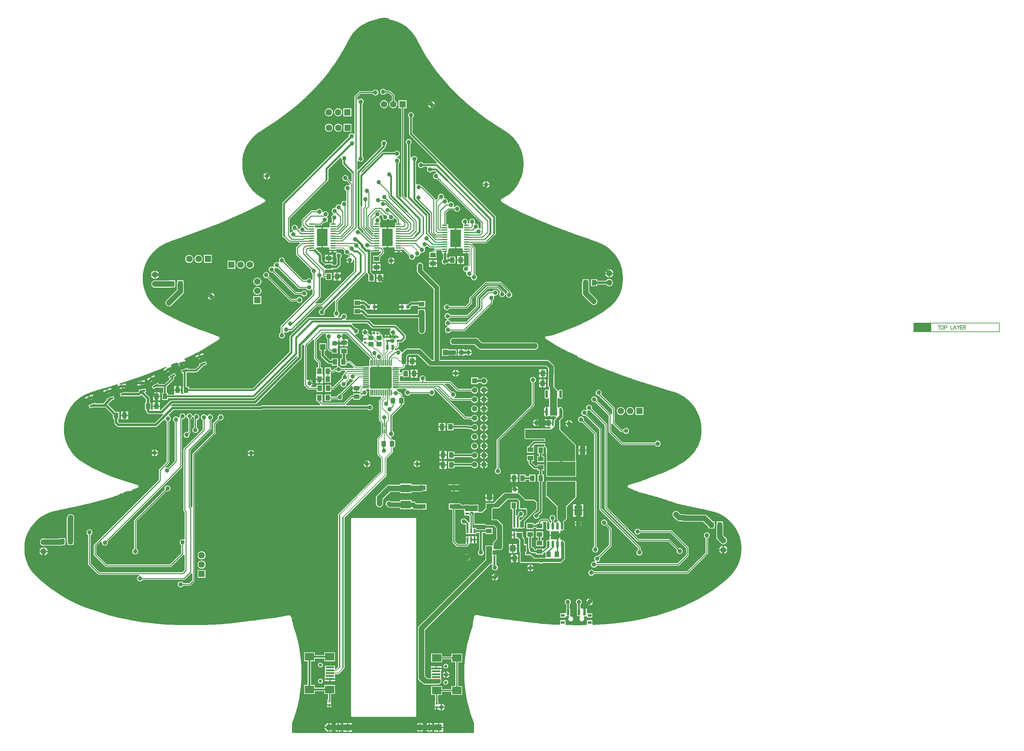
<source format=gtl>
G04 Layer_Physical_Order=1*
G04 Layer_Color=255*
%FSLAX44Y44*%
%MOMM*%
G71*
G01*
G75*
%ADD10R,1.2700X1.5240*%
%ADD11R,1.4000X1.2000*%
%ADD12R,0.7500X1.4000*%
%ADD13R,1.2000X1.2000*%
%ADD14R,1.5000X1.6000*%
%ADD15R,1.3500X0.3500*%
%ADD16R,3.0000X4.8000*%
%ADD17R,0.3000X1.4600*%
%ADD18R,0.3000X1.1600*%
%ADD19R,0.5500X1.3000*%
%ADD20R,0.5588X1.2700*%
%ADD21O,0.6000X2.2000*%
%ADD22R,2.1590X2.7430*%
%ADD23R,2.7430X2.1590*%
%ADD24R,2.2352X1.2446*%
%ADD25R,2.3000X2.3000*%
%ADD26O,0.6000X2.0000*%
%ADD27O,0.3000X1.8000*%
%ADD28O,1.8000X0.3000*%
G04:AMPARAMS|DCode=29|XSize=1.55mm|YSize=0.5mm|CornerRadius=0mm|HoleSize=0mm|Usage=FLASHONLY|Rotation=200.000|XOffset=0mm|YOffset=0mm|HoleType=Round|Shape=Rectangle|*
%AMROTATEDRECTD29*
4,1,4,0.6428,0.5000,0.8138,0.0301,-0.6428,-0.5000,-0.8138,-0.0301,0.6428,0.5000,0.0*
%
%ADD29ROTATEDRECTD29*%

G04:AMPARAMS|DCode=30|XSize=1.55mm|YSize=0.5mm|CornerRadius=0mm|HoleSize=0mm|Usage=FLASHONLY|Rotation=210.000|XOffset=0mm|YOffset=0mm|HoleType=Round|Shape=Rectangle|*
%AMROTATEDRECTD30*
4,1,4,0.5462,0.6040,0.7962,0.1710,-0.5462,-0.6040,-0.7962,-0.1710,0.5462,0.6040,0.0*
%
%ADD30ROTATEDRECTD30*%

G04:AMPARAMS|DCode=31|XSize=1.55mm|YSize=0.5mm|CornerRadius=0mm|HoleSize=0mm|Usage=FLASHONLY|Rotation=190.000|XOffset=0mm|YOffset=0mm|HoleType=Round|Shape=Rectangle|*
%AMROTATEDRECTD31*
4,1,4,0.7198,0.3808,0.8066,-0.1116,-0.7198,-0.3808,-0.8066,0.1116,0.7198,0.3808,0.0*
%
%ADD31ROTATEDRECTD31*%

%ADD32R,0.7000X1.5000*%
%ADD33R,1.0000X0.8000*%
%ADD34R,1.5240X1.2700*%
%ADD35R,0.8890X0.5080*%
%ADD36R,0.5080X0.8890*%
%ADD37R,2.5000X2.0000*%
%ADD38R,2.3000X0.5000*%
%ADD39R,0.5000X0.6000*%
%ADD40R,7.7500X3.9500*%
%ADD41R,0.9000X0.9500*%
%ADD42R,0.6000X0.5000*%
%ADD43R,1.5240X1.7780*%
%ADD44C,0.1270*%
%ADD45C,0.5080*%
%ADD46C,1.2700*%
%ADD47C,0.3048*%
%ADD48C,0.2032*%
%ADD49C,0.6350*%
%ADD50C,0.2540*%
%ADD51C,1.5000*%
%ADD52C,0.4000*%
%ADD53C,0.3000*%
%ADD54R,4.8260X2.4130*%
%ADD55C,0.9000*%
%ADD56C,1.6000*%
%ADD57R,1.7780X1.7780*%
%ADD58C,1.7780*%
%ADD59R,1.7780X1.7780*%
%ADD60C,1.1080*%
%ADD61R,1.4732X1.4732*%
%ADD62C,1.4732*%
%ADD63C,1.2000*%
%ADD64C,0.5000*%
G36*
X1494342Y2698560D02*
X1499252Y2697583D01*
X1499475Y2696465D01*
X1500312Y2695212D01*
X1500312Y2695212D01*
X1501566Y2694374D01*
X1502369Y2694214D01*
X1502356Y2694142D01*
X1503489Y2693974D01*
X1505361Y2693571D01*
X1512514Y2691779D01*
X1515463Y2690882D01*
X1518343Y2689852D01*
X1523568Y2687982D01*
X1528009Y2685882D01*
Y2685882D01*
X1530782Y2684533D01*
X1535867Y2681885D01*
X1539944Y2679288D01*
X1539944Y2679288D01*
X1539945Y2679288D01*
X1543923Y2676754D01*
X1551229Y2671147D01*
X1551229Y2671147D01*
X1551229Y2671147D01*
X1551253Y2671149D01*
X1557115Y2665836D01*
X1559277Y2663630D01*
X1563979Y2658442D01*
X1566162Y2655499D01*
X1566164Y2655500D01*
X1568461Y2652507D01*
X1571117Y2648337D01*
X1572759Y2645748D01*
X1572759Y2645748D01*
X1574496Y2642956D01*
X1579775Y2633078D01*
X1579847Y2633116D01*
X1579891Y2633049D01*
X1587996Y2617554D01*
X1592461Y2609713D01*
X1593950Y2606995D01*
X1593950Y2606995D01*
X1602787Y2591957D01*
X1607293Y2585042D01*
X1607295Y2585030D01*
X1607625Y2584532D01*
X1607625Y2584532D01*
X1613855Y2574972D01*
X1622125Y2563478D01*
X1622125Y2563478D01*
X1622418Y2563072D01*
X1622440Y2563057D01*
X1623898Y2561112D01*
X1631534Y2550873D01*
X1636970Y2544178D01*
X1638908Y2541770D01*
X1638908Y2541769D01*
X1638908Y2541769D01*
X1639099Y2541484D01*
X1639211Y2541409D01*
X1648904Y2529598D01*
X1660639Y2516392D01*
X1660689Y2516317D01*
X1660686Y2516315D01*
X1660783Y2516177D01*
X1660846Y2516134D01*
X1664160Y2512381D01*
X1680606Y2495242D01*
X1681074Y2494793D01*
X1683263Y2492690D01*
X1683273Y2492675D01*
X1683291Y2492663D01*
X1683291Y2492663D01*
X1683299Y2492657D01*
X1685512Y2490538D01*
X1697398Y2479110D01*
X1707359Y2470258D01*
X1707479Y2470079D01*
X1707652Y2469963D01*
X1707652Y2469963D01*
X1707656Y2469960D01*
X1712729Y2465404D01*
X1732155Y2449169D01*
X1733283Y2448226D01*
X1734570Y2447226D01*
X1734620Y2447288D01*
X1749935Y2435133D01*
X1752408Y2433299D01*
X1752415Y2433308D01*
X1752435Y2433335D01*
X1766169Y2423094D01*
X1766705Y2422695D01*
X1768705Y2421328D01*
X1768707Y2421330D01*
X1785148Y2410098D01*
X1785148Y2410098D01*
X1787765Y2408436D01*
X1790811Y2406400D01*
X1800869Y2400187D01*
X1803497Y2398562D01*
X1803440Y2398464D01*
X1806065Y2396871D01*
X1809893Y2394548D01*
X1819046Y2388432D01*
X1821474Y2386810D01*
X1824054Y2385091D01*
X1830853Y2379874D01*
X1833179Y2377826D01*
X1837382Y2374016D01*
X1841911Y2369020D01*
X1843844Y2366631D01*
X1848234Y2360910D01*
X1850021Y2358105D01*
X1850021D01*
X1850022Y2358105D01*
X1853615Y2352464D01*
X1856443Y2347032D01*
X1857801Y2344262D01*
Y2344262D01*
X1859027Y2341669D01*
X1859848Y2339935D01*
X1862251Y2333217D01*
X1862311Y2333033D01*
X1863188Y2330296D01*
X1863931Y2327333D01*
X1865179Y2322349D01*
X1866183Y2315580D01*
X1866163Y2315554D01*
X1866163D01*
X1866733Y2311226D01*
X1867111Y2302568D01*
X1867137Y2299487D01*
X1867135Y2299453D01*
X1867135Y2299449D01*
X1867016Y2296422D01*
X1866722Y2288936D01*
X1866496Y2287028D01*
X1866496Y2287028D01*
X1866125Y2283988D01*
X1865447Y2279413D01*
X1864859Y2276557D01*
X1864133Y2273571D01*
X1862330Y2267312D01*
X1862178Y2266946D01*
X1862095Y2266821D01*
X1862063Y2266667D01*
X1861078Y2264190D01*
X1860930Y2263817D01*
X1858894Y2258904D01*
X1857585Y2256101D01*
X1857585Y2256101D01*
X1855688Y2251987D01*
X1851172Y2243923D01*
X1849557Y2241279D01*
X1849557Y2241279D01*
X1847721Y2238215D01*
X1843026Y2231884D01*
X1841010Y2229531D01*
X1837082Y2225136D01*
X1833663Y2222081D01*
X1831400Y2220058D01*
X1828966Y2218213D01*
X1824900Y2215198D01*
X1820077Y2212307D01*
X1818465Y2211394D01*
X1818412Y2211364D01*
X1818411Y2211363D01*
X1818409Y2211362D01*
X1815983Y2209901D01*
X1813492Y2208432D01*
X1812142Y2207665D01*
X1812141Y2207666D01*
D01*
X1812141Y2207666D01*
X1811326Y2207203D01*
X1808950Y2205720D01*
X1807405Y2204695D01*
X1806757Y2204213D01*
X1806756Y2204213D01*
X1805805Y2202789D01*
X1805805Y2202789D01*
X1805719Y2202359D01*
X1805719Y2202359D01*
X1805471Y2201109D01*
X1805761Y2199648D01*
X1805805Y2199487D01*
X1805974Y2199234D01*
X1806266Y2198528D01*
X1806266Y2198528D01*
X1807345Y2197122D01*
X1807553Y2196957D01*
X1807603Y2196881D01*
X1807708Y2196812D01*
X1807884Y2196694D01*
X1809326Y2195469D01*
X1810325Y2194857D01*
X1811627Y2194059D01*
X1811684Y2194021D01*
X1811682Y2194017D01*
X1812108Y2193738D01*
X1812164Y2193727D01*
X1814337Y2192418D01*
X1820174Y2188901D01*
X1820174Y2188901D01*
X1820572Y2188667D01*
X1820665Y2188649D01*
X1827287Y2184742D01*
X1835047Y2180733D01*
X1835200Y2180631D01*
X1835173Y2180578D01*
X1837183Y2179503D01*
X1837915Y2179148D01*
X1853676Y2171503D01*
X1853719Y2171475D01*
X1853719Y2171475D01*
X1853719D01*
X1853696Y2171428D01*
X1855705Y2170444D01*
X1856487Y2170091D01*
X1876790Y2160923D01*
X1876942Y2160822D01*
X1877173Y2160776D01*
X1906379Y2147984D01*
X1906379Y2147984D01*
X1906379Y2147984D01*
X1909256Y2146867D01*
X1917814Y2143180D01*
X1927934Y2139154D01*
X1930723Y2137989D01*
X1930756Y2137967D01*
X1930795Y2137959D01*
X1933690Y2136850D01*
X1949883Y2130327D01*
X1957524Y2127423D01*
X1960284Y2126362D01*
X1960336Y2126327D01*
X1960416Y2126311D01*
X1960416Y2126311D01*
X1960484Y2126298D01*
X1963311Y2125224D01*
X1989857Y2115133D01*
X1989864Y2115153D01*
X1989875Y2115151D01*
X2010674Y2107621D01*
X2013323Y2106661D01*
X2013591Y2106573D01*
X2016319Y2105673D01*
X2038664Y2097826D01*
X2041584Y2096800D01*
X2041584Y2096801D01*
X2041586Y2096808D01*
X2052135Y2093141D01*
X2061741Y2089486D01*
X2061735Y2089472D01*
X2072308Y2085549D01*
X2076220Y2083928D01*
X2076220Y2083928D01*
X2076201Y2083880D01*
X2080370Y2082154D01*
X2083404Y2080476D01*
X2083404Y2080476D01*
Y2080476D01*
X2086141Y2079020D01*
X2093928Y2074059D01*
X2101746Y2068061D01*
X2104357Y2065668D01*
X2106604Y2063609D01*
X2108880Y2061530D01*
X2115328Y2054416D01*
X2121165Y2046546D01*
X2123913Y2041962D01*
X2123913Y2041962D01*
X2123913Y2041962D01*
X2126197Y2038150D01*
X2130377Y2029312D01*
X2133671Y2020107D01*
X2134595Y2016419D01*
X2134595D01*
X2134684Y2016365D01*
X2136650Y2007496D01*
X2137926Y1997811D01*
X2138218Y1991114D01*
X2138308Y1988052D01*
X2138227Y1984986D01*
X2137899Y1977479D01*
X2136952Y1970288D01*
X2136486Y1967310D01*
D01*
X2135996Y1964413D01*
X2133873Y1955941D01*
X2132239Y1951372D01*
X2131226Y1948552D01*
Y1948552D01*
X2130127Y1945908D01*
X2127027Y1939353D01*
X2124087Y1934448D01*
X2124011Y1934322D01*
X2122519Y1931840D01*
X2122519D01*
X2122519Y1931840D01*
X2120707Y1929394D01*
X2117262Y1924749D01*
X2112521Y1919518D01*
X2110352Y1917333D01*
X2103228Y1910701D01*
X2093790Y1903095D01*
X2089607Y1900191D01*
Y1900191D01*
X2089603Y1900168D01*
X2079100Y1892950D01*
X2064885Y1884239D01*
X2062175Y1882732D01*
X2062175Y1882732D01*
X2062175Y1882732D01*
X2057975Y1880264D01*
X2039848Y1870708D01*
X2029303Y1865758D01*
X2029303Y1865758D01*
Y1865758D01*
X2026544Y1864362D01*
X2003990Y1854496D01*
X1994760Y1850884D01*
X1991888Y1849759D01*
X1991891Y1849750D01*
X1991900Y1849728D01*
X1983436Y1846380D01*
X1980519Y1845333D01*
Y1845333D01*
X1973650Y1842657D01*
X1970743Y1841579D01*
X1967867Y1840482D01*
X1963672Y1838880D01*
X1961488Y1838109D01*
X1961198Y1838016D01*
X1961198Y1838016D01*
X1961197Y1838016D01*
X1961064Y1837966D01*
X1960547Y1837807D01*
X1960547Y1837807D01*
X1960547Y1837807D01*
X1959770Y1837514D01*
X1959004Y1837155D01*
X1958938Y1837111D01*
X1958882Y1837106D01*
X1957764Y1837328D01*
X1956426Y1837062D01*
X1956426Y1837062D01*
X1956092Y1836839D01*
X1956086Y1836838D01*
X1955072Y1836161D01*
X1954798Y1835751D01*
X1952403Y1834633D01*
X1949611Y1833889D01*
D01*
X1946683Y1833182D01*
X1942768Y1832314D01*
X1942770Y1832302D01*
X1939356Y1831582D01*
X1933058Y1830555D01*
X1933065Y1830510D01*
X1933065Y1830510D01*
X1928180Y1829668D01*
X1928141Y1829653D01*
X1928099Y1829653D01*
X1927539Y1829422D01*
X1926973Y1829204D01*
X1926943Y1829175D01*
X1926904Y1829159D01*
X1926475Y1828731D01*
X1926036Y1828314D01*
X1926019Y1828275D01*
X1925989Y1828246D01*
X1925757Y1827685D01*
X1925511Y1827133D01*
X1925509Y1827090D01*
X1925493Y1827052D01*
X1925493Y1826446D01*
X1925477Y1825840D01*
X1925493Y1825801D01*
X1925493Y1825759D01*
X1925724Y1825199D01*
X1925941Y1824633D01*
X1925970Y1824603D01*
X1925986Y1824564D01*
X1926415Y1824135D01*
X1926832Y1823696D01*
X1926870Y1823679D01*
X1926900Y1823649D01*
X1934930Y1818276D01*
X1935083Y1818212D01*
X1945434Y1811519D01*
X1948573Y1809749D01*
Y1809749D01*
X1948969Y1809525D01*
X1949066Y1809505D01*
X1958879Y1803754D01*
X1965595Y1800164D01*
X1965596Y1800163D01*
X1965887Y1799970D01*
X1965997Y1799948D01*
X1968324Y1798704D01*
X1980377Y1792262D01*
X1980804Y1792055D01*
X1983575Y1790687D01*
X1984968Y1789953D01*
X1986349Y1789304D01*
X1997563Y1784040D01*
X2000353Y1782731D01*
X2000441Y1782682D01*
X2000472Y1782676D01*
X2003161Y1781440D01*
X2008624Y1778903D01*
X2008624Y1778903D01*
X2011469Y1777671D01*
X2013727Y1776576D01*
X2014778Y1774787D01*
X2014802Y1774666D01*
X2015192Y1774083D01*
X2015192Y1774083D01*
X2015628Y1773430D01*
X2016840Y1772620D01*
X2016903Y1772591D01*
X2016973Y1772543D01*
X2017959Y1772094D01*
X2019549Y1771348D01*
X2019549Y1771347D01*
X2019642Y1771312D01*
X2020200Y1771014D01*
X2021095Y1770732D01*
X2021332Y1770634D01*
X2023663Y1769966D01*
X2026301Y1768739D01*
X2027111Y1768117D01*
X2027844Y1767769D01*
X2027937Y1767707D01*
X2028003Y1767694D01*
X2028578Y1767490D01*
X2028910Y1767372D01*
X2028911Y1767372D01*
X2031618Y1766477D01*
X2031619Y1766477D01*
X2035757Y1764190D01*
X2035798Y1764162D01*
X2035798Y1764162D01*
X2036056Y1763990D01*
X2036182Y1763965D01*
X2038354Y1762849D01*
X2040488Y1761739D01*
X2042089Y1761062D01*
X2042167Y1761016D01*
X2042205Y1761008D01*
X2045340Y1759555D01*
X2048827Y1758111D01*
X2051650Y1756846D01*
X2053976Y1755882D01*
X2056799Y1754623D01*
X2057573Y1754285D01*
X2059881Y1753274D01*
X2060365Y1753062D01*
X2060367Y1753061D01*
X2060869Y1752856D01*
X2063271Y1751864D01*
X2076435Y1746072D01*
X2077161Y1745790D01*
X2079991Y1744680D01*
X2080009Y1744668D01*
X2080017Y1744666D01*
X2080034Y1744663D01*
X2080034Y1744663D01*
X2080034Y1744663D01*
X2082903Y1743495D01*
X2087357Y1741649D01*
X2102724Y1735767D01*
X2105488Y1734644D01*
X2105493Y1734640D01*
X2105579Y1734607D01*
X2108481Y1733528D01*
X2134113Y1724000D01*
X2134112Y1723996D01*
X2137369Y1722786D01*
X2160285Y1714902D01*
X2162849Y1714020D01*
X2162992Y1713925D01*
X2163206Y1713882D01*
X2166142Y1712887D01*
X2176016Y1709490D01*
X2186503Y1706168D01*
X2189092Y1705339D01*
X2189186Y1705276D01*
X2189455Y1705222D01*
X2192410Y1704298D01*
X2224842Y1693908D01*
X2224842Y1693908D01*
X2224843Y1693908D01*
X2227829Y1693072D01*
X2251539Y1685596D01*
X2256273Y1684168D01*
X2259236Y1683271D01*
X2260479Y1682860D01*
X2262206Y1682383D01*
X2275361Y1678742D01*
X2275342Y1678669D01*
X2278783Y1677808D01*
X2285193Y1675514D01*
X2288042Y1674359D01*
Y1674359D01*
X2290753Y1673085D01*
X2295627Y1670780D01*
X2300409Y1667914D01*
X2303020Y1666276D01*
X2306229Y1664232D01*
X2309816Y1661479D01*
X2312169Y1659674D01*
X2312169Y1659674D01*
X2312169Y1659674D01*
X2314564Y1657715D01*
X2320824Y1651979D01*
X2322939Y1649712D01*
X2326731Y1645639D01*
X2328755Y1643291D01*
X2328755Y1643291D01*
X2330979Y1640755D01*
X2332660Y1638239D01*
X2332660Y1638239D01*
X2334422Y1635691D01*
X2336176Y1632516D01*
X2336194Y1632526D01*
X2338458Y1628512D01*
X2340750Y1623805D01*
X2340737Y1623799D01*
X2343638Y1618005D01*
X2345380Y1613800D01*
X2346562Y1610941D01*
X2346562Y1610941D01*
X2347874Y1607775D01*
X2349048Y1603698D01*
X2349889Y1600780D01*
X2350443Y1597786D01*
X2351270Y1592923D01*
X2351494Y1589916D01*
X2351808Y1586848D01*
X2352200Y1574852D01*
X2352185Y1574835D01*
X2352185D01*
X2352287Y1570937D01*
X2352150Y1565722D01*
X2352150D01*
X2352023Y1562656D01*
X2352020Y1562616D01*
X2351816Y1559622D01*
D01*
X2351555Y1557363D01*
X2351040Y1554477D01*
D01*
X2350399Y1551462D01*
X2349681Y1548597D01*
X2349681Y1548597D01*
X2349681Y1548597D01*
X2348920Y1545611D01*
X2346283Y1538240D01*
X2346201Y1538043D01*
X2345103Y1535398D01*
X2345103D01*
X2345103Y1535398D01*
X2343797Y1532627D01*
X2341431Y1527624D01*
X2338493Y1522723D01*
X2338493Y1522723D01*
X2338493Y1522723D01*
X2338501Y1522690D01*
X2334700Y1516724D01*
X2332037Y1513253D01*
X2330169Y1510818D01*
X2328216Y1508416D01*
X2322475Y1502150D01*
X2320271Y1500094D01*
X2320207Y1500036D01*
X2320208Y1500035D01*
X2314826Y1495104D01*
X2307518Y1489496D01*
X2304952Y1487760D01*
D01*
X2302427Y1486115D01*
X2293654Y1480442D01*
X2286621Y1476476D01*
X2283924Y1474966D01*
X2281210Y1473492D01*
X2274583Y1469894D01*
X2262087Y1463934D01*
X2259248Y1462689D01*
X2256629Y1461528D01*
X2249108Y1458194D01*
X2232526Y1451798D01*
X2232526Y1451798D01*
X2232383Y1451760D01*
X2232324Y1451720D01*
X2229850Y1450773D01*
X2224857Y1448920D01*
X2224639Y1448877D01*
X2224616Y1448939D01*
X2219173Y1446788D01*
X2216277Y1445692D01*
X2216208Y1445669D01*
X2216195Y1445661D01*
X2212565Y1444300D01*
X2211289Y1443772D01*
X2208642Y1442677D01*
X2208604Y1442669D01*
X2208580Y1442653D01*
X2206298Y1441785D01*
X2206023Y1441660D01*
X2206023Y1441660D01*
X2205973Y1441638D01*
X2203183Y1440422D01*
X2203183Y1440422D01*
Y1440422D01*
X2200541Y1439317D01*
X2197916Y1438378D01*
X2197916Y1438378D01*
X2195041Y1437239D01*
X2190149Y1435623D01*
X2190149Y1435623D01*
X2187236Y1434561D01*
X2181559Y1432803D01*
X2181559Y1432803D01*
X2178605Y1431872D01*
X2173396Y1430329D01*
X2173404Y1430302D01*
X2168863Y1428924D01*
X2165902Y1428026D01*
X2165565Y1427951D01*
X2165509Y1427913D01*
X2159445Y1426166D01*
Y1426166D01*
X2157629Y1425623D01*
X2156694Y1425324D01*
X2154554Y1424642D01*
X2153830Y1424412D01*
X2153829Y1424411D01*
X2153446Y1424267D01*
X2153446Y1424267D01*
X2152668Y1423748D01*
X2152003Y1423303D01*
X2152003Y1423303D01*
X2152012Y1423295D01*
X2151176Y1422045D01*
X2150883Y1420571D01*
X2151167Y1419144D01*
X2151176Y1419096D01*
X2151176Y1419096D01*
X2152012Y1417846D01*
X2153158Y1417080D01*
X2153144Y1417050D01*
X2153140Y1417042D01*
X2154871Y1416231D01*
X2155952Y1415764D01*
X2160189Y1413934D01*
X2162809Y1412775D01*
X2162871Y1412734D01*
X2162934Y1412721D01*
X2165647Y1411554D01*
X2168820Y1410134D01*
X2169130Y1410016D01*
X2172007Y1408886D01*
X2174887Y1407908D01*
X2177459Y1407036D01*
X2178866Y1406628D01*
X2180170Y1406170D01*
X2182213Y1404702D01*
X2182213Y1404702D01*
X2183445Y1403879D01*
X2183445Y1403879D01*
X2183567Y1403854D01*
X2183569Y1403851D01*
X2184958Y1403575D01*
X2185898Y1403762D01*
X2186230Y1403750D01*
X2186448Y1403840D01*
X2189460Y1403241D01*
X2189479Y1403211D01*
Y1403211D01*
X2189479Y1403211D01*
X2193786Y1402132D01*
D01*
X2196773Y1401337D01*
X2198757Y1400744D01*
X2201736Y1399908D01*
X2204132Y1399181D01*
X2204193Y1399140D01*
X2204538Y1399057D01*
X2207515Y1398206D01*
X2210713Y1397262D01*
X2210744Y1397241D01*
X2211108Y1397145D01*
X2213871Y1396331D01*
X2217446Y1395276D01*
Y1395276D01*
X2220455Y1394526D01*
X2222503Y1393882D01*
X2222503Y1393882D01*
Y1393882D01*
X2233038Y1391123D01*
X2238436Y1389511D01*
X2238436Y1389511D01*
X2238500Y1389545D01*
X2252083Y1385339D01*
X2252100Y1385305D01*
X2252101D01*
Y1385305D01*
X2255040Y1384359D01*
X2260487Y1382605D01*
X2262937Y1381086D01*
X2263047Y1380921D01*
X2264190Y1380157D01*
X2264339Y1380058D01*
X2265324Y1379862D01*
X2265340Y1379854D01*
X2266192Y1379684D01*
X2266940Y1379805D01*
X2267272Y1379855D01*
X2268558Y1379825D01*
X2269984Y1379487D01*
X2271242Y1378963D01*
X2271242Y1378963D01*
X2272345Y1378743D01*
X2272443Y1378709D01*
X2273078Y1378597D01*
X2273162Y1378614D01*
X2273798Y1378530D01*
X2273962Y1378552D01*
X2273988Y1378547D01*
X2274724Y1377445D01*
X2274724Y1377445D01*
X2276215Y1376449D01*
X2276215Y1376449D01*
X2276760Y1376317D01*
X2282321Y1374715D01*
X2287176Y1373511D01*
X2290164Y1372682D01*
X2291252Y1372383D01*
X2293174Y1371938D01*
X2309362Y1368193D01*
Y1368193D01*
X2312394Y1367551D01*
X2329669Y1363721D01*
X2336615Y1362308D01*
X2339648Y1361666D01*
Y1361666D01*
X2354185Y1358681D01*
X2372172Y1354758D01*
X2372171Y1354754D01*
X2375853Y1354022D01*
X2385789Y1351459D01*
X2385789Y1351459D01*
X2385789Y1351459D01*
X2388781Y1350694D01*
X2391761Y1349628D01*
X2394461Y1348662D01*
X2397355Y1347565D01*
X2403157Y1344820D01*
X2403161Y1344809D01*
X2403161Y1344809D01*
X2405894Y1343386D01*
X2409775Y1341366D01*
X2414306Y1338479D01*
X2414306Y1338479D01*
D01*
X2416927Y1336823D01*
X2421392Y1333512D01*
X2423802Y1331623D01*
X2423802Y1331623D01*
X2423804Y1331623D01*
X2429846Y1326146D01*
X2432305Y1323434D01*
X2432302Y1323431D01*
X2435826Y1319619D01*
X2440714Y1313419D01*
X2440709Y1313386D01*
X2440709Y1313386D01*
X2443141Y1310218D01*
X2448196Y1302282D01*
X2449882Y1299044D01*
X2449882D01*
X2450019Y1298998D01*
X2453941Y1290705D01*
X2456374Y1283906D01*
X2456374Y1283906D01*
X2456374D01*
X2457336Y1280961D01*
X2459453Y1272512D01*
X2460167Y1267696D01*
X2460167Y1267696D01*
X2460167D01*
X2460183Y1267684D01*
X2461099Y1260731D01*
X2461425Y1253255D01*
X2461501Y1250190D01*
X2461500Y1250184D01*
X2461527Y1250050D01*
X2461125Y1240844D01*
X2459880Y1231386D01*
X2458385Y1224644D01*
X2457616Y1221659D01*
Y1221659D01*
X2456895Y1218857D01*
X2453842Y1210326D01*
X2449884Y1201957D01*
X2448112Y1199001D01*
X2446514Y1196366D01*
X2443033Y1190901D01*
X2436248Y1182059D01*
X2428864Y1174001D01*
X2426588Y1171923D01*
X2424361Y1169817D01*
X2418764Y1164525D01*
X2405053Y1152947D01*
X2398197Y1147787D01*
X2395743Y1145941D01*
X2393303Y1144026D01*
X2379834Y1134769D01*
X2377236Y1133086D01*
X2377236Y1133086D01*
X2377236Y1133086D01*
X2374796Y1131493D01*
X2358688Y1121719D01*
X2355975Y1120218D01*
X2353466Y1118792D01*
X2342924Y1112802D01*
X2332775Y1107578D01*
X2332808Y1107514D01*
X2330339Y1106195D01*
X2330077Y1106056D01*
X2311076Y1096840D01*
X2308254Y1095557D01*
X2305639Y1094387D01*
X2296955Y1090501D01*
X2287116Y1086746D01*
X2284227Y1085662D01*
X2281321Y1084636D01*
X2265542Y1079070D01*
X2252990Y1075140D01*
Y1075140D01*
X2252941Y1075047D01*
X2229412Y1068019D01*
X2219880Y1065523D01*
X2219880Y1065524D01*
X2216896Y1064683D01*
X2197860Y1060025D01*
X2189666Y1058395D01*
Y1058395D01*
X2189607Y1058306D01*
X2164565Y1053547D01*
X2142626Y1050149D01*
X2139581Y1049677D01*
X2136523Y1049293D01*
X2114361Y1046509D01*
X2092429Y1044547D01*
X2089337Y1044329D01*
X2089337Y1044329D01*
X2080873Y1043635D01*
X2057237Y1042474D01*
X2054500Y1045443D01*
Y1055350D01*
X2040500D01*
Y1045141D01*
X2040500Y1043350D01*
X2037960Y1041999D01*
X2036373Y1041973D01*
X2036371Y1041974D01*
Y1041974D01*
X2017996Y1041716D01*
X1984120Y1042191D01*
X1981972Y1043141D01*
X1981500Y1045021D01*
Y1055350D01*
X1967500D01*
Y1045863D01*
X1964610Y1042844D01*
X1961925Y1042922D01*
X1958834Y1043105D01*
Y1043105D01*
X1947882Y1043463D01*
X1941064Y1043836D01*
X1941064Y1043855D01*
X1937985Y1044018D01*
X1929255Y1044482D01*
X1926160Y1044646D01*
Y1044646D01*
X1926160D01*
Y1044646D01*
X1923008Y1044801D01*
X1920053Y1045153D01*
D01*
X1917051Y1045531D01*
X1916511Y1045602D01*
X1916059Y1045662D01*
X1913438Y1045944D01*
X1913046Y1045937D01*
X1913046Y1045937D01*
X1913010Y1045930D01*
X1910297Y1046135D01*
X1877594Y1049606D01*
X1853178Y1052945D01*
X1850333Y1053334D01*
X1850333Y1053334D01*
X1850231Y1053316D01*
X1850231Y1053316D01*
X1825649Y1056393D01*
Y1056393D01*
X1804151Y1059083D01*
X1801091Y1059590D01*
Y1059590D01*
X1785837Y1061599D01*
X1779682Y1062535D01*
X1779688Y1062575D01*
X1774830Y1063214D01*
X1766819Y1064699D01*
X1766809Y1064644D01*
X1760420Y1065786D01*
X1757410Y1066323D01*
X1754352Y1066833D01*
X1748953Y1067812D01*
X1748965Y1067882D01*
X1742629Y1069045D01*
X1741864Y1069186D01*
X1739585Y1069513D01*
X1739038Y1069589D01*
X1739036Y1069589D01*
X1738937Y1069569D01*
X1738805Y1069586D01*
X1738347Y1069647D01*
X1736423Y1069394D01*
X1736042Y1069253D01*
X1735644Y1069174D01*
X1734825Y1068626D01*
X1734504Y1068412D01*
X1734504Y1068412D01*
X1733929Y1068028D01*
X1732814Y1066359D01*
X1732761Y1066200D01*
X1731842Y1063170D01*
X1731810Y1062841D01*
X1731838Y1062836D01*
X1730321Y1053908D01*
X1730257Y1053919D01*
X1730233Y1053923D01*
X1729786Y1051369D01*
X1729711Y1050875D01*
X1729350Y1048485D01*
X1728551Y1045801D01*
X1728168Y1041919D01*
X1728464Y1038914D01*
X1723577Y1025114D01*
X1718106Y1006643D01*
X1713609Y987911D01*
X1710098Y968969D01*
X1707583Y949870D01*
X1706072Y930665D01*
X1705568Y911407D01*
X1706072Y892150D01*
X1707583Y872945D01*
X1710098Y853845D01*
X1713609Y834903D01*
X1718106Y816171D01*
X1723577Y797700D01*
X1730008Y779541D01*
X1731822Y775161D01*
Y747274D01*
X1236054D01*
Y775271D01*
X1239146Y783286D01*
X1245009Y801033D01*
X1249994Y819047D01*
X1254089Y837283D01*
X1257284Y855699D01*
X1259572Y874249D01*
X1260947Y892889D01*
X1261406Y911574D01*
X1260947Y930259D01*
X1259572Y948900D01*
X1257284Y967450D01*
X1254089Y985865D01*
X1249994Y1004102D01*
X1245009Y1022116D01*
X1239191Y1039726D01*
X1239191D01*
X1239160Y1039743D01*
X1236306Y1052077D01*
X1236306Y1052077D01*
X1236174Y1052640D01*
X1235369Y1053845D01*
X1235368Y1053846D01*
X1234997Y1054094D01*
X1235257Y1057023D01*
X1235532Y1058866D01*
X1235532Y1058866D01*
X1235536Y1059158D01*
X1235575Y1059451D01*
X1235574Y1059451D01*
X1235565Y1059578D01*
X1235572Y1059649D01*
X1235573Y1059651D01*
X1235551Y1059760D01*
X1235546Y1059826D01*
X1235276Y1061185D01*
X1234853Y1061817D01*
X1234599Y1062198D01*
X1234475Y1062384D01*
X1234475D01*
X1234456Y1062412D01*
X1233327Y1063166D01*
X1233327Y1063166D01*
X1232513Y1064384D01*
X1232575Y1064696D01*
X1232276Y1066201D01*
X1231424Y1067476D01*
X1230895Y1067830D01*
X1229948Y1068463D01*
X1228038Y1068843D01*
X1228037Y1068843D01*
X1227530Y1068753D01*
X1226622Y1068693D01*
X1226306Y1068673D01*
X1223717Y1068223D01*
X1223717Y1068223D01*
X1220700Y1067663D01*
X1216069Y1066805D01*
X1211584Y1065892D01*
X1211585Y1065886D01*
X1207805Y1065089D01*
X1188594Y1061955D01*
X1185514Y1061601D01*
Y1061601D01*
X1160014Y1058090D01*
X1129995Y1054319D01*
Y1054319D01*
X1126931Y1053834D01*
X1074352Y1047476D01*
X1074350Y1047477D01*
Y1047477D01*
X1066176Y1046451D01*
X1045266Y1044580D01*
X1042191Y1044314D01*
X1039119Y1044123D01*
X1029227Y1043509D01*
X1026129Y1043374D01*
Y1043374D01*
X1013074Y1042733D01*
X1008086Y1042652D01*
Y1042652D01*
X1004988Y1042550D01*
X986666Y1042293D01*
X986659Y1042301D01*
Y1042301D01*
X963163Y1042086D01*
X960072Y1042085D01*
X960068Y1042086D01*
X960064Y1042085D01*
X960064D01*
X960064Y1042085D01*
X960064Y1042085D01*
X957274Y1042026D01*
X923502Y1042384D01*
X923478Y1042409D01*
Y1042409D01*
X923478Y1042409D01*
X920393Y1042467D01*
X908147Y1042696D01*
X896021Y1043377D01*
Y1043377D01*
X882500Y1044136D01*
X872217Y1045100D01*
X869163Y1045387D01*
X866072Y1045634D01*
X837758Y1048588D01*
X834680Y1048933D01*
X831726Y1049284D01*
X831617Y1049297D01*
X823692Y1050503D01*
X820641Y1051017D01*
Y1051017D01*
X817751Y1051523D01*
X796836Y1055183D01*
X796767Y1055282D01*
Y1055282D01*
X786709Y1057097D01*
X772740Y1059962D01*
X772735Y1059936D01*
X768962Y1060635D01*
X760108Y1062760D01*
X757143Y1063472D01*
X754125Y1064181D01*
X740411Y1067976D01*
X737447Y1068853D01*
X737447Y1068853D01*
X731925Y1070480D01*
X707297Y1078309D01*
X707297Y1078309D01*
X707297Y1078309D01*
X707287Y1078304D01*
X680516Y1086943D01*
X677603Y1088010D01*
X677603Y1088010D01*
X671057Y1090188D01*
X665663Y1092423D01*
X662813Y1093603D01*
X662812Y1093601D01*
X662809Y1093594D01*
X657374Y1095845D01*
X639456Y1104257D01*
X628017Y1110286D01*
X628016Y1110287D01*
Y1110287D01*
X622023Y1113446D01*
X605177Y1123345D01*
X597425Y1128397D01*
X594983Y1129988D01*
X592357Y1131620D01*
X576914Y1142495D01*
X564777Y1151968D01*
X564777Y1151968D01*
X564777Y1151968D01*
X564696Y1151960D01*
X551880Y1162782D01*
X538849Y1175102D01*
X538524Y1175514D01*
X538524Y1175515D01*
X538524Y1175515D01*
X538523Y1175515D01*
X538521Y1175519D01*
X538517Y1175522D01*
X536351Y1177717D01*
X528745Y1185613D01*
Y1185613D01*
X528745Y1185613D01*
X528693Y1185615D01*
X525788Y1188866D01*
X523888Y1191179D01*
X522164Y1193679D01*
X522106Y1193766D01*
X520512Y1196375D01*
X517640Y1201501D01*
X516303Y1204289D01*
X515003Y1206851D01*
X512620Y1212603D01*
X512620Y1212603D01*
X512620D01*
X511505Y1215474D01*
X509738Y1220412D01*
X509665Y1220715D01*
X509665Y1220716D01*
X509652Y1220736D01*
X508955Y1223362D01*
X507607Y1228743D01*
X507008Y1231762D01*
X505901Y1237899D01*
X505934Y1237979D01*
X505788Y1238523D01*
X505605Y1241513D01*
Y1266596D01*
X505942Y1267279D01*
X506687Y1268393D01*
X506889Y1269194D01*
X506889Y1269194D01*
X508859Y1278080D01*
X510968Y1284769D01*
X510978Y1284774D01*
X510978D01*
X510978Y1284774D01*
X513097Y1290696D01*
X517015Y1298981D01*
X517015Y1298981D01*
X517024Y1298997D01*
X517194Y1299251D01*
X517204Y1299299D01*
X518584Y1301620D01*
X521973Y1307274D01*
X525591Y1312152D01*
X525602Y1312154D01*
X525602Y1312154D01*
Y1312154D01*
X529289Y1316959D01*
X534603Y1322758D01*
X536694Y1324977D01*
X536699Y1324980D01*
X536704Y1324988D01*
X537146Y1325499D01*
X543548Y1331526D01*
X543549D01*
X543549Y1331526D01*
X543549Y1331539D01*
X546013Y1333740D01*
X548432Y1335637D01*
D01*
X550889Y1337342D01*
X553402Y1338928D01*
X557670Y1341318D01*
X560395Y1342757D01*
X560395D01*
X562974Y1344013D01*
X567463Y1346198D01*
X570283Y1347482D01*
X570283Y1347482D01*
Y1347482D01*
X572880Y1348697D01*
X577876Y1350485D01*
X577876Y1350486D01*
X580721Y1351504D01*
X586038Y1352836D01*
X586044Y1352832D01*
X586044Y1352832D01*
X594541Y1354872D01*
X597899Y1355494D01*
X597890Y1355537D01*
X613843Y1358827D01*
X613844Y1358826D01*
X613844Y1358825D01*
X614457Y1358950D01*
X614461Y1358953D01*
X629201Y1362001D01*
Y1362001D01*
X629206Y1362009D01*
X643394Y1364952D01*
X643397Y1364937D01*
X643398Y1364931D01*
X647978Y1365868D01*
X652797Y1366960D01*
X655798Y1367640D01*
X655789Y1367678D01*
X675005Y1372014D01*
X683430Y1374220D01*
X683478Y1374193D01*
X683478Y1374192D01*
X683478Y1374193D01*
X689682Y1375715D01*
X715542Y1382762D01*
X715554Y1382720D01*
X745179Y1391042D01*
X748166Y1391868D01*
X748660Y1391966D01*
X750037Y1392886D01*
X750037Y1392886D01*
X750721Y1393910D01*
X751287Y1393966D01*
X753576Y1394283D01*
X756050Y1394921D01*
X756467Y1395012D01*
X756620Y1395058D01*
X757898Y1395365D01*
X758585Y1395649D01*
X759954Y1396113D01*
X759954Y1396113D01*
X760624Y1396471D01*
X760742Y1396519D01*
X760742Y1396519D01*
X760797Y1396555D01*
X760858Y1396596D01*
X763668Y1397891D01*
X763733Y1397921D01*
X763762Y1397927D01*
X763896Y1397995D01*
X763939Y1398038D01*
X764994Y1398743D01*
X765238Y1399108D01*
X766822Y1400279D01*
X768339Y1400949D01*
X769095Y1401082D01*
X771289Y1401098D01*
X771625Y1401100D01*
X772648Y1400928D01*
X772660Y1400930D01*
X774168Y1401230D01*
X774182Y1401239D01*
X774178Y1401249D01*
X775279Y1401985D01*
X776023Y1403098D01*
X776023Y1403098D01*
X776082Y1403395D01*
X776248Y1404230D01*
X776841Y1404476D01*
X780639Y1405673D01*
Y1405673D01*
X785031Y1407058D01*
X788047Y1407771D01*
X789365Y1407739D01*
X791533Y1407461D01*
X792227Y1407323D01*
X793616Y1407600D01*
X793628Y1407605D01*
X794140Y1407707D01*
X794140Y1407707D01*
X794622Y1408029D01*
X797501Y1409011D01*
X797527Y1409016D01*
X797843Y1409083D01*
X797845Y1409083D01*
X799000Y1409855D01*
X799000Y1409855D01*
X799772Y1411011D01*
X799774Y1411018D01*
X801732Y1412038D01*
X802428Y1412347D01*
X802438Y1412351D01*
X805324Y1413382D01*
X805473Y1413433D01*
X805473Y1413434D01*
X805471Y1413440D01*
X805930Y1413609D01*
X808847Y1414647D01*
X810008Y1415013D01*
X811898Y1415779D01*
X811899Y1415779D01*
X811979Y1415795D01*
X813600Y1416407D01*
X813852Y1416503D01*
X813852Y1416503D01*
X814456Y1416727D01*
X814457Y1416727D01*
X816110Y1417832D01*
X816247Y1417951D01*
X817029Y1419122D01*
X817303Y1420502D01*
X817072Y1421667D01*
X817034Y1421857D01*
X817032Y1421865D01*
X817032Y1421865D01*
X817029Y1421883D01*
X817029Y1421883D01*
X816247Y1423053D01*
X816245Y1423054D01*
X815076Y1423835D01*
X814900Y1423870D01*
X814899Y1423867D01*
X814899Y1423867D01*
X814899Y1423867D01*
X814667Y1423913D01*
X812694Y1424612D01*
X810310Y1425457D01*
X810204Y1425528D01*
X809991Y1425571D01*
X809991Y1425571D01*
X809980Y1425573D01*
X807051Y1426523D01*
X803916Y1427566D01*
X803898Y1427504D01*
X803761Y1427531D01*
X796555Y1429666D01*
X796573Y1429732D01*
X786742Y1432440D01*
X765508Y1439242D01*
X753977Y1443469D01*
X753976Y1443469D01*
X743851Y1447180D01*
X721667Y1456369D01*
X711839Y1460925D01*
Y1460925D01*
X708988Y1462140D01*
X690079Y1471465D01*
X677614Y1478304D01*
X674910Y1479788D01*
X672267Y1481356D01*
X666427Y1484821D01*
X656264Y1491877D01*
X649182Y1497585D01*
X649182Y1497585D01*
X649182Y1497585D01*
X649164Y1497583D01*
X644912Y1501383D01*
X642731Y1503824D01*
X642729Y1503821D01*
X639572Y1507266D01*
X635709Y1512300D01*
X635709Y1512300D01*
X635709Y1512300D01*
X633793Y1514714D01*
X630897Y1519047D01*
X629190Y1521602D01*
X627613Y1524232D01*
X625589Y1527608D01*
X624231Y1530480D01*
X624231Y1530480D01*
X622857Y1533260D01*
X619676Y1540941D01*
X616881Y1549805D01*
X615552Y1555799D01*
X614944Y1558808D01*
X614497Y1561817D01*
X613782Y1566643D01*
X613287Y1576714D01*
X613708Y1585286D01*
X614006Y1588293D01*
X614008Y1588311D01*
D01*
X614446Y1591271D01*
X615279Y1596889D01*
X617767Y1606820D01*
X620406Y1614196D01*
X621597Y1617052D01*
X621597Y1617052D01*
X623198Y1620916D01*
X627756Y1629673D01*
X633060Y1637998D01*
X637067Y1643221D01*
X638992Y1645648D01*
X644389Y1651603D01*
X647798Y1654692D01*
X647798Y1654692D01*
X651355Y1657916D01*
X657648Y1662583D01*
X660252Y1664265D01*
X664705Y1667101D01*
X671982Y1670890D01*
X674815Y1672149D01*
D01*
X678313Y1673762D01*
X688952Y1677687D01*
X691926Y1678538D01*
X694676Y1679384D01*
X698726Y1680630D01*
X698726Y1680630D01*
X701256Y1682130D01*
X710708Y1684807D01*
X735236Y1691882D01*
X735236Y1691882D01*
X735237Y1691882D01*
X737960Y1692790D01*
X757870Y1698923D01*
X760552Y1696505D01*
X761138Y1693183D01*
X770346Y1694807D01*
X769634Y1698844D01*
X766153Y1698231D01*
X765425Y1701250D01*
X768356Y1702153D01*
X777679Y1705200D01*
X777747Y1705165D01*
X777747Y1705165D01*
X813514Y1717070D01*
X813514Y1717070D01*
X816423Y1718140D01*
X825624Y1721264D01*
X840146Y1726622D01*
X843084Y1727705D01*
X843846Y1727975D01*
X846098Y1728754D01*
X846177Y1728808D01*
X848869Y1729839D01*
X861490Y1734496D01*
X875406Y1740048D01*
X878307Y1741084D01*
X878759Y1741257D01*
X881176Y1742258D01*
X892269Y1746852D01*
X893643Y1744066D01*
X885667Y1739461D01*
X887717Y1735910D01*
X897200Y1741385D01*
X906683Y1746861D01*
X905469Y1748965D01*
X906366Y1752692D01*
X909713Y1754078D01*
X909697Y1754115D01*
X909943Y1754279D01*
X920498Y1758826D01*
X923893Y1756913D01*
X924749Y1754562D01*
X935038Y1758307D01*
X945328Y1762052D01*
X943926Y1765905D01*
X942923Y1765540D01*
X941736Y1768397D01*
X943423Y1769197D01*
X962445Y1778106D01*
X967952Y1780891D01*
X967979Y1780896D01*
X968171Y1781002D01*
X968163Y1781019D01*
X968280Y1781098D01*
X978879Y1786433D01*
X988272Y1791754D01*
X988375Y1791775D01*
X988773Y1791933D01*
X989985Y1792598D01*
X991454Y1793489D01*
X999517Y1798382D01*
X1001671Y1799689D01*
X1001722Y1799699D01*
X1001730Y1799704D01*
X1002159Y1799984D01*
X1004797Y1801590D01*
X1013502Y1806891D01*
X1018715Y1810270D01*
X1018715Y1810270D01*
X1018715Y1810270D01*
X1018729Y1810331D01*
X1036086Y1821322D01*
X1036056Y1821369D01*
X1036882Y1821922D01*
X1037269Y1822501D01*
X1037486Y1822825D01*
X1037486Y1822825D01*
X1037880Y1823415D01*
X1037881Y1823421D01*
X1037912Y1823574D01*
X1037913Y1823580D01*
X1038231Y1825176D01*
X1038224Y1825210D01*
X1038209Y1825210D01*
X1037927Y1826627D01*
X1037109Y1827852D01*
X1037106Y1827853D01*
X1035884Y1828670D01*
X1035796Y1828687D01*
X1035793Y1828681D01*
X1035584Y1828723D01*
X1027389Y1831878D01*
X1024540Y1833053D01*
Y1833053D01*
X1024540Y1833053D01*
X1020637Y1834606D01*
X1014497Y1836852D01*
X1011989Y1837785D01*
X1011926Y1837827D01*
X1011810Y1837851D01*
X1011810Y1837851D01*
X1002712Y1841310D01*
X999650Y1842405D01*
X996751Y1843506D01*
Y1843506D01*
X996751Y1843506D01*
X980533Y1849438D01*
X979047Y1850029D01*
X976390Y1851098D01*
X976390Y1851098D01*
Y1851098D01*
X972617Y1852498D01*
X961706Y1857018D01*
X959060Y1858114D01*
X956184Y1859272D01*
X942626Y1865202D01*
X942608Y1865248D01*
Y1865248D01*
X942608Y1865248D01*
X927804Y1871981D01*
X925050Y1873400D01*
X925050Y1873400D01*
X915260Y1878030D01*
X902654Y1884505D01*
X899925Y1885906D01*
X897148Y1887285D01*
X885215Y1894015D01*
X882440Y1895809D01*
D01*
X879859Y1897484D01*
X873421Y1901786D01*
X869289Y1905043D01*
X869287Y1905041D01*
X866025Y1907545D01*
X860248Y1912838D01*
X858038Y1914966D01*
X858027Y1914982D01*
X858016Y1914990D01*
X855963Y1917212D01*
X851659Y1921960D01*
X845669Y1930037D01*
X840499Y1938662D01*
X836200Y1947753D01*
X834937Y1951283D01*
X834937D01*
X834937Y1951283D01*
X832770Y1957339D01*
X830278Y1967286D01*
X828774Y1977430D01*
X828270Y1987672D01*
X828585Y1994083D01*
X828585Y1994083D01*
X828775Y1997944D01*
X830291Y2008166D01*
X832802Y2018190D01*
X836283Y2027919D01*
X838781Y2033201D01*
X840089Y2035966D01*
X841549Y2038674D01*
X845999Y2046098D01*
X852139Y2054377D01*
X859061Y2062014D01*
X865221Y2067597D01*
X867567Y2069577D01*
X867567D01*
X869938Y2071336D01*
X874565Y2074767D01*
X877163Y2076352D01*
X877212Y2076381D01*
X877212Y2076381D01*
X879848Y2077962D01*
X883483Y2080140D01*
X887624Y2082099D01*
X887613Y2082121D01*
X890615Y2083624D01*
X898510Y2086894D01*
X901362Y2088046D01*
D01*
X906594Y2090104D01*
X919278Y2094579D01*
X922194Y2095607D01*
X923679Y2096125D01*
X924898Y2096563D01*
X982443Y2117218D01*
X989104Y2119730D01*
X989104Y2119730D01*
X989105Y2119730D01*
X991764Y2120792D01*
X1014993Y2129484D01*
X1041030Y2139918D01*
X1043742Y2141005D01*
X1043914Y2141039D01*
X1043914Y2141039D01*
X1043934Y2141043D01*
X1044089Y2141146D01*
X1046756Y2142254D01*
X1068208Y2151140D01*
X1087931Y2159943D01*
X1090581Y2161096D01*
X1090669Y2161113D01*
X1090758Y2161173D01*
X1093548Y2162482D01*
X1104227Y2167303D01*
X1130436Y2180143D01*
X1131696Y2180760D01*
X1133196Y2181554D01*
X1133163Y2181619D01*
X1133320Y2181724D01*
X1140400Y2185352D01*
X1142824Y2186594D01*
X1142914Y2186612D01*
X1142915Y2186612D01*
X1143173Y2186733D01*
X1147393Y2188867D01*
X1151869Y2191303D01*
X1151869Y2191303D01*
Y2191303D01*
X1154584Y2192797D01*
X1158963Y2195109D01*
X1158994Y2195115D01*
X1158994Y2195115D01*
X1159286Y2195263D01*
X1159617Y2195400D01*
X1160780Y2196293D01*
X1161466Y2196766D01*
X1162003Y2197569D01*
X1162431Y2198209D01*
X1162754Y2199833D01*
X1162757Y2199833D01*
X1162773Y2199915D01*
X1162574Y2200913D01*
X1162574Y2200914D01*
X1162423Y2201672D01*
X1162422Y2201675D01*
X1161475Y2203093D01*
X1161443Y2203118D01*
X1161350Y2203239D01*
X1159352Y2204772D01*
X1158934Y2204968D01*
X1158880Y2204979D01*
X1156234Y2206442D01*
X1156215Y2206454D01*
X1156265Y2206550D01*
X1152576Y2208471D01*
X1144819Y2213412D01*
X1139314Y2217637D01*
X1136900Y2219580D01*
X1130682Y2225278D01*
X1126798Y2229515D01*
X1124737Y2231765D01*
X1122842Y2234165D01*
X1118683Y2239585D01*
X1114633Y2245942D01*
X1113068Y2248593D01*
Y2248593D01*
X1111683Y2251248D01*
X1109060Y2256286D01*
X1105601Y2264636D01*
X1105528Y2264847D01*
X1104596Y2267562D01*
X1103551Y2270480D01*
X1102172Y2275368D01*
X1102172D01*
X1102136Y2275389D01*
X1101659Y2277375D01*
X1101644Y2277452D01*
X1101122Y2280335D01*
X1100857Y2283378D01*
X1100853Y2283443D01*
X1100723Y2286508D01*
X1100723Y2286508D01*
X1100552Y2296984D01*
X1100549Y2300080D01*
X1100550Y2300082D01*
X1100549Y2300084D01*
X1100536Y2303184D01*
X1100706Y2313581D01*
X1100706D01*
X1100832Y2316646D01*
X1100840Y2316773D01*
X1101100Y2319819D01*
X1101506Y2322163D01*
X1102132Y2324839D01*
X1102132D01*
X1102915Y2327615D01*
X1103493Y2329665D01*
X1104497Y2332598D01*
X1104497D01*
X1104497Y2332598D01*
X1106814Y2339074D01*
X1110752Y2347400D01*
X1112190Y2349904D01*
X1112190D01*
X1112190Y2349904D01*
X1113740Y2352572D01*
X1117959Y2359193D01*
X1121410Y2363691D01*
X1123272Y2366118D01*
X1125270Y2368457D01*
X1130932Y2374637D01*
X1137250Y2380426D01*
X1137250Y2380426D01*
X1137250Y2380426D01*
X1139607Y2382420D01*
X1146673Y2387842D01*
X1150898Y2390534D01*
X1153470Y2392173D01*
X1153464Y2392184D01*
X1153446Y2392214D01*
X1171571Y2403410D01*
X1193679Y2418183D01*
X1215246Y2433734D01*
X1227370Y2443153D01*
X1227437Y2443197D01*
X1227478Y2443145D01*
X1229659Y2444796D01*
X1229931Y2445019D01*
X1249108Y2460757D01*
X1267915Y2477469D01*
X1286051Y2494907D01*
X1289744Y2498748D01*
X1291863Y2500893D01*
X1291898Y2500916D01*
X1291922Y2500953D01*
X1291922Y2500954D01*
X1292045Y2501138D01*
X1294034Y2503210D01*
X1303288Y2512855D01*
X1319264Y2530946D01*
X1334479Y2549682D01*
X1345266Y2564149D01*
X1345250Y2564160D01*
X1353547Y2575692D01*
X1365540Y2594096D01*
X1376669Y2613035D01*
X1386259Y2631228D01*
X1386259Y2631228D01*
X1386241Y2631286D01*
X1392182Y2642401D01*
X1393791Y2645029D01*
X1393791Y2645029D01*
X1395399Y2647565D01*
X1398111Y2651822D01*
X1401106Y2655725D01*
X1402963Y2658208D01*
X1406933Y2662588D01*
X1409030Y2664815D01*
X1409037Y2664820D01*
X1409038Y2664821D01*
X1409041Y2664826D01*
X1411265Y2666909D01*
X1416266Y2671491D01*
X1416369Y2671573D01*
X1418717Y2673390D01*
X1418717D01*
X1421074Y2675183D01*
X1424929Y2678043D01*
X1429479Y2680770D01*
X1429479Y2680770D01*
X1429479Y2680770D01*
X1432153Y2682332D01*
X1439033Y2685913D01*
X1441875Y2687113D01*
X1444521Y2688209D01*
X1448579Y2689890D01*
X1454878Y2691876D01*
X1457841Y2692704D01*
X1462917Y2693975D01*
X1467384Y2694637D01*
X1467366Y2694758D01*
X1468224Y2694929D01*
X1469378Y2695700D01*
X1469460Y2695822D01*
X1473502Y2697194D01*
X1480369Y2698560D01*
X1487355Y2699018D01*
X1494342Y2698560D01*
D02*
G37*
%LPC*%
G36*
X1441600Y1491069D02*
Y1483600D01*
X1449069D01*
X1448963Y1484402D01*
X1448036Y1486640D01*
X1446561Y1488562D01*
X1444640Y1490036D01*
X1442402Y1490963D01*
X1441600Y1491069D01*
D02*
G37*
G36*
X1438400D02*
X1437598Y1490963D01*
X1435360Y1490036D01*
X1433439Y1488562D01*
X1431964Y1486640D01*
X1431037Y1484402D01*
X1430931Y1483600D01*
X1438400D01*
Y1491069D01*
D02*
G37*
G36*
X1575400D02*
X1574598Y1490963D01*
X1572360Y1490036D01*
X1570439Y1488562D01*
X1568964Y1486640D01*
X1568037Y1484402D01*
X1567931Y1483600D01*
X1575400D01*
Y1491069D01*
D02*
G37*
G36*
X1733600Y1489047D02*
X1731155Y1488725D01*
X1728877Y1487782D01*
X1726920Y1486280D01*
X1725419Y1484324D01*
X1725380Y1484229D01*
X1678780D01*
Y1488620D01*
X1662080D01*
Y1469380D01*
X1678780D01*
Y1474971D01*
X1725380D01*
X1725419Y1474877D01*
X1726920Y1472920D01*
X1728877Y1471419D01*
X1731155Y1470475D01*
X1733600Y1470154D01*
X1736045Y1470475D01*
X1738324Y1471419D01*
X1740280Y1472920D01*
X1741781Y1474877D01*
X1742725Y1477155D01*
X1743047Y1479600D01*
X1742725Y1482045D01*
X1741781Y1484324D01*
X1740280Y1486280D01*
X1738324Y1487782D01*
X1736045Y1488725D01*
X1733600Y1489047D01*
D02*
G37*
G36*
X1578600Y1491069D02*
Y1483600D01*
X1586069D01*
X1585963Y1484402D01*
X1585036Y1486640D01*
X1583562Y1488562D01*
X1581640Y1490036D01*
X1579402Y1490963D01*
X1578600Y1491069D01*
D02*
G37*
G36*
X1760600Y1490047D02*
Y1481200D01*
X1769447D01*
X1769294Y1482359D01*
X1768230Y1484929D01*
X1766536Y1487136D01*
X1764329Y1488830D01*
X1761759Y1489894D01*
X1760600Y1490047D01*
D02*
G37*
G36*
X1586069Y1480400D02*
X1578600D01*
Y1472931D01*
X1579402Y1473037D01*
X1581640Y1473964D01*
X1583562Y1475439D01*
X1585036Y1477360D01*
X1585963Y1479598D01*
X1586069Y1480400D01*
D02*
G37*
G36*
X1575400D02*
X1567931D01*
X1568037Y1479598D01*
X1568964Y1477360D01*
X1570439Y1475439D01*
X1572360Y1473964D01*
X1574598Y1473037D01*
X1575400Y1472931D01*
Y1480400D01*
D02*
G37*
G36*
X1645970Y1489820D02*
X1638020D01*
Y1480600D01*
X1645970D01*
Y1489820D01*
D02*
G37*
G36*
X1757400Y1490047D02*
X1756242Y1489894D01*
X1753672Y1488830D01*
X1751465Y1487136D01*
X1749771Y1484929D01*
X1748706Y1482359D01*
X1748554Y1481200D01*
X1757400D01*
Y1490047D01*
D02*
G37*
G36*
X1657120Y1489820D02*
X1649170D01*
Y1480600D01*
X1657120D01*
Y1489820D01*
D02*
G37*
G36*
X1757400Y1503400D02*
X1748554D01*
X1748706Y1502242D01*
X1749771Y1499672D01*
X1751465Y1497464D01*
X1753672Y1495771D01*
X1756242Y1494706D01*
X1757400Y1494554D01*
Y1503400D01*
D02*
G37*
G36*
X870069Y1510400D02*
X862600D01*
Y1502931D01*
X863402Y1503037D01*
X865640Y1503964D01*
X867561Y1505439D01*
X869036Y1507360D01*
X869963Y1509598D01*
X870069Y1510400D01*
D02*
G37*
G36*
X859400D02*
X851931D01*
X852037Y1509598D01*
X852964Y1507360D01*
X854438Y1505439D01*
X856360Y1503964D01*
X858598Y1503037D01*
X859400Y1502931D01*
Y1510400D01*
D02*
G37*
G36*
X1757400Y1515447D02*
X1756242Y1515294D01*
X1753672Y1514230D01*
X1751465Y1512536D01*
X1749771Y1510329D01*
X1748706Y1507759D01*
X1748554Y1506600D01*
X1757400D01*
Y1515447D01*
D02*
G37*
G36*
X2026370Y1517400D02*
X2017150D01*
Y1506910D01*
X2026370D01*
Y1517400D01*
D02*
G37*
G36*
X1760600Y1515447D02*
Y1506600D01*
X1769447D01*
X1769294Y1507759D01*
X1768230Y1510329D01*
X1766536Y1512536D01*
X1764329Y1514230D01*
X1761759Y1515294D01*
X1760600Y1515447D01*
D02*
G37*
G36*
X1133069Y1509400D02*
X1125600D01*
Y1501931D01*
X1126402Y1502037D01*
X1128640Y1502964D01*
X1130562Y1504438D01*
X1132036Y1506360D01*
X1132963Y1508598D01*
X1133069Y1509400D01*
D02*
G37*
G36*
X1645970Y1504400D02*
X1638020D01*
Y1495180D01*
X1645970D01*
Y1504400D01*
D02*
G37*
G36*
X1769447Y1503400D02*
X1760600D01*
Y1494554D01*
X1761759Y1494706D01*
X1764329Y1495771D01*
X1766536Y1497464D01*
X1768230Y1499672D01*
X1769294Y1502242D01*
X1769447Y1503400D01*
D02*
G37*
G36*
X1657120Y1504400D02*
X1649170D01*
Y1495180D01*
X1657120D01*
Y1504400D01*
D02*
G37*
G36*
X1122400Y1509400D02*
X1114931D01*
X1115037Y1508598D01*
X1115964Y1506360D01*
X1117439Y1504438D01*
X1119360Y1502964D01*
X1121598Y1502037D01*
X1122400Y1501931D01*
Y1509400D01*
D02*
G37*
G36*
X1678780Y1515620D02*
X1662080D01*
Y1496380D01*
X1678780D01*
Y1500371D01*
X1725380D01*
X1725419Y1500277D01*
X1726920Y1498320D01*
X1728877Y1496819D01*
X1731155Y1495875D01*
X1733600Y1495553D01*
X1736045Y1495875D01*
X1738324Y1496819D01*
X1740280Y1498320D01*
X1741781Y1500277D01*
X1742725Y1502555D01*
X1743047Y1505000D01*
X1742725Y1507445D01*
X1741781Y1509724D01*
X1740280Y1511680D01*
X1738324Y1513181D01*
X1736045Y1514125D01*
X1733600Y1514447D01*
X1731155Y1514125D01*
X1728877Y1513181D01*
X1726920Y1511680D01*
X1725419Y1509724D01*
X1725380Y1509629D01*
X1678780D01*
Y1515620D01*
D02*
G37*
G36*
X1449069Y1480400D02*
X1441600D01*
Y1472931D01*
X1442402Y1473037D01*
X1444640Y1473964D01*
X1446561Y1475439D01*
X1448036Y1477360D01*
X1448963Y1479598D01*
X1449069Y1480400D01*
D02*
G37*
G36*
X1691318Y1414800D02*
X1678542D01*
Y1406977D01*
X1691318D01*
Y1414800D01*
D02*
G37*
G36*
X1675342D02*
X1662566D01*
Y1406977D01*
X1675342D01*
Y1414800D01*
D02*
G37*
G36*
X1842400Y1421209D02*
X1841598Y1421103D01*
X1839360Y1420176D01*
X1837438Y1418701D01*
X1835964Y1416780D01*
X1835037Y1414542D01*
X1834931Y1413740D01*
X1842400D01*
Y1421209D01*
D02*
G37*
G36*
X1675342Y1425823D02*
X1662566D01*
Y1418000D01*
X1675342D01*
Y1425823D01*
D02*
G37*
G36*
X1845600Y1421209D02*
Y1413740D01*
X1853069D01*
X1852963Y1414542D01*
X1852036Y1416780D01*
X1850561Y1418701D01*
X1848640Y1420176D01*
X1846402Y1421103D01*
X1845600Y1421209D01*
D02*
G37*
G36*
X896000Y1423069D02*
X893912Y1422794D01*
X891965Y1421988D01*
X890294Y1420706D01*
X889012Y1419035D01*
X888206Y1417088D01*
X887931Y1415000D01*
X888206Y1412912D01*
X888496Y1412211D01*
X805642Y1329358D01*
X804920Y1328276D01*
X804666Y1327000D01*
Y1250278D01*
X803966Y1249988D01*
X802294Y1248706D01*
X801012Y1247035D01*
X800206Y1245088D01*
X799931Y1243000D01*
X800206Y1240912D01*
X801012Y1238966D01*
X802294Y1237294D01*
X803966Y1236012D01*
X805912Y1235206D01*
X808000Y1234931D01*
X810088Y1235206D01*
X812035Y1236012D01*
X813706Y1237294D01*
X814988Y1238966D01*
X815794Y1240912D01*
X816069Y1243000D01*
X815794Y1245088D01*
X814988Y1247035D01*
X813706Y1248706D01*
X812035Y1249988D01*
X811334Y1250278D01*
Y1325619D01*
X893211Y1407496D01*
X893912Y1407206D01*
X896000Y1406931D01*
X898089Y1407206D01*
X900034Y1408012D01*
X901706Y1409294D01*
X902988Y1410966D01*
X903794Y1412912D01*
X904069Y1415000D01*
X903794Y1417088D01*
X902988Y1419035D01*
X901706Y1420706D01*
X900034Y1421988D01*
X898089Y1422794D01*
X896000Y1423069D01*
D02*
G37*
G36*
X1772400Y1398980D02*
X1763180D01*
Y1391030D01*
X1772400D01*
Y1398980D01*
D02*
G37*
G36*
X1784820Y1387830D02*
X1775600D01*
Y1379880D01*
X1784820D01*
Y1387830D01*
D02*
G37*
G36*
Y1398980D02*
X1775600D01*
Y1391030D01*
X1784820D01*
Y1398980D01*
D02*
G37*
G36*
X1853069Y1410540D02*
X1834931D01*
X1835037Y1409738D01*
X1835964Y1407500D01*
X1837008Y1406139D01*
X1836427Y1404139D01*
X1835655Y1403039D01*
X1815000D01*
X1815000Y1403039D01*
X1814220Y1402884D01*
X1813558Y1402442D01*
X1813558Y1402442D01*
X1786558Y1375442D01*
X1786558Y1375442D01*
X1786155Y1375039D01*
X1766000D01*
X1765402Y1374920D01*
X1764380D01*
Y1374175D01*
X1764116Y1373780D01*
X1763961Y1373000D01*
Y1360845D01*
X1754155Y1351039D01*
X1747071D01*
X1744145Y1351460D01*
Y1358520D01*
X1744145Y1360540D01*
X1744145Y1360540D01*
Y1361620D01*
X1744145D01*
X1744145Y1363640D01*
Y1370700D01*
X1731255D01*
Y1370039D01*
X1718745D01*
Y1370700D01*
X1705855D01*
Y1370039D01*
X1698845D01*
X1695442Y1373442D01*
X1694780Y1373884D01*
X1694000Y1374039D01*
X1679000D01*
X1678685Y1373977D01*
X1678367Y1373938D01*
X1678297Y1373900D01*
X1678220Y1373884D01*
X1678128Y1373823D01*
X1663766D01*
Y1357377D01*
X1673349D01*
Y1269058D01*
X1673622Y1267683D01*
X1674401Y1266517D01*
X1683459Y1257459D01*
X1684625Y1256681D01*
X1686000Y1256407D01*
X1712000D01*
X1713375Y1256681D01*
X1714541Y1257459D01*
X1717041Y1259959D01*
X1717820Y1261125D01*
X1718093Y1262500D01*
Y1265300D01*
X1722400D01*
Y1275000D01*
Y1284700D01*
X1718050D01*
Y1283500D01*
X1709750D01*
Y1266500D01*
X1709750Y1266500D01*
X1709285Y1263593D01*
X1687489D01*
X1680535Y1270546D01*
Y1356961D01*
X1704961D01*
Y1353109D01*
X1704961Y1353000D01*
X1704961Y1353000D01*
X1705116Y1352220D01*
X1705754Y1349673D01*
X1705855Y1348697D01*
Y1341300D01*
X1717619D01*
X1720407Y1338512D01*
Y1323411D01*
X1719154Y1322632D01*
X1717307Y1322240D01*
X1711325Y1328222D01*
X1710988Y1329035D01*
X1709706Y1330706D01*
X1708035Y1331988D01*
X1706089Y1332794D01*
X1704000Y1333069D01*
X1701912Y1332794D01*
X1699966Y1331988D01*
X1698295Y1330706D01*
X1697012Y1329035D01*
X1696206Y1327089D01*
X1695931Y1325000D01*
X1696206Y1322912D01*
X1697012Y1320966D01*
X1698295Y1319294D01*
X1699966Y1318012D01*
X1701912Y1317206D01*
X1704000Y1316931D01*
X1706089Y1317206D01*
X1707224Y1317676D01*
X1709465Y1316087D01*
X1709871Y1315539D01*
Y1307500D01*
X1709750D01*
Y1290500D01*
X1719250Y1290500D01*
X1722350Y1290500D01*
X1728750Y1290500D01*
X1731850Y1290500D01*
X1738250D01*
Y1293941D01*
X1746371D01*
Y1246532D01*
X1745295Y1245706D01*
X1744012Y1244035D01*
X1743206Y1242088D01*
X1742931Y1240000D01*
X1743206Y1237912D01*
X1744012Y1235965D01*
X1745295Y1234294D01*
X1746966Y1233012D01*
X1748912Y1232206D01*
X1751000Y1231931D01*
X1753089Y1232206D01*
X1755035Y1233012D01*
X1756706Y1234294D01*
X1757988Y1235965D01*
X1758794Y1237912D01*
X1759069Y1240000D01*
X1758794Y1242088D01*
X1757988Y1244035D01*
X1756706Y1245706D01*
X1755629Y1246532D01*
Y1293941D01*
X1763380D01*
Y1290220D01*
X1782620D01*
Y1306920D01*
X1763380D01*
Y1303199D01*
X1738250D01*
Y1307500D01*
X1728750Y1307500D01*
X1727593Y1310121D01*
Y1340000D01*
X1727320Y1341375D01*
X1726541Y1342540D01*
X1721220Y1347861D01*
X1721699Y1349880D01*
X1722419Y1350961D01*
X1728396D01*
X1729209Y1350796D01*
X1729272Y1350728D01*
X1730961Y1348000D01*
Y1338000D01*
Y1318000D01*
X1731116Y1317220D01*
X1731558Y1316558D01*
X1732220Y1316116D01*
X1733000Y1315961D01*
X1761155D01*
X1763380Y1313736D01*
Y1313080D01*
X1764401D01*
X1765000Y1312961D01*
X1786155D01*
X1792961Y1306155D01*
Y1282000D01*
Y1276845D01*
X1784558Y1268442D01*
X1784116Y1267780D01*
X1783961Y1267000D01*
Y1265048D01*
X1783883Y1264932D01*
X1783531Y1263160D01*
X1783531Y1263160D01*
Y1261835D01*
X1782540Y1259145D01*
X1780431Y1259145D01*
X1775480D01*
X1773460Y1259145D01*
X1773460Y1259145D01*
X1772380D01*
Y1259145D01*
X1770360Y1259145D01*
X1763300D01*
Y1258056D01*
X1763116Y1257780D01*
X1762961Y1257000D01*
Y1220071D01*
X1761064Y1218615D01*
X1582225Y1039776D01*
X1580702Y1037791D01*
X1579745Y1035480D01*
X1579418Y1033000D01*
Y898000D01*
X1579745Y895520D01*
X1580702Y893209D01*
X1582225Y891225D01*
X1588225Y885225D01*
X1590209Y883702D01*
X1592266Y882850D01*
X1594558Y880558D01*
X1595220Y880116D01*
X1596000Y879961D01*
X1636000D01*
X1636000Y879961D01*
X1636780Y880116D01*
X1637442Y880558D01*
X1642442Y885558D01*
X1642884Y886220D01*
X1643039Y887000D01*
Y894000D01*
X1642884Y894780D01*
X1642500Y895355D01*
Y903500D01*
Y911500D01*
Y918300D01*
X1643700D01*
Y922400D01*
X1629000D01*
X1614300D01*
Y918300D01*
X1615500D01*
Y911500D01*
Y903500D01*
Y896629D01*
X1605255D01*
X1598582Y903302D01*
Y1029031D01*
X1774615Y1205065D01*
X1776071Y1206961D01*
X1778000D01*
X1778000Y1206961D01*
X1778780Y1207116D01*
X1779442Y1207558D01*
X1779442Y1207558D01*
X1779728Y1207844D01*
X1782761Y1206688D01*
X1783059Y1204399D01*
X1782012Y1203034D01*
X1781206Y1201088D01*
X1780931Y1199000D01*
X1781206Y1196911D01*
X1782012Y1194965D01*
X1783295Y1193294D01*
X1784966Y1192012D01*
X1786912Y1191206D01*
X1789000Y1190931D01*
X1791089Y1191206D01*
X1793035Y1192012D01*
X1794706Y1193294D01*
X1795988Y1194965D01*
X1796794Y1196911D01*
X1797069Y1199000D01*
X1796794Y1201088D01*
X1795988Y1203034D01*
X1794706Y1204706D01*
X1793035Y1205988D01*
X1792789Y1206090D01*
Y1227300D01*
X1792700Y1227747D01*
Y1233745D01*
X1783620Y1233745D01*
X1783039Y1236605D01*
Y1243396D01*
X1783620Y1246255D01*
X1786139Y1246255D01*
X1792700D01*
Y1246961D01*
X1805000D01*
X1805000Y1246961D01*
X1805780Y1247116D01*
X1806442Y1247558D01*
X1806442Y1247558D01*
X1810442Y1251558D01*
X1810884Y1252220D01*
X1811039Y1253000D01*
Y1314000D01*
X1811039Y1314000D01*
X1810884Y1314780D01*
X1810442Y1315442D01*
X1810442Y1315442D01*
X1796442Y1329442D01*
X1795780Y1329884D01*
X1795000Y1330039D01*
X1782039D01*
Y1358155D01*
X1782104Y1358220D01*
X1783620D01*
Y1359736D01*
X1784845Y1360961D01*
X1799000D01*
X1799000Y1360961D01*
X1799780Y1361116D01*
X1800442Y1361558D01*
X1823845Y1384961D01*
X1850155D01*
X1854961Y1380155D01*
Y1376000D01*
Y1361000D01*
X1855080Y1360402D01*
Y1358380D01*
X1871780D01*
X1874252Y1356864D01*
X1874961Y1356155D01*
Y1343845D01*
X1858729Y1327613D01*
X1855629Y1328897D01*
Y1334082D01*
X1858655Y1337108D01*
X1860000Y1336931D01*
X1862089Y1337206D01*
X1864035Y1338012D01*
X1865706Y1339294D01*
X1866988Y1340966D01*
X1867794Y1342912D01*
X1868069Y1345000D01*
X1867794Y1347088D01*
X1866988Y1349035D01*
X1865706Y1350706D01*
X1864035Y1351988D01*
X1862089Y1352794D01*
X1860000Y1353069D01*
X1857912Y1352794D01*
X1855966Y1351988D01*
X1854295Y1350706D01*
X1853012Y1349035D01*
X1852206Y1347088D01*
X1851931Y1345000D01*
X1852108Y1343655D01*
X1849331Y1340877D01*
X1846231Y1342161D01*
Y1358380D01*
X1848920D01*
Y1377620D01*
X1832220D01*
Y1358380D01*
X1836973D01*
Y1322304D01*
X1836808D01*
Y1305604D01*
X1865192D01*
Y1305961D01*
X1868000D01*
X1868780Y1306116D01*
X1869442Y1306558D01*
X1869884Y1307220D01*
X1870039Y1308000D01*
Y1324155D01*
X1903442Y1357558D01*
X1903884Y1358220D01*
X1904039Y1359000D01*
Y1373000D01*
Y1376000D01*
X1904039Y1376000D01*
X1903884Y1376780D01*
X1903442Y1377442D01*
X1897442Y1383442D01*
X1896780Y1383884D01*
X1896000Y1384039D01*
X1872845D01*
X1855442Y1401442D01*
X1855442Y1401442D01*
X1854442Y1402442D01*
X1853780Y1402884D01*
X1853000Y1403039D01*
X1852345D01*
X1851572Y1404139D01*
X1850992Y1406139D01*
X1852036Y1407500D01*
X1852963Y1409738D01*
X1853069Y1410540D01*
D02*
G37*
G36*
X1561715Y1427895D02*
X1530285D01*
Y1424682D01*
X1500100D01*
X1497620Y1424355D01*
X1496431Y1423863D01*
X1495309Y1423398D01*
X1493325Y1421876D01*
X1467524Y1396076D01*
X1466002Y1394091D01*
X1465044Y1391780D01*
X1464718Y1389300D01*
Y1373000D01*
X1465044Y1370520D01*
X1466002Y1368209D01*
X1467524Y1366225D01*
X1469509Y1364702D01*
X1471820Y1363745D01*
X1474300Y1363418D01*
X1476780Y1363745D01*
X1479091Y1364702D01*
X1481075Y1366225D01*
X1482598Y1368209D01*
X1483555Y1370520D01*
X1483882Y1373000D01*
Y1385331D01*
X1504069Y1405518D01*
X1530285D01*
Y1402305D01*
X1561715D01*
Y1405518D01*
X1587758D01*
X1590238Y1405845D01*
X1592549Y1406802D01*
X1594341Y1408177D01*
X1602234D01*
Y1424623D01*
X1593947D01*
X1593849Y1424698D01*
X1591538Y1425655D01*
X1589058Y1425982D01*
X1586578Y1425655D01*
X1584267Y1424698D01*
X1584246Y1424682D01*
X1561715D01*
Y1427895D01*
D02*
G37*
G36*
X1691318Y1425823D02*
X1678542D01*
Y1418000D01*
X1691318D01*
Y1425823D01*
D02*
G37*
G36*
X1657120Y1477400D02*
X1649170D01*
Y1468180D01*
X1657120D01*
Y1477400D01*
D02*
G37*
G36*
X1645970D02*
X1638020D01*
Y1468180D01*
X1645970D01*
Y1477400D01*
D02*
G37*
G36*
X1757400Y1478000D02*
X1748554D01*
X1748706Y1476842D01*
X1749771Y1474272D01*
X1751465Y1472065D01*
X1753672Y1470371D01*
X1756242Y1469306D01*
X1757400Y1469154D01*
Y1478000D01*
D02*
G37*
G36*
X1438400Y1480400D02*
X1430931D01*
X1431037Y1479598D01*
X1431964Y1477360D01*
X1433439Y1475439D01*
X1435360Y1473964D01*
X1437598Y1473037D01*
X1438400Y1472931D01*
Y1480400D01*
D02*
G37*
G36*
X1769447Y1478000D02*
X1760600D01*
Y1469154D01*
X1761759Y1469306D01*
X1764329Y1470371D01*
X1766536Y1472065D01*
X1768230Y1474272D01*
X1769294Y1476842D01*
X1769447Y1478000D01*
D02*
G37*
G36*
X1893000Y1719069D02*
X1890912Y1718794D01*
X1888965Y1717988D01*
X1887294Y1716706D01*
X1886012Y1715035D01*
X1885206Y1713089D01*
X1884931Y1711000D01*
X1885206Y1708912D01*
X1886012Y1706965D01*
X1887294Y1705294D01*
X1888965Y1704012D01*
X1889666Y1703722D01*
Y1643381D01*
X1794642Y1548358D01*
X1793920Y1547276D01*
X1793666Y1546000D01*
Y1469278D01*
X1792966Y1468988D01*
X1791294Y1467706D01*
X1790012Y1466035D01*
X1789206Y1464088D01*
X1788931Y1462000D01*
X1789206Y1459912D01*
X1790012Y1457966D01*
X1791294Y1456294D01*
X1792966Y1455012D01*
X1794912Y1454206D01*
X1797000Y1453931D01*
X1799088Y1454206D01*
X1801035Y1455012D01*
X1802706Y1456294D01*
X1803988Y1457966D01*
X1804794Y1459912D01*
X1805069Y1462000D01*
X1804794Y1464088D01*
X1803988Y1466035D01*
X1802706Y1467706D01*
X1801035Y1468988D01*
X1800334Y1469278D01*
Y1544619D01*
X1895358Y1639642D01*
X1896080Y1640724D01*
X1896334Y1642000D01*
Y1703722D01*
X1897035Y1704012D01*
X1898706Y1705294D01*
X1899988Y1706965D01*
X1900794Y1708912D01*
X1901069Y1711000D01*
X1900794Y1713089D01*
X1899988Y1715035D01*
X1898706Y1716706D01*
X1897035Y1717988D01*
X1895089Y1718794D01*
X1893000Y1719069D01*
D02*
G37*
G36*
X1851120Y1441400D02*
X1843170D01*
Y1432180D01*
X1851120D01*
Y1441400D01*
D02*
G37*
G36*
X1839970D02*
X1832020D01*
Y1432180D01*
X1839970D01*
Y1441400D01*
D02*
G37*
G36*
Y1453820D02*
X1832020D01*
Y1444600D01*
X1839970D01*
Y1453820D01*
D02*
G37*
G36*
X1899490Y1452620D02*
X1882790D01*
Y1447629D01*
X1872780D01*
Y1452620D01*
X1856080D01*
Y1433380D01*
X1872780D01*
Y1438371D01*
X1882790D01*
Y1433380D01*
X1899490D01*
Y1452620D01*
D02*
G37*
G36*
X1851120Y1453820D02*
X1843170D01*
Y1444600D01*
X1851120D01*
Y1453820D01*
D02*
G37*
G36*
X1900400Y1592400D02*
X1892932D01*
X1893037Y1591598D01*
X1893964Y1589360D01*
X1895439Y1587438D01*
X1897361Y1585964D01*
X1899599Y1585037D01*
X1900400Y1584931D01*
Y1592400D01*
D02*
G37*
G36*
X1654120Y1593820D02*
X1646170D01*
Y1584600D01*
X1654120D01*
Y1593820D01*
D02*
G37*
G36*
X1911069Y1592400D02*
X1903600D01*
Y1584931D01*
X1904402Y1585037D01*
X1906640Y1585964D01*
X1908562Y1587438D01*
X1910036Y1589360D01*
X1910963Y1591598D01*
X1911069Y1592400D01*
D02*
G37*
G36*
X1992600Y1601069D02*
Y1593600D01*
X2000069D01*
X1999963Y1594402D01*
X1999036Y1596640D01*
X1997561Y1598561D01*
X1995639Y1600036D01*
X1993401Y1600963D01*
X1992600Y1601069D01*
D02*
G37*
G36*
X1989400D02*
X1988598Y1600963D01*
X1986360Y1600036D01*
X1984438Y1598561D01*
X1982964Y1596640D01*
X1982037Y1594402D01*
X1981931Y1593600D01*
X1989400D01*
Y1601069D01*
D02*
G37*
G36*
X1642970Y1593820D02*
X1635020D01*
Y1584600D01*
X1642970D01*
Y1593820D01*
D02*
G37*
G36*
X1757400Y1591647D02*
X1756242Y1591494D01*
X1753672Y1590430D01*
X1751465Y1588736D01*
X1749771Y1586529D01*
X1748706Y1583959D01*
X1748554Y1582800D01*
X1757400D01*
Y1591647D01*
D02*
G37*
G36*
X1933970Y1591400D02*
X1926020D01*
Y1582180D01*
X1933970D01*
Y1591400D01*
D02*
G37*
G36*
X1760600Y1591647D02*
Y1582800D01*
X1769447D01*
X1769294Y1583959D01*
X1768230Y1586529D01*
X1766536Y1588736D01*
X1764329Y1590430D01*
X1761759Y1591494D01*
X1760600Y1591647D01*
D02*
G37*
G36*
X2000069Y1590400D02*
X1992600D01*
Y1582931D01*
X1993401Y1583037D01*
X1995639Y1583964D01*
X1997561Y1585438D01*
X1999036Y1587360D01*
X1999963Y1589598D01*
X2000069Y1590400D01*
D02*
G37*
G36*
X1989400D02*
X1981931D01*
X1982037Y1589598D01*
X1982964Y1587360D01*
X1984438Y1585438D01*
X1986360Y1583964D01*
X1988598Y1583037D01*
X1989400Y1582931D01*
Y1590400D01*
D02*
G37*
G36*
X1933970Y1603820D02*
X1926020D01*
Y1594600D01*
X1933970D01*
Y1603820D01*
D02*
G37*
G36*
X1757400Y1617047D02*
X1756242Y1616894D01*
X1753672Y1615830D01*
X1751465Y1614136D01*
X1749771Y1611929D01*
X1748706Y1609359D01*
X1748554Y1608200D01*
X1757400D01*
Y1617047D01*
D02*
G37*
G36*
X788410Y1612400D02*
X780460D01*
Y1603180D01*
X788410D01*
Y1612400D01*
D02*
G37*
G36*
X1760600Y1617047D02*
Y1608200D01*
X1769447D01*
X1769294Y1609359D01*
X1768230Y1611929D01*
X1766536Y1614136D01*
X1764329Y1615830D01*
X1761759Y1616894D01*
X1760600Y1617047D01*
D02*
G37*
G36*
X2132600Y1636984D02*
X2129757Y1636610D01*
X2127108Y1635513D01*
X2124833Y1633767D01*
X2123088Y1631492D01*
X2121990Y1628843D01*
X2121616Y1626000D01*
X2121990Y1623157D01*
X2123088Y1620508D01*
X2124833Y1618233D01*
X2127108Y1616488D01*
X2129757Y1615390D01*
X2132600Y1615016D01*
X2135443Y1615390D01*
X2138092Y1616488D01*
X2140367Y1618233D01*
X2142112Y1620508D01*
X2143210Y1623157D01*
X2143584Y1626000D01*
X2143210Y1628843D01*
X2142112Y1631492D01*
X2140367Y1633767D01*
X2138092Y1635513D01*
X2135443Y1636610D01*
X2132600Y1636984D01*
D02*
G37*
G36*
X1928350Y1622400D02*
X1923629D01*
Y1616000D01*
X1924110Y1613581D01*
X1925480Y1611530D01*
X1927531Y1610160D01*
X1928350Y1609997D01*
Y1622400D01*
D02*
G37*
G36*
X777260Y1612400D02*
X769310D01*
Y1603180D01*
X777260D01*
Y1612400D01*
D02*
G37*
G36*
X1900400Y1603069D02*
X1899599Y1602963D01*
X1897361Y1602036D01*
X1895439Y1600561D01*
X1893964Y1598640D01*
X1893037Y1596402D01*
X1892932Y1595600D01*
X1900400D01*
Y1603069D01*
D02*
G37*
G36*
X1945120Y1603820D02*
X1937170D01*
Y1594600D01*
X1945120D01*
Y1603820D01*
D02*
G37*
G36*
X1903600Y1603069D02*
Y1595600D01*
X1911069D01*
X1910963Y1596402D01*
X1910036Y1598640D01*
X1908562Y1600561D01*
X1906640Y1602036D01*
X1904402Y1602963D01*
X1903600Y1603069D01*
D02*
G37*
G36*
X1769447Y1605000D02*
X1760600D01*
Y1596154D01*
X1761759Y1596306D01*
X1764329Y1597371D01*
X1766536Y1599064D01*
X1768230Y1601272D01*
X1769294Y1603842D01*
X1769447Y1605000D01*
D02*
G37*
G36*
X1757400D02*
X1748554D01*
X1748706Y1603842D01*
X1749771Y1601272D01*
X1751465Y1599064D01*
X1753672Y1597371D01*
X1756242Y1596306D01*
X1757400Y1596154D01*
Y1605000D01*
D02*
G37*
G36*
X1654120Y1581400D02*
X1646170D01*
Y1572180D01*
X1654120D01*
Y1581400D01*
D02*
G37*
G36*
X1757400Y1528800D02*
X1748554D01*
X1748706Y1527642D01*
X1749771Y1525072D01*
X1751465Y1522865D01*
X1753672Y1521171D01*
X1756242Y1520106D01*
X1757400Y1519954D01*
Y1528800D01*
D02*
G37*
G36*
X862600Y1521069D02*
Y1513600D01*
X870069D01*
X869963Y1514402D01*
X869036Y1516640D01*
X867561Y1518562D01*
X865640Y1520036D01*
X863402Y1520963D01*
X862600Y1521069D01*
D02*
G37*
G36*
X1769447Y1528800D02*
X1760600D01*
Y1519954D01*
X1761759Y1520106D01*
X1764329Y1521171D01*
X1766536Y1522865D01*
X1768230Y1525072D01*
X1769294Y1527642D01*
X1769447Y1528800D01*
D02*
G37*
G36*
X2038790Y1531090D02*
X2029570D01*
Y1520600D01*
X2038790D01*
Y1531090D01*
D02*
G37*
G36*
X2026370D02*
X2017150D01*
Y1520600D01*
X2026370D01*
Y1531090D01*
D02*
G37*
G36*
X859400Y1521069D02*
X858598Y1520963D01*
X856360Y1520036D01*
X854438Y1518562D01*
X852964Y1516640D01*
X852037Y1514402D01*
X851931Y1513600D01*
X859400D01*
Y1521069D01*
D02*
G37*
G36*
X1645970Y1516820D02*
X1638020D01*
Y1507600D01*
X1645970D01*
Y1516820D01*
D02*
G37*
G36*
X2038790Y1517400D02*
X2029570D01*
Y1506910D01*
X2038790D01*
Y1517400D01*
D02*
G37*
G36*
X1657120Y1516820D02*
X1649170D01*
Y1507600D01*
X1657120D01*
Y1516820D01*
D02*
G37*
G36*
X1125600Y1520069D02*
Y1512600D01*
X1133069D01*
X1132963Y1513402D01*
X1132036Y1515640D01*
X1130562Y1517562D01*
X1128640Y1519036D01*
X1126402Y1519963D01*
X1125600Y1520069D01*
D02*
G37*
G36*
X1122400D02*
X1121598Y1519963D01*
X1119360Y1519036D01*
X1117439Y1517562D01*
X1115964Y1515640D01*
X1115037Y1513402D01*
X1114931Y1512600D01*
X1122400D01*
Y1520069D01*
D02*
G37*
G36*
X1733600Y1539847D02*
X1731155Y1539525D01*
X1728877Y1538582D01*
X1726920Y1537080D01*
X1725419Y1535124D01*
X1724475Y1532845D01*
X1724153Y1530400D01*
X1724475Y1527955D01*
X1725419Y1525677D01*
X1726920Y1523720D01*
X1728877Y1522219D01*
X1731155Y1521275D01*
X1733600Y1520954D01*
X1736045Y1521275D01*
X1738324Y1522219D01*
X1740280Y1523720D01*
X1741781Y1525677D01*
X1742725Y1527955D01*
X1743047Y1530400D01*
X1742725Y1532845D01*
X1741781Y1535124D01*
X1740280Y1537080D01*
X1738324Y1538582D01*
X1736045Y1539525D01*
X1733600Y1539847D01*
D02*
G37*
G36*
X1757400Y1579600D02*
X1748554D01*
X1748706Y1578442D01*
X1749771Y1575872D01*
X1751465Y1573665D01*
X1753672Y1571971D01*
X1756242Y1570906D01*
X1757400Y1570754D01*
Y1579600D01*
D02*
G37*
G36*
X1760600Y1566247D02*
Y1557400D01*
X1769447D01*
X1769294Y1558559D01*
X1768230Y1561129D01*
X1766536Y1563336D01*
X1764329Y1565030D01*
X1761759Y1566094D01*
X1760600Y1566247D01*
D02*
G37*
G36*
X1769447Y1579600D02*
X1760600D01*
Y1570754D01*
X1761759Y1570906D01*
X1764329Y1571971D01*
X1766536Y1573665D01*
X1768230Y1575872D01*
X1769294Y1578442D01*
X1769447Y1579600D01*
D02*
G37*
G36*
X1642970Y1581400D02*
X1635020D01*
Y1572180D01*
X1642970D01*
Y1581400D01*
D02*
G37*
G36*
X1675780Y1592620D02*
X1659080D01*
Y1573380D01*
X1675780D01*
Y1578371D01*
X1714083D01*
X1714527Y1577927D01*
X1714527Y1577927D01*
X1716028Y1576924D01*
X1717800Y1576571D01*
X1717800Y1576571D01*
X1725380D01*
X1725419Y1576477D01*
X1726920Y1574520D01*
X1728877Y1573019D01*
X1731155Y1572075D01*
X1733600Y1571754D01*
X1736045Y1572075D01*
X1738324Y1573019D01*
X1740280Y1574520D01*
X1741781Y1576477D01*
X1742725Y1578755D01*
X1743047Y1581200D01*
X1742725Y1583645D01*
X1741781Y1585924D01*
X1740280Y1587880D01*
X1738324Y1589382D01*
X1736045Y1590325D01*
X1733600Y1590647D01*
X1731155Y1590325D01*
X1728877Y1589382D01*
X1726920Y1587880D01*
X1725419Y1585924D01*
X1725380Y1585829D01*
X1719717D01*
X1719273Y1586273D01*
X1717771Y1587277D01*
X1716000Y1587629D01*
X1716000Y1587629D01*
X1675780D01*
Y1592620D01*
D02*
G37*
G36*
X1757400Y1566247D02*
X1756242Y1566094D01*
X1753672Y1565030D01*
X1751465Y1563336D01*
X1749771Y1561129D01*
X1748706Y1558559D01*
X1748554Y1557400D01*
X1757400D01*
Y1566247D01*
D02*
G37*
G36*
X1760600Y1540847D02*
Y1532000D01*
X1769447D01*
X1769294Y1533159D01*
X1768230Y1535729D01*
X1766536Y1537936D01*
X1764329Y1539630D01*
X1761759Y1540694D01*
X1760600Y1540847D01*
D02*
G37*
G36*
X1757400Y1540847D02*
X1756242Y1540694D01*
X1753672Y1539630D01*
X1751465Y1537936D01*
X1749771Y1535729D01*
X1748706Y1533159D01*
X1748554Y1532000D01*
X1757400D01*
Y1540847D01*
D02*
G37*
G36*
Y1554200D02*
X1748554D01*
X1748706Y1553042D01*
X1749771Y1550472D01*
X1751465Y1548264D01*
X1753672Y1546571D01*
X1756242Y1545506D01*
X1757400Y1545354D01*
Y1554200D01*
D02*
G37*
G36*
X1733600Y1565247D02*
X1731155Y1564925D01*
X1728877Y1563981D01*
X1726920Y1562480D01*
X1725419Y1560524D01*
X1724475Y1558245D01*
X1724153Y1555800D01*
X1724475Y1553355D01*
X1725419Y1551077D01*
X1726920Y1549120D01*
X1728877Y1547619D01*
X1731155Y1546675D01*
X1733600Y1546353D01*
X1736045Y1546675D01*
X1738324Y1547619D01*
X1740280Y1549120D01*
X1741781Y1551077D01*
X1742725Y1553355D01*
X1743047Y1555800D01*
X1742725Y1558245D01*
X1741781Y1560524D01*
X1740280Y1562480D01*
X1738324Y1563981D01*
X1736045Y1564925D01*
X1733600Y1565247D01*
D02*
G37*
G36*
X1769447Y1554200D02*
X1760600D01*
Y1545354D01*
X1761759Y1545506D01*
X1764329Y1546571D01*
X1766536Y1548264D01*
X1768230Y1550472D01*
X1769294Y1553042D01*
X1769447Y1554200D01*
D02*
G37*
G36*
X1772400Y1387830D02*
X1763180D01*
Y1379880D01*
X1772400D01*
Y1387830D01*
D02*
G37*
G36*
X1352500Y967500D02*
X1323500D01*
Y960129D01*
X1297500D01*
Y967500D01*
X1268500D01*
Y943500D01*
X1278371D01*
Y878500D01*
X1268500D01*
Y854500D01*
X1297500D01*
Y861871D01*
X1323500D01*
Y854500D01*
X1334407D01*
Y839000D01*
X1332500D01*
Y830200D01*
X1331300D01*
Y825600D01*
X1342700D01*
Y830200D01*
X1341500D01*
Y834534D01*
X1341593Y835000D01*
Y854500D01*
X1352500D01*
Y878500D01*
X1323500D01*
Y871129D01*
X1297500D01*
Y878500D01*
X1287629D01*
Y943500D01*
X1297500D01*
Y950871D01*
X1323500D01*
Y943500D01*
X1352500D01*
Y967500D01*
D02*
G37*
G36*
X1699500Y964500D02*
X1670500D01*
Y956093D01*
X1644500D01*
Y964500D01*
X1615500D01*
Y940500D01*
X1644500D01*
Y948907D01*
X1670500D01*
Y940500D01*
X1681407D01*
Y875500D01*
X1670500D01*
Y867093D01*
X1644500D01*
Y875500D01*
X1615500D01*
Y851500D01*
X1626407D01*
X1626407Y833907D01*
X1625500Y833000D01*
X1625500D01*
Y824200D01*
X1624300D01*
Y819600D01*
X1630000D01*
Y818000D01*
X1631600D01*
Y811800D01*
X1635700D01*
X1638117Y810150D01*
X1638360Y809964D01*
X1640598Y809037D01*
X1641400Y808931D01*
Y818000D01*
Y827069D01*
X1640598Y826963D01*
X1638360Y826036D01*
X1638117Y825849D01*
X1637563Y825471D01*
X1634500Y826932D01*
Y833000D01*
X1633593D01*
X1633593Y849308D01*
X1635785Y851500D01*
X1644500D01*
Y859907D01*
X1670500D01*
Y851500D01*
X1699500D01*
Y875500D01*
X1688593D01*
Y940500D01*
X1699500D01*
Y964500D01*
D02*
G37*
G36*
X1988000Y1113069D02*
X1985912Y1112794D01*
X1983966Y1111988D01*
X1982294Y1110706D01*
X1981012Y1109035D01*
X1980206Y1107088D01*
X1979931Y1105000D01*
X1980206Y1102912D01*
X1981012Y1100966D01*
X1982294Y1099294D01*
X1983871Y1098085D01*
Y1086000D01*
X1983000D01*
Y1077129D01*
X1981500Y1074650D01*
X1979900Y1074650D01*
X1967500D01*
Y1062650D01*
X1981500D01*
Y1064521D01*
X1983000Y1067000D01*
X1984600Y1067000D01*
X1990656D01*
X1991708Y1063900D01*
X1991364Y1063636D01*
X1990322Y1062278D01*
X1989667Y1060697D01*
X1989444Y1059000D01*
X1989667Y1057303D01*
X1990322Y1055722D01*
X1991364Y1054364D01*
X1992722Y1053323D01*
X1994303Y1052667D01*
X1996000Y1052444D01*
X1997697Y1052667D01*
X1999278Y1053323D01*
X2000636Y1054364D01*
X2001678Y1055722D01*
X2002333Y1057303D01*
X2002556Y1059000D01*
X2002333Y1060697D01*
X2001678Y1062278D01*
X2000636Y1063636D01*
X1999278Y1064678D01*
X1997697Y1065333D01*
X1996476Y1065494D01*
X1995724Y1065951D01*
X1994000Y1068420D01*
Y1086000D01*
X1993129D01*
Y1098852D01*
X1993706Y1099294D01*
X1994988Y1100966D01*
X1995794Y1102912D01*
X1996069Y1105000D01*
X1995794Y1107088D01*
X1994988Y1109035D01*
X1993706Y1110706D01*
X1992035Y1111988D01*
X1990089Y1112794D01*
X1988000Y1113069D01*
D02*
G37*
G36*
X2045400Y1103400D02*
X2037932D01*
X2038037Y1102598D01*
X2038964Y1100360D01*
X2040439Y1098439D01*
X2042361Y1096964D01*
X2044599Y1096037D01*
X2045400Y1095931D01*
Y1103400D01*
D02*
G37*
G36*
X2018000Y1113069D02*
X2015912Y1112794D01*
X2013965Y1111988D01*
X2012294Y1110706D01*
X2011012Y1109035D01*
X2010206Y1107088D01*
X2009931Y1105000D01*
X2010206Y1102912D01*
X2011012Y1100966D01*
X2012294Y1099294D01*
X2013371Y1098468D01*
Y1086000D01*
X2013000D01*
Y1067000D01*
X2020656D01*
X2021708Y1063900D01*
X2021364Y1063636D01*
X2020322Y1062278D01*
X2019667Y1060697D01*
X2019444Y1059000D01*
X2019667Y1057303D01*
X2020322Y1055722D01*
X2021364Y1054364D01*
X2022722Y1053323D01*
X2024303Y1052667D01*
X2026000Y1052444D01*
X2027697Y1052667D01*
X2029278Y1053323D01*
X2030636Y1054364D01*
X2031678Y1055722D01*
X2032333Y1057303D01*
X2032556Y1059000D01*
X2032333Y1060697D01*
X2031678Y1062278D01*
X2031354Y1062700D01*
X2032558Y1065657D01*
X2032694Y1065800D01*
X2040200Y1065800D01*
X2040500Y1062824D01*
Y1062650D01*
X2054500D01*
Y1074650D01*
X2040500Y1074650D01*
X2040200Y1077626D01*
Y1087200D01*
X2035100D01*
Y1076500D01*
X2031900D01*
Y1087200D01*
X2026800D01*
Y1087200D01*
X2023902Y1087688D01*
X2022711Y1088497D01*
X2022629Y1088656D01*
Y1098468D01*
X2023706Y1099294D01*
X2024988Y1100966D01*
X2025794Y1102912D01*
X2026069Y1105000D01*
X2025794Y1107088D01*
X2024988Y1109035D01*
X2023706Y1110706D01*
X2022034Y1111988D01*
X2020088Y1112794D01*
X2018000Y1113069D01*
D02*
G37*
G36*
X1313000Y939556D02*
X1311303Y939333D01*
X1309722Y938678D01*
X1308364Y937636D01*
X1307323Y936278D01*
X1306667Y934697D01*
X1306444Y933000D01*
X1306667Y931303D01*
X1307323Y929722D01*
X1308364Y928364D01*
X1309722Y927322D01*
X1311303Y926667D01*
X1313000Y926444D01*
X1314697Y926667D01*
X1316278Y927322D01*
X1317636Y928364D01*
X1318678Y929722D01*
X1319333Y931303D01*
X1319556Y933000D01*
X1319333Y934697D01*
X1318678Y936278D01*
X1317636Y937636D01*
X1316278Y938678D01*
X1314697Y939333D01*
X1313000Y939556D01*
D02*
G37*
G36*
X1657600Y916069D02*
Y908600D01*
X1665069D01*
X1664963Y909402D01*
X1664036Y911640D01*
X1662562Y913561D01*
X1660640Y915036D01*
X1658402Y915963D01*
X1657600Y916069D01*
D02*
G37*
G36*
X1654400D02*
X1653599Y915963D01*
X1651361Y915036D01*
X1649439Y913561D01*
X1647964Y911640D01*
X1647037Y909402D01*
X1646931Y908600D01*
X1654400D01*
Y916069D01*
D02*
G37*
G36*
X1655000Y936556D02*
X1653303Y936333D01*
X1651722Y935678D01*
X1650364Y934636D01*
X1649322Y933278D01*
X1648667Y931697D01*
X1648444Y930000D01*
X1648667Y928303D01*
X1649322Y926722D01*
X1650364Y925364D01*
X1651722Y924323D01*
X1653303Y923668D01*
X1655000Y923444D01*
X1656697Y923668D01*
X1658278Y924323D01*
X1659636Y925364D01*
X1660678Y926722D01*
X1661333Y928303D01*
X1661556Y930000D01*
X1661333Y931697D01*
X1660678Y933278D01*
X1659636Y934636D01*
X1658278Y935678D01*
X1656697Y936333D01*
X1655000Y936556D01*
D02*
G37*
G36*
X1643700Y929700D02*
X1630600D01*
Y925600D01*
X1643700D01*
Y929700D01*
D02*
G37*
G36*
X1627400D02*
X1614300D01*
Y925600D01*
X1627400D01*
Y929700D01*
D02*
G37*
G36*
X2056069Y1103400D02*
X2048600D01*
Y1095931D01*
X2049402Y1096037D01*
X2051640Y1096964D01*
X2053562Y1098439D01*
X2055036Y1100360D01*
X2055963Y1102598D01*
X2056069Y1103400D01*
D02*
G37*
G36*
X2367000Y1295069D02*
X2364912Y1294794D01*
X2362966Y1293988D01*
X2361294Y1292706D01*
X2360012Y1291035D01*
X2359206Y1289088D01*
X2358931Y1287000D01*
X2359206Y1284912D01*
X2360012Y1282966D01*
X2361294Y1281294D01*
X2362966Y1280012D01*
X2363666Y1279722D01*
Y1239381D01*
X2312619Y1188334D01*
X2059278D01*
X2058988Y1189035D01*
X2057706Y1190706D01*
X2056035Y1191988D01*
X2054088Y1192794D01*
X2052000Y1193069D01*
X2049912Y1192794D01*
X2047966Y1191988D01*
X2046294Y1190706D01*
X2045012Y1189035D01*
X2044206Y1187088D01*
X2043931Y1185000D01*
X2044206Y1182912D01*
X2045012Y1180965D01*
X2046294Y1179294D01*
X2047966Y1178012D01*
X2049912Y1177206D01*
X2052000Y1176931D01*
X2054088Y1177206D01*
X2056035Y1178012D01*
X2057706Y1179294D01*
X2058988Y1180965D01*
X2059278Y1181666D01*
X2314000D01*
X2315276Y1181920D01*
X2316358Y1182643D01*
X2369358Y1235642D01*
X2370080Y1236724D01*
X2370334Y1238000D01*
Y1279722D01*
X2371035Y1280012D01*
X2372706Y1281294D01*
X2373988Y1282966D01*
X2374794Y1284912D01*
X2375069Y1287000D01*
X2374794Y1289088D01*
X2373988Y1291035D01*
X2372706Y1292706D01*
X2371035Y1293988D01*
X2369088Y1294794D01*
X2367000Y1295069D01*
D02*
G37*
G36*
X1790600Y1182069D02*
Y1174600D01*
X1798069D01*
X1797963Y1175402D01*
X1797036Y1177640D01*
X1795562Y1179561D01*
X1793640Y1181036D01*
X1791402Y1181963D01*
X1790600Y1182069D01*
D02*
G37*
G36*
X1884400Y1196400D02*
X1876932D01*
X1877037Y1195599D01*
X1877964Y1193361D01*
X1879439Y1191439D01*
X1881361Y1189964D01*
X1883599Y1189037D01*
X1884400Y1188931D01*
Y1196400D01*
D02*
G37*
G36*
X989000Y1217984D02*
X986157Y1217610D01*
X983508Y1216513D01*
X981233Y1214767D01*
X979488Y1212492D01*
X978390Y1209843D01*
X978016Y1207000D01*
X978390Y1204157D01*
X979488Y1201508D01*
X981233Y1199233D01*
X983508Y1197488D01*
X986157Y1196390D01*
X989000Y1196016D01*
X991843Y1196390D01*
X994492Y1197488D01*
X996767Y1199233D01*
X998512Y1201508D01*
X999610Y1204157D01*
X999984Y1207000D01*
X999610Y1209843D01*
X998512Y1212492D01*
X996767Y1214767D01*
X994492Y1216513D01*
X991843Y1217610D01*
X989000Y1217984D01*
D02*
G37*
G36*
X1895069Y1196400D02*
X1887600D01*
Y1188931D01*
X1888402Y1189037D01*
X1890640Y1189964D01*
X1892562Y1191439D01*
X1894036Y1193361D01*
X1894964Y1195599D01*
X1895069Y1196400D01*
D02*
G37*
G36*
X1787400Y1182069D02*
X1786599Y1181963D01*
X1784361Y1181036D01*
X1782439Y1179561D01*
X1780964Y1177640D01*
X1780037Y1175402D01*
X1779931Y1174600D01*
X1787400D01*
Y1182069D01*
D02*
G37*
G36*
X2048600Y1114069D02*
Y1106600D01*
X2056069D01*
X2055963Y1107402D01*
X2055036Y1109640D01*
X2053562Y1111562D01*
X2051640Y1113036D01*
X2049402Y1113963D01*
X2048600Y1114069D01*
D02*
G37*
G36*
X2045400D02*
X2044599Y1113963D01*
X2042361Y1113036D01*
X2040439Y1111562D01*
X2038964Y1109640D01*
X2038037Y1107402D01*
X2037932Y1106600D01*
X2045400D01*
Y1114069D01*
D02*
G37*
G36*
X1787400Y1171400D02*
X1779931D01*
X1780037Y1170598D01*
X1780964Y1168360D01*
X1782439Y1166438D01*
X1784361Y1164964D01*
X1786599Y1164037D01*
X1787400Y1163931D01*
Y1171400D01*
D02*
G37*
G36*
X999890Y1192490D02*
X978110D01*
Y1170710D01*
X999890D01*
Y1192490D01*
D02*
G37*
G36*
X1798069Y1171400D02*
X1790600D01*
Y1163931D01*
X1791402Y1164037D01*
X1793640Y1164964D01*
X1795562Y1166438D01*
X1797036Y1168360D01*
X1797963Y1170598D01*
X1798069Y1171400D01*
D02*
G37*
G36*
X1665069Y905400D02*
X1657600D01*
Y897931D01*
X1658402Y898037D01*
X1660640Y898964D01*
X1662562Y900439D01*
X1664036Y902360D01*
X1664963Y904598D01*
X1665069Y905400D01*
D02*
G37*
G36*
X1583400Y774984D02*
X1581844Y774779D01*
X1578903Y773561D01*
X1576377Y771623D01*
X1574440Y769097D01*
X1573221Y766156D01*
X1573017Y764600D01*
X1583400D01*
Y774984D01*
D02*
G37*
G36*
X1335000D02*
X1333444Y774779D01*
X1330503Y773561D01*
X1327977Y771623D01*
X1326039Y769097D01*
X1324821Y766156D01*
X1324616Y764600D01*
X1335000D01*
Y774984D01*
D02*
G37*
G36*
X1399490Y775090D02*
X1389000D01*
Y764600D01*
X1399490D01*
Y775090D01*
D02*
G37*
G36*
X1385800D02*
X1375310D01*
Y770398D01*
X1373935Y769748D01*
X1372210Y769554D01*
X1370623Y771623D01*
X1368097Y773561D01*
X1365156Y774779D01*
X1363600Y774984D01*
Y763000D01*
Y751017D01*
X1365156Y751221D01*
X1368097Y752440D01*
X1370623Y754378D01*
X1372210Y756446D01*
X1373935Y756253D01*
X1375310Y755602D01*
Y750910D01*
X1385800D01*
Y763000D01*
Y775090D01*
D02*
G37*
G36*
X1647890D02*
X1637400D01*
Y764600D01*
X1647890D01*
Y775090D01*
D02*
G37*
G36*
X1586600Y774984D02*
Y763000D01*
Y751017D01*
X1588156Y751221D01*
X1591097Y752440D01*
X1593623Y754378D01*
X1595561Y756903D01*
X1596022Y758018D01*
X1599378D01*
X1599839Y756903D01*
X1601777Y754378D01*
X1604303Y752440D01*
X1607244Y751221D01*
X1608800Y751017D01*
Y763000D01*
Y774984D01*
X1607244Y774779D01*
X1604303Y773561D01*
X1601777Y771623D01*
X1599839Y769097D01*
X1599378Y767983D01*
X1596022D01*
X1595561Y769097D01*
X1593623Y771623D01*
X1591097Y773561D01*
X1588156Y774779D01*
X1586600Y774984D01*
D02*
G37*
G36*
X1647890Y761400D02*
X1637400D01*
Y750910D01*
X1647890D01*
Y761400D01*
D02*
G37*
G36*
X1399490D02*
X1389000D01*
Y750910D01*
X1399490D01*
Y761400D01*
D02*
G37*
G36*
X1335000D02*
X1324616D01*
X1324821Y759844D01*
X1326039Y756903D01*
X1327977Y754378D01*
X1330503Y752440D01*
X1333444Y751221D01*
X1335000Y751017D01*
Y761400D01*
D02*
G37*
G36*
X1583400D02*
X1573017D01*
X1573221Y759844D01*
X1574440Y756903D01*
X1576377Y754378D01*
X1578903Y752440D01*
X1581844Y751221D01*
X1583400Y751017D01*
Y761400D01*
D02*
G37*
G36*
X1338200Y774984D02*
Y763000D01*
Y751017D01*
X1339756Y751221D01*
X1342697Y752440D01*
X1345222Y754378D01*
X1347160Y756903D01*
X1347622Y758018D01*
X1350977D01*
X1351439Y756903D01*
X1353377Y754378D01*
X1355903Y752440D01*
X1358844Y751221D01*
X1360400Y751017D01*
Y763000D01*
Y774984D01*
X1358844Y774779D01*
X1355903Y773561D01*
X1353377Y771623D01*
X1351439Y769097D01*
X1350977Y767983D01*
X1347622D01*
X1347160Y769097D01*
X1345222Y771623D01*
X1342697Y773561D01*
X1339756Y774779D01*
X1338200Y774984D01*
D02*
G37*
G36*
X1634200Y775090D02*
X1623710D01*
Y770398D01*
X1622336Y769748D01*
X1620610Y769554D01*
X1619023Y771623D01*
X1616497Y773561D01*
X1613556Y774779D01*
X1612000Y774984D01*
Y763000D01*
Y751017D01*
X1613556Y751221D01*
X1616497Y752440D01*
X1619023Y754378D01*
X1620610Y756446D01*
X1622336Y756253D01*
X1623710Y755602D01*
Y750910D01*
X1634200D01*
Y763000D01*
Y775090D01*
D02*
G37*
G36*
X1313000Y895556D02*
X1311303Y895333D01*
X1309722Y894678D01*
X1308364Y893636D01*
X1307323Y892278D01*
X1306667Y890697D01*
X1306444Y889000D01*
X1306667Y887303D01*
X1307323Y885722D01*
X1308364Y884364D01*
X1309722Y883322D01*
X1311303Y882667D01*
X1313000Y882444D01*
X1314697Y882667D01*
X1316278Y883322D01*
X1317636Y884364D01*
X1318678Y885722D01*
X1319333Y887303D01*
X1319556Y889000D01*
X1319333Y890697D01*
X1318678Y892278D01*
X1317636Y893636D01*
X1316278Y894678D01*
X1314697Y895333D01*
X1313000Y895556D01*
D02*
G37*
G36*
X1655000Y892556D02*
X1653303Y892333D01*
X1651722Y891678D01*
X1650364Y890636D01*
X1649322Y889278D01*
X1648667Y887697D01*
X1648444Y886000D01*
X1648667Y884303D01*
X1649322Y882722D01*
X1650364Y881364D01*
X1651722Y880322D01*
X1653303Y879668D01*
X1655000Y879444D01*
X1656697Y879668D01*
X1658278Y880322D01*
X1659636Y881364D01*
X1660678Y882722D01*
X1661333Y884303D01*
X1661556Y886000D01*
X1661333Y887697D01*
X1660678Y889278D01*
X1659636Y890636D01*
X1658278Y891678D01*
X1656697Y892333D01*
X1655000Y892556D01*
D02*
G37*
G36*
X1337400Y893400D02*
X1324300D01*
Y889300D01*
X1337400D01*
Y893400D01*
D02*
G37*
G36*
X1654400Y905400D02*
X1646931D01*
X1647037Y904598D01*
X1647964Y902360D01*
X1649439Y900439D01*
X1651361Y898964D01*
X1653599Y898037D01*
X1654400Y897931D01*
Y905400D01*
D02*
G37*
G36*
X1353700Y893400D02*
X1340600D01*
Y889300D01*
X1353700D01*
Y893400D01*
D02*
G37*
G36*
X1644600Y827069D02*
Y819600D01*
X1652069D01*
X1651963Y820402D01*
X1651036Y822640D01*
X1649561Y824561D01*
X1647640Y826036D01*
X1645402Y826963D01*
X1644600Y827069D01*
D02*
G37*
G36*
X1652069Y816400D02*
X1644600D01*
Y808931D01*
X1645402Y809037D01*
X1647640Y809964D01*
X1649561Y811438D01*
X1651036Y813360D01*
X1651963Y815598D01*
X1652069Y816400D01*
D02*
G37*
G36*
X1571570Y1334594D02*
X1399570D01*
X1398302Y1334341D01*
X1397227Y1333623D01*
X1396509Y1332548D01*
X1396256Y1331280D01*
Y795280D01*
X1396509Y794012D01*
X1397227Y792937D01*
X1398302Y792219D01*
X1399570Y791966D01*
X1571570D01*
X1572838Y792219D01*
X1573913Y792937D01*
X1574632Y794012D01*
X1574884Y795280D01*
Y1331280D01*
X1574632Y1332548D01*
X1573913Y1333623D01*
X1572838Y1334341D01*
X1571570Y1334594D01*
D02*
G37*
G36*
X1628400Y816400D02*
X1624300D01*
Y811800D01*
X1628400D01*
Y816400D01*
D02*
G37*
G36*
X1342700Y822400D02*
X1338600D01*
Y817800D01*
X1342700D01*
Y822400D01*
D02*
G37*
G36*
X1335400D02*
X1331300D01*
Y817800D01*
X1335400D01*
Y822400D01*
D02*
G37*
G36*
X1739450Y1284700D02*
X1735100D01*
Y1276600D01*
X1739450D01*
Y1284700D01*
D02*
G37*
G36*
Y1273400D02*
X1735100D01*
Y1265300D01*
X1739450D01*
Y1273400D01*
D02*
G37*
G36*
X616490Y1279620D02*
X599790D01*
Y1277982D01*
X560998D01*
X560611Y1278143D01*
X558000Y1278486D01*
X555390Y1278143D01*
X552957Y1277135D01*
X550868Y1275532D01*
X549265Y1273443D01*
X548257Y1271011D01*
X547914Y1268400D01*
X548257Y1265789D01*
X549265Y1263357D01*
X550868Y1261268D01*
X552957Y1259665D01*
X555390Y1258658D01*
X558000Y1258314D01*
X560611Y1258658D01*
X560998Y1258818D01*
X606540D01*
X609020Y1259145D01*
X611331Y1260102D01*
X611693Y1260380D01*
X616490D01*
Y1265334D01*
X617396Y1267520D01*
X617722Y1270000D01*
X617396Y1272480D01*
X616490Y1274666D01*
Y1279620D01*
D02*
G37*
G36*
X1840002Y1297596D02*
X1835608D01*
Y1289646D01*
X1840002D01*
Y1297596D01*
D02*
G37*
G36*
Y1286446D02*
X1835608D01*
Y1278496D01*
X1840002D01*
Y1286446D01*
D02*
G37*
G36*
X1731900Y1284700D02*
X1725600D01*
Y1275000D01*
Y1265300D01*
X1731900D01*
Y1275000D01*
Y1284700D01*
D02*
G37*
G36*
X1848850Y1263090D02*
X1839630D01*
Y1252600D01*
X1848850D01*
Y1263090D01*
D02*
G37*
G36*
X1836430D02*
X1827210D01*
Y1252600D01*
X1836430D01*
Y1263090D01*
D02*
G37*
G36*
X1920620Y1297920D02*
X1901380D01*
Y1281220D01*
X1906371D01*
Y1273780D01*
X1901380D01*
Y1257080D01*
X1920620D01*
Y1273780D01*
X1915629D01*
Y1281220D01*
X1920620D01*
Y1297920D01*
D02*
G37*
G36*
X2410780Y1324620D02*
X2394080D01*
Y1319666D01*
X2393175Y1317480D01*
X2392848Y1315000D01*
Y1282270D01*
X2393175Y1279790D01*
X2394132Y1277479D01*
X2395655Y1275495D01*
X2403105Y1268045D01*
X2403265Y1267657D01*
X2404868Y1265568D01*
X2406957Y1263965D01*
X2409390Y1262958D01*
X2412000Y1262614D01*
X2414611Y1262958D01*
X2417043Y1263965D01*
X2419132Y1265568D01*
X2420735Y1267657D01*
X2421743Y1270089D01*
X2422086Y1272700D01*
X2421743Y1275311D01*
X2420735Y1277743D01*
X2419132Y1279832D01*
X2417043Y1281435D01*
X2416655Y1281596D01*
X2412012Y1286239D01*
Y1315000D01*
X2411685Y1317480D01*
X2410780Y1319666D01*
Y1324620D01*
D02*
G37*
G36*
X632000Y1344582D02*
X629520Y1344256D01*
X627209Y1343298D01*
X625225Y1341776D01*
X624225Y1340775D01*
X622702Y1338791D01*
X621745Y1336480D01*
X621418Y1334000D01*
Y1270000D01*
X621745Y1267520D01*
X622650Y1265334D01*
Y1260380D01*
X639350D01*
Y1265334D01*
X640256Y1267520D01*
X640582Y1270000D01*
Y1330894D01*
X641255Y1332520D01*
X641582Y1335000D01*
X641255Y1337480D01*
X640298Y1339791D01*
X638775Y1341776D01*
X636791Y1343298D01*
X634480Y1344256D01*
X632000Y1344582D01*
D02*
G37*
G36*
X2283000Y1353582D02*
X2280520Y1353255D01*
X2278209Y1352298D01*
X2276225Y1350775D01*
X2274702Y1348791D01*
X2273745Y1346480D01*
X2273418Y1344000D01*
X2273745Y1341520D01*
X2274702Y1339209D01*
X2276225Y1337225D01*
X2285225Y1328225D01*
X2287209Y1326702D01*
X2289520Y1325745D01*
X2292000Y1325418D01*
X2300448D01*
X2300639Y1325272D01*
X2302950Y1324315D01*
X2305430Y1323988D01*
X2357031D01*
X2371220Y1309799D01*
Y1305380D01*
X2387920D01*
Y1310334D01*
X2388826Y1312520D01*
X2389152Y1315000D01*
X2388826Y1317480D01*
X2387920Y1319666D01*
Y1324620D01*
X2383501D01*
X2367776Y1340345D01*
X2365791Y1341868D01*
X2363480Y1342825D01*
X2361000Y1343152D01*
X2308982D01*
X2308791Y1343298D01*
X2306480Y1344256D01*
X2304000Y1344582D01*
X2295969D01*
X2289776Y1350775D01*
X2287791Y1352298D01*
X2285480Y1353255D01*
X2283000Y1353582D01*
D02*
G37*
G36*
X1895620Y1505920D02*
X1876380D01*
Y1489220D01*
X1881371D01*
Y1483000D01*
X1881371Y1483000D01*
X1881724Y1481228D01*
X1882727Y1479727D01*
X1893727Y1468727D01*
X1893727Y1468727D01*
X1895229Y1467724D01*
X1897000Y1467371D01*
X1904380D01*
Y1463650D01*
X1909371D01*
Y1452620D01*
X1905650D01*
Y1433380D01*
X1909371D01*
Y1353917D01*
X1903346Y1347892D01*
X1902000Y1348069D01*
X1899912Y1347794D01*
X1897966Y1346988D01*
X1896295Y1345706D01*
X1895012Y1344034D01*
X1894206Y1342088D01*
X1893931Y1340000D01*
X1894206Y1337911D01*
X1895012Y1335965D01*
X1896295Y1334294D01*
X1897966Y1333012D01*
X1899912Y1332206D01*
X1902000Y1331931D01*
X1904089Y1332206D01*
X1906035Y1333012D01*
X1907706Y1334294D01*
X1908988Y1335965D01*
X1909794Y1337911D01*
X1910069Y1340000D01*
X1909892Y1341345D01*
X1917273Y1348727D01*
X1918277Y1350228D01*
X1918629Y1352000D01*
X1918629Y1352000D01*
Y1433380D01*
X1922350D01*
Y1452620D01*
X1918629D01*
Y1463650D01*
X1923620D01*
Y1480350D01*
X1904380D01*
Y1476629D01*
X1898917D01*
X1890629Y1484917D01*
Y1489220D01*
X1895620D01*
Y1505920D01*
D02*
G37*
G36*
X2030095Y1353400D02*
X2017700D01*
Y1338085D01*
X2030095D01*
Y1353400D01*
D02*
G37*
G36*
X2014500Y1371915D02*
X2002105D01*
Y1356600D01*
X2014500D01*
Y1371915D01*
D02*
G37*
G36*
X1561715Y1383695D02*
X1530285D01*
Y1379322D01*
X1505177D01*
X1503911Y1380294D01*
X1501880Y1381135D01*
X1499700Y1381422D01*
X1497520Y1381135D01*
X1495489Y1380294D01*
X1493745Y1378955D01*
X1492406Y1377211D01*
X1491565Y1375180D01*
X1491278Y1373000D01*
X1491565Y1370820D01*
X1492406Y1368789D01*
X1493745Y1367045D01*
X1495845Y1364945D01*
X1497589Y1363606D01*
X1499620Y1362765D01*
X1501800Y1362478D01*
X1530285D01*
Y1358105D01*
X1561715D01*
Y1358990D01*
X1564815Y1360275D01*
X1565445Y1359645D01*
X1567189Y1358306D01*
X1569220Y1357465D01*
X1571400Y1357178D01*
X1589058D01*
X1590570Y1357377D01*
X1602234D01*
Y1373823D01*
X1590570D01*
X1589058Y1374022D01*
X1574888D01*
X1572055Y1376855D01*
X1570311Y1378194D01*
X1568280Y1379035D01*
X1566100Y1379322D01*
X1561715D01*
Y1383695D01*
D02*
G37*
G36*
X2030095Y1371915D02*
X2017700D01*
Y1356600D01*
X2030095D01*
Y1371915D01*
D02*
G37*
G36*
X2014500Y1353400D02*
X2002105D01*
Y1338085D01*
X2014500D01*
Y1353400D01*
D02*
G37*
G36*
X2025069Y1317400D02*
X2017600D01*
Y1309931D01*
X2018402Y1310037D01*
X2020640Y1310964D01*
X2022561Y1312439D01*
X2024036Y1314361D01*
X2024963Y1316599D01*
X2025069Y1317400D01*
D02*
G37*
G36*
X2014400D02*
X2006931D01*
X2007037Y1316599D01*
X2007964Y1314361D01*
X2009438Y1312439D01*
X2011360Y1310964D01*
X2013598Y1310037D01*
X2014400Y1309931D01*
Y1317400D01*
D02*
G37*
G36*
Y1328069D02*
X2013598Y1327963D01*
X2011360Y1327036D01*
X2009438Y1325562D01*
X2007964Y1323640D01*
X2007037Y1321402D01*
X2006931Y1320600D01*
X2014400D01*
Y1328069D01*
D02*
G37*
G36*
X2009000Y1435039D02*
X1930000D01*
X1929220Y1434884D01*
X1928558Y1434442D01*
X1928116Y1433780D01*
X1927961Y1433000D01*
Y1394000D01*
X1928116Y1393220D01*
X1928558Y1392558D01*
X1929220Y1392116D01*
X1929250Y1392110D01*
Y1391250D01*
X1931866D01*
X1958204Y1364912D01*
X1958116Y1364780D01*
X1957961Y1364000D01*
Y1341000D01*
Y1331000D01*
X1957961Y1331000D01*
X1958116Y1330220D01*
X1958558Y1329558D01*
X1958558Y1329558D01*
X1961232Y1326884D01*
X1959705Y1324027D01*
X1959350Y1324098D01*
X1957399Y1323710D01*
X1955745Y1322605D01*
X1955179Y1321758D01*
X1952279Y1321501D01*
X1951659Y1321645D01*
X1950243Y1323263D01*
Y1327172D01*
X1951706Y1328294D01*
X1952988Y1329965D01*
X1953794Y1331911D01*
X1954069Y1334000D01*
X1953794Y1336088D01*
X1952988Y1338034D01*
X1951706Y1339706D01*
X1950035Y1340988D01*
X1948089Y1341794D01*
X1946000Y1342069D01*
X1943912Y1341794D01*
X1941966Y1340988D01*
X1940294Y1339706D01*
X1939012Y1338034D01*
X1938206Y1336088D01*
X1937931Y1334000D01*
X1938206Y1331911D01*
X1939012Y1329965D01*
X1940294Y1328294D01*
X1941966Y1327012D01*
X1943057Y1326560D01*
Y1322613D01*
X1943045Y1322605D01*
X1942479Y1321758D01*
X1939579Y1321501D01*
X1938959Y1321645D01*
X1937543Y1323263D01*
Y1325050D01*
X1937269Y1326425D01*
X1936491Y1327591D01*
X1933541Y1330540D01*
X1932375Y1331319D01*
X1931000Y1331593D01*
X1916000D01*
X1915362Y1331466D01*
X1914625Y1331319D01*
X1914625Y1331319D01*
X1914625Y1331319D01*
X1914039Y1330928D01*
X1913460Y1330541D01*
X1908459Y1325541D01*
X1908459Y1325541D01*
X1908459Y1325541D01*
X1908107Y1325014D01*
X1907681Y1324375D01*
X1907681Y1324375D01*
X1907681Y1324375D01*
X1907580Y1323871D01*
X1907407Y1323000D01*
X1905446Y1320780D01*
X1901380D01*
Y1317059D01*
X1894620D01*
Y1320780D01*
X1875380D01*
Y1304080D01*
X1894620D01*
Y1307801D01*
X1901380D01*
Y1304080D01*
X1920620D01*
Y1320780D01*
X1920620D01*
X1919747Y1323880D01*
X1920099Y1324407D01*
X1927887D01*
X1929478Y1321307D01*
X1929240Y1320951D01*
X1928852Y1319000D01*
Y1305000D01*
X1929240Y1303049D01*
X1930345Y1301395D01*
X1931999Y1300290D01*
X1933950Y1299902D01*
X1935200Y1300151D01*
X1937457Y1298911D01*
X1938300Y1298165D01*
Y1288600D01*
X1953000D01*
X1967700D01*
Y1298165D01*
X1968542Y1298911D01*
X1970800Y1300151D01*
X1972050Y1299902D01*
X1974001Y1300290D01*
X1975655Y1301395D01*
X1976760Y1303049D01*
X1977148Y1305000D01*
Y1319000D01*
X1977039Y1319546D01*
Y1323155D01*
X1984442Y1330558D01*
X1984884Y1331220D01*
X1985039Y1332000D01*
Y1335000D01*
Y1365155D01*
X2010442Y1390558D01*
X2010884Y1391220D01*
X2011039Y1392000D01*
Y1433000D01*
X2010884Y1433780D01*
X2010750Y1433981D01*
Y1434750D01*
X2009981D01*
X2009780Y1434884D01*
X2009000Y1435039D01*
D02*
G37*
G36*
X2017600Y1328069D02*
Y1320600D01*
X2025069D01*
X2024963Y1321402D01*
X2024036Y1323640D01*
X2022561Y1325562D01*
X2020640Y1327036D01*
X2018402Y1327963D01*
X2017600Y1328069D01*
D02*
G37*
G36*
X2413600Y1258386D02*
Y1248900D01*
X2423086D01*
X2422912Y1250224D01*
X2421783Y1252948D01*
X2419988Y1255288D01*
X2417648Y1257083D01*
X2414924Y1258212D01*
X2413600Y1258386D01*
D02*
G37*
G36*
X1894620Y1297920D02*
X1875380D01*
Y1281220D01*
X1880371D01*
Y1252000D01*
X1880371Y1252000D01*
X1880568Y1251011D01*
X1880723Y1250229D01*
X1880724Y1250229D01*
X1880724Y1250228D01*
X1881127Y1249624D01*
X1881727Y1248727D01*
X1881727Y1248727D01*
X1881727Y1248727D01*
X1882108Y1248345D01*
X1881931Y1247000D01*
X1882206Y1244912D01*
X1883012Y1242966D01*
X1884295Y1241295D01*
X1885966Y1240012D01*
X1887912Y1239206D01*
X1890000Y1238931D01*
X1891424Y1239119D01*
X1891988Y1238742D01*
X1892658Y1238294D01*
X1892659Y1238294D01*
X1892659Y1238293D01*
X1893371Y1238152D01*
X1894430Y1237941D01*
X1894430Y1237941D01*
X1901380D01*
Y1234220D01*
X1920620D01*
Y1238977D01*
X1921570D01*
X1922945Y1239250D01*
X1924111Y1240029D01*
X1924356Y1240275D01*
X1927220Y1239088D01*
X1927220Y1225380D01*
X1924261Y1225039D01*
X1918911Y1225039D01*
X1917088Y1225794D01*
X1915000Y1226069D01*
X1912912Y1225794D01*
X1911089Y1225039D01*
X1896845D01*
X1887442Y1234442D01*
X1886780Y1234884D01*
X1886000Y1235039D01*
X1874039D01*
Y1239969D01*
X1874751Y1240110D01*
X1875590D01*
Y1240779D01*
X1875884Y1241220D01*
X1876039Y1242000D01*
X1876039Y1259589D01*
X1876039Y1261000D01*
X1876039Y1261000D01*
X1876039Y1261000D01*
X1875884Y1261780D01*
X1875884Y1261780D01*
X1875575Y1262242D01*
X1875575D01*
X1875442Y1262442D01*
X1875442Y1262442D01*
X1874781Y1262884D01*
X1874780Y1262884D01*
X1874000Y1263039D01*
X1874000Y1263039D01*
X1873812Y1263002D01*
X1873220Y1262884D01*
X1873220Y1262884D01*
X1873139Y1262830D01*
X1871185Y1263459D01*
X1870039Y1264307D01*
Y1277000D01*
X1869884Y1277780D01*
X1869442Y1278442D01*
X1869442Y1278442D01*
X1865442Y1282442D01*
X1865442Y1282442D01*
X1865192Y1282692D01*
Y1296396D01*
X1847596D01*
Y1297596D01*
X1843202D01*
Y1288046D01*
Y1278496D01*
X1847596D01*
Y1279030D01*
X1850696Y1279420D01*
X1855961Y1274155D01*
Y1243000D01*
X1855961Y1243000D01*
X1856116Y1242220D01*
X1856350Y1241870D01*
Y1240110D01*
X1856961D01*
Y1216000D01*
X1857016Y1215721D01*
Y1214000D01*
X1857172Y1213220D01*
X1857614Y1212558D01*
X1858275Y1212116D01*
X1859056Y1211961D01*
X1909729D01*
X1910966Y1211012D01*
X1912912Y1210206D01*
X1915000Y1209931D01*
X1917088Y1210206D01*
X1919034Y1211012D01*
X1920271Y1211961D01*
X1969000D01*
X1969000Y1211961D01*
X1969780Y1212116D01*
X1970442Y1212558D01*
X1979442Y1221558D01*
X1979884Y1222220D01*
X1980039Y1223000D01*
Y1267000D01*
X1980039Y1267000D01*
X1979884Y1267780D01*
X1979442Y1268442D01*
X1976411Y1271473D01*
X1975655Y1272605D01*
X1974001Y1273710D01*
X1972050Y1274098D01*
X1970800Y1273849D01*
X1968542Y1275089D01*
X1967700Y1275835D01*
Y1285400D01*
X1953000D01*
X1938300D01*
Y1275835D01*
X1937457Y1275089D01*
X1935200Y1273849D01*
X1933950Y1274098D01*
X1931999Y1273710D01*
X1930345Y1272605D01*
X1929240Y1270951D01*
X1928852Y1269000D01*
Y1255000D01*
X1928863Y1254944D01*
X1923484Y1249565D01*
X1920620Y1250752D01*
Y1250920D01*
X1901380D01*
Y1247199D01*
X1898043D01*
X1897794Y1249089D01*
X1896988Y1251035D01*
X1895706Y1252706D01*
X1894035Y1253988D01*
X1892089Y1254794D01*
X1890000Y1255069D01*
X1889629Y1255395D01*
Y1281220D01*
X1894620D01*
Y1297920D01*
D02*
G37*
G36*
X989000Y1243384D02*
X986157Y1243010D01*
X983508Y1241913D01*
X981233Y1240167D01*
X979488Y1237892D01*
X978390Y1235243D01*
X978016Y1232400D01*
X978390Y1229557D01*
X979488Y1226908D01*
X981233Y1224633D01*
X983508Y1222888D01*
X986157Y1221790D01*
X989000Y1221416D01*
X991843Y1221790D01*
X994492Y1222888D01*
X996767Y1224633D01*
X998512Y1226908D01*
X999610Y1229557D01*
X999984Y1232400D01*
X999610Y1235243D01*
X998512Y1237892D01*
X996767Y1240167D01*
X994492Y1241913D01*
X991843Y1243010D01*
X989000Y1243384D01*
D02*
G37*
G36*
X1840970Y1234820D02*
X1833020D01*
Y1225600D01*
X1840970D01*
Y1234820D01*
D02*
G37*
G36*
X1711400Y1236068D02*
X1710598Y1235963D01*
X1708360Y1235036D01*
X1706438Y1233561D01*
X1704964Y1231639D01*
X1704037Y1229401D01*
X1703931Y1228600D01*
X1711400D01*
Y1236068D01*
D02*
G37*
G36*
X1852120Y1234820D02*
X1844170D01*
Y1225600D01*
X1852120D01*
Y1234820D01*
D02*
G37*
G36*
X1722069Y1225400D02*
X1714600D01*
Y1217931D01*
X1715401Y1218037D01*
X1717639Y1218964D01*
X1719561Y1220438D01*
X1721036Y1222360D01*
X1721963Y1224598D01*
X1722069Y1225400D01*
D02*
G37*
G36*
X1887600Y1207069D02*
Y1199600D01*
X1895069D01*
X1894964Y1200402D01*
X1894036Y1202640D01*
X1892562Y1204562D01*
X1890640Y1206036D01*
X1888402Y1206963D01*
X1887600Y1207069D01*
D02*
G37*
G36*
X1884400D02*
X1883599Y1206963D01*
X1881361Y1206036D01*
X1879439Y1204562D01*
X1877964Y1202640D01*
X1877037Y1200402D01*
X1876932Y1199600D01*
X1884400D01*
Y1207069D01*
D02*
G37*
G36*
X1840970Y1222400D02*
X1833020D01*
Y1213180D01*
X1840970D01*
Y1222400D01*
D02*
G37*
G36*
X1711400Y1225400D02*
X1703931D01*
X1704037Y1224598D01*
X1704964Y1222360D01*
X1706438Y1220438D01*
X1708360Y1218964D01*
X1710598Y1218037D01*
X1711400Y1217931D01*
Y1225400D01*
D02*
G37*
G36*
X1852120Y1222400D02*
X1844170D01*
Y1213180D01*
X1852120D01*
Y1222400D01*
D02*
G37*
G36*
X1714600Y1236068D02*
Y1228600D01*
X1722069D01*
X1721963Y1229401D01*
X1721036Y1231639D01*
X1719561Y1233561D01*
X1717639Y1235036D01*
X1715401Y1235963D01*
X1714600Y1236068D01*
D02*
G37*
G36*
X2024000Y1611069D02*
X2021912Y1610794D01*
X2019966Y1609988D01*
X2018294Y1608706D01*
X2017012Y1607035D01*
X2016206Y1605089D01*
X2015931Y1603000D01*
X2016206Y1600912D01*
X2017012Y1598965D01*
X2018294Y1597294D01*
X2019966Y1596012D01*
X2021912Y1595206D01*
X2024000Y1594931D01*
X2026089Y1595206D01*
X2026789Y1595496D01*
X2059666Y1562619D01*
Y1255278D01*
X2058966Y1254988D01*
X2057294Y1253706D01*
X2056012Y1252035D01*
X2055206Y1250089D01*
X2054931Y1248000D01*
X2055206Y1245912D01*
X2056012Y1243966D01*
X2057294Y1242294D01*
X2058966Y1241012D01*
X2060912Y1240206D01*
X2063000Y1239931D01*
X2065089Y1240206D01*
X2067035Y1241012D01*
X2068706Y1242294D01*
X2069988Y1243966D01*
X2070794Y1245912D01*
X2071069Y1248000D01*
X2070794Y1250089D01*
X2069988Y1252035D01*
X2068706Y1253706D01*
X2067035Y1254988D01*
X2066334Y1255278D01*
Y1564000D01*
X2066080Y1565276D01*
X2065358Y1566358D01*
X2031504Y1600211D01*
X2031794Y1600912D01*
X2032069Y1603000D01*
X2031794Y1605089D01*
X2030988Y1607035D01*
X2029706Y1608706D01*
X2028035Y1609988D01*
X2026089Y1610794D01*
X2024000Y1611069D01*
D02*
G37*
G36*
X1848850Y1249400D02*
X1839630D01*
Y1238910D01*
X1848850D01*
Y1249400D01*
D02*
G37*
G36*
X556400Y1254086D02*
X555076Y1253912D01*
X552352Y1252783D01*
X550012Y1250988D01*
X548217Y1248648D01*
X547088Y1245924D01*
X546914Y1244600D01*
X556400D01*
Y1254086D01*
D02*
G37*
G36*
X2410400Y1258386D02*
X2409076Y1258212D01*
X2406352Y1257083D01*
X2404012Y1255288D01*
X2402217Y1252948D01*
X2401088Y1250224D01*
X2400914Y1248900D01*
X2410400D01*
Y1258386D01*
D02*
G37*
G36*
X559600Y1254086D02*
Y1244600D01*
X569086D01*
X568912Y1245924D01*
X567783Y1248648D01*
X565988Y1250988D01*
X563648Y1252783D01*
X560924Y1253912D01*
X559600Y1254086D01*
D02*
G37*
G36*
X1836430Y1249400D02*
X1827210D01*
Y1238910D01*
X1836430D01*
Y1249400D01*
D02*
G37*
G36*
X556400Y1241400D02*
X546914D01*
X547088Y1240076D01*
X548217Y1237352D01*
X550012Y1235012D01*
X552352Y1233217D01*
X555076Y1232088D01*
X556400Y1231914D01*
Y1241400D01*
D02*
G37*
G36*
X2087000Y1330069D02*
X2084912Y1329794D01*
X2082966Y1328988D01*
X2081294Y1327706D01*
X2080012Y1326035D01*
X2079206Y1324088D01*
X2078931Y1322000D01*
X2079206Y1319912D01*
X2080012Y1317966D01*
X2081294Y1316294D01*
X2082966Y1315012D01*
X2084912Y1314206D01*
X2087000Y1313931D01*
X2089088Y1314206D01*
X2089789Y1314496D01*
X2100666Y1303619D01*
Y1260381D01*
X2070789Y1230504D01*
X2070089Y1230794D01*
X2068000Y1231069D01*
X2065912Y1230794D01*
X2063965Y1229988D01*
X2062294Y1228706D01*
X2061012Y1227035D01*
X2060206Y1225089D01*
X2059931Y1223000D01*
X2060206Y1220912D01*
X2061012Y1218966D01*
X2062015Y1217658D01*
X2061626Y1216456D01*
X2060377Y1214888D01*
X2059000Y1215069D01*
X2056912Y1214794D01*
X2054966Y1213988D01*
X2053294Y1212706D01*
X2052012Y1211035D01*
X2051206Y1209089D01*
X2050931Y1207000D01*
X2051206Y1204912D01*
X2052012Y1202965D01*
X2053294Y1201294D01*
X2054966Y1200012D01*
X2056912Y1199206D01*
X2059000Y1198931D01*
X2061089Y1199206D01*
X2063035Y1200012D01*
X2064706Y1201294D01*
X2065988Y1202965D01*
X2066278Y1203666D01*
X2289000D01*
X2290276Y1203920D01*
X2291358Y1204642D01*
X2316358Y1229642D01*
X2317080Y1230724D01*
X2317334Y1232000D01*
Y1253000D01*
X2317080Y1254276D01*
X2316358Y1255358D01*
X2272358Y1299358D01*
X2271276Y1300080D01*
X2270000Y1300334D01*
X2185278D01*
X2184988Y1301035D01*
X2183706Y1302706D01*
X2182035Y1303988D01*
X2180089Y1304794D01*
X2178000Y1305069D01*
X2175912Y1304794D01*
X2173966Y1303988D01*
X2172294Y1302706D01*
X2171012Y1301035D01*
X2170206Y1299088D01*
X2169931Y1297000D01*
X2170206Y1294912D01*
X2171012Y1292966D01*
X2172294Y1291294D01*
X2173966Y1290012D01*
X2175912Y1289206D01*
X2178000Y1288931D01*
X2180089Y1289206D01*
X2182035Y1290012D01*
X2183706Y1291294D01*
X2184988Y1292966D01*
X2185278Y1293666D01*
X2268619D01*
X2310666Y1251619D01*
Y1233381D01*
X2287619Y1210334D01*
X2067037D01*
X2065604Y1212394D01*
X2067324Y1215020D01*
X2068000Y1214931D01*
X2070089Y1215206D01*
X2072035Y1216012D01*
X2073706Y1217294D01*
X2074988Y1218966D01*
X2075794Y1220912D01*
X2076069Y1223000D01*
X2075794Y1225089D01*
X2075504Y1225789D01*
X2106358Y1256643D01*
X2107080Y1257724D01*
X2107334Y1259000D01*
Y1305000D01*
X2107080Y1306276D01*
X2106358Y1307358D01*
X2094504Y1319211D01*
X2094794Y1319912D01*
X2095069Y1322000D01*
X2094794Y1324088D01*
X2093988Y1326035D01*
X2092706Y1327706D01*
X2091035Y1328988D01*
X2089088Y1329794D01*
X2087000Y1330069D01*
D02*
G37*
G36*
X569086Y1241400D02*
X559600D01*
Y1231914D01*
X560924Y1232088D01*
X563648Y1233217D01*
X565988Y1235012D01*
X567783Y1237352D01*
X568912Y1240076D01*
X569086Y1241400D01*
D02*
G37*
G36*
X2423086Y1245700D02*
X2413600D01*
Y1236214D01*
X2414924Y1236388D01*
X2417648Y1237517D01*
X2419988Y1239312D01*
X2421783Y1241652D01*
X2422912Y1244376D01*
X2423086Y1245700D01*
D02*
G37*
G36*
X2410400D02*
X2400914D01*
X2401088Y1244376D01*
X2402217Y1241652D01*
X2404012Y1239312D01*
X2406352Y1237517D01*
X2409076Y1236388D01*
X2410400Y1236214D01*
Y1245700D01*
D02*
G37*
G36*
X873086Y1996100D02*
X863600D01*
Y1986614D01*
X864924Y1986788D01*
X867648Y1987917D01*
X869988Y1989712D01*
X871783Y1992052D01*
X872912Y1994776D01*
X873086Y1996100D01*
D02*
G37*
G36*
X916490Y1982620D02*
X899790D01*
Y1981882D01*
X864998D01*
X864611Y1982043D01*
X862000Y1982386D01*
X859389Y1982043D01*
X856957Y1981035D01*
X854868Y1979432D01*
X853265Y1977343D01*
X852258Y1974911D01*
X851914Y1972300D01*
X852258Y1969690D01*
X853265Y1967257D01*
X854868Y1965168D01*
X856957Y1963565D01*
X859389Y1962558D01*
X862000Y1962214D01*
X864611Y1962558D01*
X864998Y1962718D01*
X907440D01*
X909920Y1963045D01*
X910730Y1963380D01*
X916490D01*
Y1968334D01*
X917395Y1970520D01*
X917722Y1973000D01*
X917395Y1975480D01*
X916490Y1977666D01*
Y1982620D01*
D02*
G37*
G36*
X860400Y1996100D02*
X850914D01*
X851088Y1994776D01*
X852217Y1992052D01*
X854012Y1989712D01*
X856352Y1987917D01*
X859076Y1986788D01*
X860400Y1986614D01*
Y1996100D01*
D02*
G37*
G36*
X1484980Y1999820D02*
X1477030D01*
Y1990600D01*
X1484980D01*
Y1999820D01*
D02*
G37*
G36*
X1473830D02*
X1465880D01*
Y1990600D01*
X1473830D01*
Y1999820D01*
D02*
G37*
G36*
X1141000Y1990384D02*
X1138157Y1990010D01*
X1135508Y1988913D01*
X1133233Y1987167D01*
X1131488Y1984892D01*
X1130390Y1982243D01*
X1130016Y1979400D01*
X1130390Y1976557D01*
X1131488Y1973908D01*
X1133233Y1971633D01*
X1135508Y1969888D01*
X1138157Y1968790D01*
X1141000Y1968416D01*
X1143843Y1968790D01*
X1146492Y1969888D01*
X1148767Y1971633D01*
X1150512Y1973908D01*
X1151610Y1976557D01*
X1151984Y1979400D01*
X1151610Y1982243D01*
X1150512Y1984892D01*
X1148767Y1987167D01*
X1146492Y1988913D01*
X1143843Y1990010D01*
X1141000Y1990384D01*
D02*
G37*
G36*
X1805000Y1978334D02*
X1764000D01*
X1762724Y1978080D01*
X1761642Y1977358D01*
X1720643Y1936358D01*
X1719920Y1935276D01*
X1719666Y1934000D01*
Y1922381D01*
X1709619Y1912334D01*
X1665278D01*
X1664988Y1913035D01*
X1663706Y1914706D01*
X1662035Y1915988D01*
X1660089Y1916794D01*
X1658000Y1917069D01*
X1655912Y1916794D01*
X1653966Y1915988D01*
X1652294Y1914706D01*
X1651012Y1913035D01*
X1650206Y1911089D01*
X1649931Y1909000D01*
X1650206Y1906912D01*
X1651012Y1904966D01*
X1652294Y1903294D01*
X1653966Y1902012D01*
X1655912Y1901206D01*
X1658000Y1900931D01*
X1660089Y1901206D01*
X1662035Y1902012D01*
X1663706Y1903294D01*
X1664988Y1904966D01*
X1665278Y1905666D01*
X1711000D01*
X1712276Y1905920D01*
X1713358Y1906642D01*
X1725358Y1918642D01*
X1726080Y1919724D01*
X1726334Y1921000D01*
Y1932619D01*
X1765381Y1971666D01*
X1803619D01*
X1822606Y1952679D01*
X1822672Y1952550D01*
X1822294Y1948706D01*
X1821012Y1947035D01*
X1820206Y1945089D01*
X1820016Y1944931D01*
X1816986Y1945667D01*
X1816911Y1946199D01*
X1816794Y1947088D01*
X1815988Y1949035D01*
X1814706Y1950706D01*
X1813035Y1951988D01*
X1811184Y1952755D01*
X1811080Y1953276D01*
X1810358Y1954358D01*
X1798358Y1966358D01*
X1797276Y1967080D01*
X1796000Y1967334D01*
X1769000D01*
X1767724Y1967080D01*
X1766642Y1966358D01*
X1738642Y1938358D01*
X1737920Y1937276D01*
X1737666Y1936000D01*
Y1912381D01*
X1713619Y1888334D01*
X1667278D01*
X1666988Y1889035D01*
X1665706Y1890706D01*
X1664035Y1891988D01*
X1662088Y1892794D01*
X1660000Y1893069D01*
X1657912Y1892794D01*
X1655966Y1891988D01*
X1654294Y1890706D01*
X1653012Y1889035D01*
X1652206Y1887088D01*
X1651931Y1885000D01*
X1652206Y1882912D01*
X1653012Y1880966D01*
X1654294Y1879294D01*
X1655966Y1878012D01*
X1657912Y1877206D01*
X1659462Y1877002D01*
X1659192Y1873952D01*
X1658912Y1873794D01*
X1658553Y1873646D01*
X1656965Y1872988D01*
X1655294Y1871706D01*
X1654012Y1870035D01*
X1653206Y1868089D01*
X1652931Y1866000D01*
X1653206Y1863912D01*
X1654012Y1861965D01*
X1655294Y1860294D01*
X1656965Y1859012D01*
X1658912Y1858206D01*
X1659994Y1858063D01*
Y1854937D01*
X1658912Y1854794D01*
X1656965Y1853988D01*
X1655294Y1852706D01*
X1654012Y1851035D01*
X1653206Y1849088D01*
X1652931Y1847000D01*
X1653206Y1844912D01*
X1654012Y1842966D01*
X1655294Y1841294D01*
X1656965Y1840012D01*
X1658912Y1839206D01*
X1661000Y1838931D01*
X1663089Y1839206D01*
X1665035Y1840012D01*
X1666706Y1841294D01*
X1667988Y1842966D01*
X1668278Y1843666D01*
X1705000D01*
X1706276Y1843920D01*
X1707358Y1844642D01*
X1781358Y1918642D01*
X1782080Y1919724D01*
X1782334Y1921000D01*
Y1927722D01*
X1783035Y1928012D01*
X1784706Y1929294D01*
X1785988Y1930966D01*
X1786794Y1932912D01*
X1787069Y1935000D01*
X1786794Y1937088D01*
X1786182Y1938567D01*
X1787132Y1940103D01*
X1788265Y1941160D01*
X1790000Y1940931D01*
X1792088Y1941206D01*
X1794035Y1942012D01*
X1795706Y1943294D01*
X1796988Y1944966D01*
X1797794Y1946912D01*
X1798069Y1949000D01*
X1797794Y1951089D01*
X1796988Y1953035D01*
X1795706Y1954706D01*
X1794035Y1955988D01*
X1792088Y1956794D01*
X1790000Y1957069D01*
X1787912Y1956794D01*
X1785966Y1955988D01*
X1784294Y1954706D01*
X1783012Y1953035D01*
X1782722Y1952334D01*
X1771000D01*
X1769724Y1952080D01*
X1768642Y1951358D01*
X1750643Y1933358D01*
X1749920Y1932276D01*
X1749666Y1931000D01*
Y1908381D01*
X1710619Y1869334D01*
X1668278D01*
X1667988Y1870035D01*
X1666706Y1871706D01*
X1665035Y1872988D01*
X1663089Y1873794D01*
X1661538Y1873998D01*
X1661808Y1877049D01*
X1662088Y1877206D01*
X1662447Y1877354D01*
X1664035Y1878012D01*
X1665706Y1879294D01*
X1666988Y1880966D01*
X1667278Y1881666D01*
X1715000D01*
X1716276Y1881920D01*
X1717358Y1882643D01*
X1743358Y1908642D01*
X1744080Y1909724D01*
X1744334Y1911000D01*
Y1934619D01*
X1770381Y1960666D01*
X1794619D01*
X1803373Y1951912D01*
X1803294Y1950706D01*
X1802012Y1949035D01*
X1801206Y1947088D01*
X1800931Y1945000D01*
X1801206Y1942912D01*
X1802012Y1940966D01*
X1803294Y1939294D01*
X1804966Y1938012D01*
X1806912Y1937206D01*
X1809000Y1936931D01*
X1811089Y1937206D01*
X1813035Y1938012D01*
X1814706Y1939294D01*
X1815988Y1940966D01*
X1816794Y1942912D01*
X1816985Y1943069D01*
X1820014Y1942333D01*
X1820089Y1941801D01*
X1820206Y1940912D01*
X1821012Y1938965D01*
X1822294Y1937294D01*
X1823965Y1936012D01*
X1825912Y1935206D01*
X1828000Y1934931D01*
X1830089Y1935206D01*
X1832035Y1936012D01*
X1833706Y1937294D01*
X1834988Y1938965D01*
X1835794Y1940912D01*
X1836069Y1943000D01*
X1835794Y1945089D01*
X1834988Y1947035D01*
X1833706Y1948706D01*
X1832035Y1949988D01*
X1831334Y1950278D01*
Y1952000D01*
X1831080Y1953276D01*
X1830358Y1954358D01*
X1807358Y1977358D01*
X1806276Y1978080D01*
X1805000Y1978334D01*
D02*
G37*
G36*
X1473830Y1987400D02*
X1465880D01*
Y1978180D01*
X1473830D01*
Y1987400D01*
D02*
G37*
G36*
X2101000Y1986386D02*
X2098390Y1986043D01*
X2095957Y1985035D01*
X2093868Y1983432D01*
X2092444Y1981577D01*
X2067780D01*
Y1985620D01*
X2051080D01*
Y1966380D01*
X2067780D01*
Y1971024D01*
X2092444D01*
X2093868Y1969168D01*
X2095957Y1967565D01*
X2098390Y1966557D01*
X2101000Y1966214D01*
X2103611Y1966557D01*
X2106043Y1967565D01*
X2108132Y1969168D01*
X2109735Y1971257D01*
X2110743Y1973690D01*
X2111086Y1976300D01*
X2110743Y1978911D01*
X2109735Y1981343D01*
X2108132Y1983432D01*
X2106043Y1985035D01*
X2103611Y1986043D01*
X2101000Y1986386D01*
D02*
G37*
G36*
X1484980Y1987400D02*
X1477030D01*
Y1978180D01*
X1484980D01*
Y1987400D01*
D02*
G37*
G36*
X2112086Y2000100D02*
X2102600D01*
Y1990614D01*
X2103924Y1990788D01*
X2106648Y1991917D01*
X2108988Y1993712D01*
X2110783Y1996052D01*
X2111912Y1998776D01*
X2112086Y2000100D01*
D02*
G37*
G36*
X1476820Y2016970D02*
X1467600D01*
Y2009020D01*
X1476820D01*
Y2016970D01*
D02*
G37*
G36*
X1464400D02*
X1455180D01*
Y2009020D01*
X1464400D01*
Y2016970D01*
D02*
G37*
G36*
X1095600Y2035984D02*
X1092757Y2035610D01*
X1090108Y2034512D01*
X1087833Y2032767D01*
X1086088Y2030492D01*
X1084990Y2027843D01*
X1084616Y2025000D01*
X1084990Y2022157D01*
X1086088Y2019508D01*
X1087833Y2017233D01*
X1090108Y2015488D01*
X1092757Y2014390D01*
X1095600Y2014016D01*
X1098443Y2014390D01*
X1101092Y2015488D01*
X1103367Y2017233D01*
X1105112Y2019508D01*
X1106210Y2022157D01*
X1106584Y2025000D01*
X1106210Y2027843D01*
X1105112Y2030492D01*
X1103367Y2032767D01*
X1101092Y2034512D01*
X1098443Y2035610D01*
X1095600Y2035984D01*
D02*
G37*
G36*
X1081090Y2035890D02*
X1059310D01*
Y2014110D01*
X1081090D01*
Y2035890D01*
D02*
G37*
G36*
X1121000Y2035984D02*
X1118157Y2035610D01*
X1115508Y2034512D01*
X1113233Y2032767D01*
X1111488Y2030492D01*
X1110390Y2027843D01*
X1110016Y2025000D01*
X1110390Y2022157D01*
X1111488Y2019508D01*
X1113233Y2017233D01*
X1115508Y2015488D01*
X1118157Y2014390D01*
X1121000Y2014016D01*
X1123843Y2014390D01*
X1126492Y2015488D01*
X1128767Y2017233D01*
X1130512Y2019508D01*
X1131610Y2022157D01*
X1131984Y2025000D01*
X1131610Y2027843D01*
X1130512Y2030492D01*
X1128767Y2032767D01*
X1126492Y2034512D01*
X1123843Y2035610D01*
X1121000Y2035984D01*
D02*
G37*
G36*
X860400Y2008786D02*
X859076Y2008612D01*
X856352Y2007483D01*
X854012Y2005688D01*
X852217Y2003348D01*
X851088Y2000624D01*
X850914Y1999300D01*
X860400D01*
Y2008786D01*
D02*
G37*
G36*
X2099400Y2000100D02*
X2089914D01*
X2090088Y1998776D01*
X2091217Y1996052D01*
X2093012Y1993712D01*
X2095352Y1991917D01*
X2098076Y1990788D01*
X2099400Y1990614D01*
Y2000100D01*
D02*
G37*
G36*
X863600Y2008786D02*
Y1999300D01*
X873086D01*
X872912Y2000624D01*
X871783Y2003348D01*
X869988Y2005688D01*
X867648Y2007483D01*
X864924Y2008612D01*
X863600Y2008786D01*
D02*
G37*
G36*
X2102600Y2012786D02*
Y2003300D01*
X2112086D01*
X2111912Y2004624D01*
X2110783Y2007348D01*
X2108988Y2009688D01*
X2106648Y2011483D01*
X2103924Y2012612D01*
X2102600Y2012786D01*
D02*
G37*
G36*
X2099400Y2012786D02*
X2098076Y2012612D01*
X2095352Y2011483D01*
X2093012Y2009688D01*
X2091217Y2007348D01*
X2090088Y2004624D01*
X2089914Y2003300D01*
X2099400D01*
Y2012786D01*
D02*
G37*
G36*
X1423620Y1929780D02*
X1404380D01*
Y1913080D01*
X1423620D01*
Y1916154D01*
X1430385D01*
X1437500Y1909038D01*
Y1903250D01*
X1449697Y1903250D01*
X1452300Y1902050D01*
X1453103Y1902050D01*
X1458400D01*
Y1910000D01*
Y1917950D01*
X1453103D01*
X1452300Y1917950D01*
X1449697Y1916750D01*
X1449200Y1916750D01*
X1444712D01*
X1436301Y1925161D01*
X1434589Y1926305D01*
X1432570Y1926707D01*
X1423620D01*
Y1929780D01*
D02*
G37*
G36*
Y1906920D02*
X1404380D01*
Y1890220D01*
X1423620D01*
Y1890534D01*
X1426720Y1891818D01*
X1437269Y1881269D01*
X1437269Y1881269D01*
X1438981Y1880125D01*
X1441000Y1879724D01*
X1579430D01*
X1580418Y1878913D01*
Y1846000D01*
X1580745Y1843520D01*
X1581702Y1841209D01*
X1583225Y1839225D01*
X1585209Y1837702D01*
X1587520Y1836745D01*
X1590000Y1836418D01*
X1592480Y1836745D01*
X1594791Y1837702D01*
X1596776Y1839225D01*
X1598298Y1841209D01*
X1599256Y1843520D01*
X1599582Y1846000D01*
Y1893570D01*
X1599256Y1896050D01*
X1598620Y1897584D01*
Y1902920D01*
X1593666D01*
X1591480Y1903826D01*
X1589000Y1904152D01*
X1586520Y1903826D01*
X1584334Y1902920D01*
X1579380D01*
Y1892412D01*
X1577245Y1890276D01*
X1443186D01*
X1431161Y1902301D01*
X1429449Y1903445D01*
X1427430Y1903846D01*
X1423620D01*
Y1906920D01*
D02*
G37*
G36*
X1534400Y1908400D02*
X1528300D01*
Y1902050D01*
X1534400D01*
Y1908400D01*
D02*
G37*
G36*
X939350Y1982620D02*
X922650D01*
Y1977666D01*
X921745Y1975480D01*
X921418Y1973000D01*
Y1955969D01*
X893225Y1927776D01*
X891702Y1925791D01*
X890745Y1923480D01*
X890418Y1921000D01*
X890745Y1918520D01*
X891702Y1916209D01*
X893225Y1914225D01*
X895209Y1912702D01*
X897520Y1911745D01*
X900000Y1911418D01*
X902480Y1911745D01*
X904791Y1912702D01*
X906776Y1914225D01*
X937775Y1945225D01*
X939298Y1947209D01*
X940256Y1949520D01*
X940582Y1952000D01*
Y1973000D01*
X940256Y1975480D01*
X939350Y1977666D01*
Y1982620D01*
D02*
G37*
G36*
X1467700Y1908400D02*
X1461600D01*
Y1902050D01*
X1467700D01*
Y1908400D01*
D02*
G37*
G36*
X1726069Y1784400D02*
X1718600D01*
Y1776931D01*
X1719402Y1777037D01*
X1721640Y1777964D01*
X1723562Y1779439D01*
X1725036Y1781360D01*
X1725963Y1783598D01*
X1726069Y1784400D01*
D02*
G37*
G36*
X1706700Y1795200D02*
X1699100D01*
Y1786000D01*
Y1776800D01*
X1706700D01*
Y1779218D01*
X1709800Y1780270D01*
X1710439Y1779439D01*
X1712360Y1777964D01*
X1714598Y1777037D01*
X1715400Y1776931D01*
Y1786000D01*
Y1795069D01*
X1714598Y1794963D01*
X1712360Y1794036D01*
X1710439Y1792562D01*
X1709800Y1791730D01*
X1706700Y1792782D01*
Y1795200D01*
D02*
G37*
G36*
X1695900D02*
X1688300D01*
Y1787600D01*
X1695900D01*
Y1795200D01*
D02*
G37*
G36*
X1737000Y1825582D02*
X1676000D01*
X1673520Y1825255D01*
X1671209Y1824298D01*
X1669225Y1822776D01*
X1667702Y1820791D01*
X1666745Y1818480D01*
X1666418Y1816000D01*
X1666745Y1813520D01*
X1667702Y1811209D01*
X1669225Y1809225D01*
X1671209Y1807702D01*
X1673520Y1806745D01*
X1676000Y1806418D01*
X1733031D01*
X1743225Y1796225D01*
X1745209Y1794702D01*
X1747520Y1793745D01*
X1750000Y1793418D01*
X1898000D01*
X1900480Y1793745D01*
X1902791Y1794702D01*
X1904776Y1796225D01*
X1906298Y1798209D01*
X1907256Y1800520D01*
X1907582Y1803000D01*
X1907256Y1805480D01*
X1906298Y1807791D01*
X1904776Y1809776D01*
X1902791Y1811298D01*
X1900480Y1812256D01*
X1898000Y1812582D01*
X1753969D01*
X1743775Y1822776D01*
X1741791Y1824298D01*
X1739480Y1825255D01*
X1737000Y1825582D01*
D02*
G37*
G36*
X1718600Y1795069D02*
Y1787600D01*
X1726069D01*
X1725963Y1788402D01*
X1725036Y1790640D01*
X1723562Y1792562D01*
X1721640Y1794036D01*
X1719402Y1794963D01*
X1718600Y1795069D01*
D02*
G37*
G36*
X1534400Y1917950D02*
X1528300D01*
Y1911600D01*
X1534400D01*
Y1917950D01*
D02*
G37*
G36*
X1024069Y1937400D02*
X1016600D01*
Y1929931D01*
X1017402Y1930037D01*
X1019640Y1930964D01*
X1021562Y1932439D01*
X1023036Y1934360D01*
X1023963Y1936598D01*
X1024069Y1937400D01*
D02*
G37*
G36*
X1013400D02*
X1005931D01*
X1006037Y1936598D01*
X1006964Y1934360D01*
X1008438Y1932439D01*
X1010360Y1930964D01*
X1012598Y1930037D01*
X1013400Y1929931D01*
Y1937400D01*
D02*
G37*
G36*
Y1948069D02*
X1012598Y1947963D01*
X1010360Y1947036D01*
X1008438Y1945562D01*
X1006964Y1943640D01*
X1006037Y1941402D01*
X1005931Y1940600D01*
X1013400D01*
Y1948069D01*
D02*
G37*
G36*
X1141000Y1964984D02*
X1138157Y1964610D01*
X1135508Y1963513D01*
X1133233Y1961767D01*
X1131488Y1959492D01*
X1130390Y1956843D01*
X1130016Y1954000D01*
X1130390Y1951157D01*
X1131488Y1948508D01*
X1133233Y1946233D01*
X1135508Y1944488D01*
X1138157Y1943390D01*
X1141000Y1943016D01*
X1143843Y1943390D01*
X1146492Y1944488D01*
X1148767Y1946233D01*
X1150512Y1948508D01*
X1151610Y1951157D01*
X1151984Y1954000D01*
X1151610Y1956843D01*
X1150512Y1959492D01*
X1148767Y1961767D01*
X1146492Y1963513D01*
X1143843Y1964610D01*
X1141000Y1964984D01*
D02*
G37*
G36*
X1016600Y1948069D02*
Y1940600D01*
X1024069D01*
X1023963Y1941402D01*
X1023036Y1943640D01*
X1021562Y1945562D01*
X1019640Y1947036D01*
X1017402Y1947963D01*
X1016600Y1948069D01*
D02*
G37*
G36*
X2044920Y1985620D02*
X2028220D01*
Y1980666D01*
X2027315Y1978480D01*
X2026988Y1976000D01*
Y1947430D01*
X2027315Y1944950D01*
X2028272Y1942639D01*
X2029795Y1940655D01*
X2052225Y1918225D01*
X2054209Y1916702D01*
X2056520Y1915745D01*
X2059000Y1915418D01*
X2061480Y1915745D01*
X2063791Y1916702D01*
X2065775Y1918225D01*
X2067298Y1920209D01*
X2068255Y1922520D01*
X2068582Y1925000D01*
X2068255Y1927480D01*
X2067298Y1929791D01*
X2065775Y1931776D01*
X2046152Y1951399D01*
Y1976000D01*
X2045826Y1978480D01*
X2044920Y1980666D01*
Y1985620D01*
D02*
G37*
G36*
X1461600Y1917950D02*
Y1911600D01*
X1467700D01*
Y1917950D01*
X1461600D01*
D02*
G37*
G36*
X1151890Y1939490D02*
X1130110D01*
Y1917710D01*
X1151890D01*
Y1939490D01*
D02*
G37*
G36*
X1598620Y1925780D02*
X1579380D01*
Y1924276D01*
X1561000D01*
X1561000Y1924276D01*
X1558981Y1923875D01*
X1557269Y1922731D01*
X1557269Y1922731D01*
X1551288Y1916750D01*
X1546303Y1916750D01*
X1543700Y1917950D01*
X1542897Y1917950D01*
X1537600D01*
Y1910000D01*
Y1902050D01*
X1542897D01*
X1543700Y1902050D01*
X1546303Y1903250D01*
X1546800Y1903250D01*
X1558500D01*
Y1909038D01*
X1563186Y1913724D01*
X1579380D01*
Y1909080D01*
X1598620D01*
Y1925780D01*
D02*
G37*
G36*
X1165000Y2005069D02*
X1162912Y2004794D01*
X1160965Y2003988D01*
X1159294Y2002706D01*
X1158012Y2001035D01*
X1157206Y1999088D01*
X1156931Y1997000D01*
X1157206Y1994912D01*
X1158012Y1992966D01*
X1159294Y1991294D01*
X1160965Y1990012D01*
X1162912Y1989206D01*
X1165000Y1988931D01*
X1167088Y1989206D01*
X1167789Y1989496D01*
X1230642Y1926642D01*
X1231724Y1925920D01*
X1233000Y1925666D01*
X1248722D01*
X1249012Y1924966D01*
X1250294Y1923294D01*
X1251965Y1922012D01*
X1253912Y1921206D01*
X1256000Y1920931D01*
X1258088Y1921206D01*
X1260034Y1922012D01*
X1261706Y1923294D01*
X1262988Y1924966D01*
X1263794Y1926912D01*
X1264069Y1929000D01*
X1263794Y1931089D01*
X1262988Y1933035D01*
X1261706Y1934706D01*
X1260034Y1935988D01*
X1258088Y1936794D01*
X1256000Y1937069D01*
X1253912Y1936794D01*
X1251965Y1935988D01*
X1250294Y1934706D01*
X1249012Y1933035D01*
X1248722Y1932334D01*
X1234381D01*
X1172504Y1994211D01*
X1172794Y1994912D01*
X1173069Y1997000D01*
X1172794Y1999088D01*
X1171988Y2001035D01*
X1170706Y2002706D01*
X1169035Y2003988D01*
X1167088Y2004794D01*
X1165000Y2005069D01*
D02*
G37*
G36*
X1168600Y2276069D02*
Y2268600D01*
X1176069D01*
X1175963Y2269402D01*
X1175036Y2271640D01*
X1173561Y2273562D01*
X1171640Y2275036D01*
X1169402Y2275963D01*
X1168600Y2276069D01*
D02*
G37*
G36*
X1165400D02*
X1164598Y2275963D01*
X1162360Y2275036D01*
X1160439Y2273562D01*
X1158964Y2271640D01*
X1158037Y2269402D01*
X1157931Y2268600D01*
X1165400D01*
Y2276069D01*
D02*
G37*
G36*
X1560000Y2441069D02*
X1557912Y2440794D01*
X1555966Y2439988D01*
X1554294Y2438706D01*
X1553012Y2437035D01*
X1552206Y2435089D01*
X1551931Y2433000D01*
X1552206Y2430912D01*
X1553012Y2428966D01*
X1554294Y2427294D01*
X1555371Y2426468D01*
Y2382000D01*
X1555371Y2382000D01*
X1555724Y2380229D01*
X1556727Y2378727D01*
X1630829Y2304625D01*
X1630370Y2302968D01*
X1629441Y2301629D01*
X1593532D01*
X1592706Y2302706D01*
X1591035Y2303988D01*
X1589088Y2304794D01*
X1587000Y2305069D01*
X1584912Y2304794D01*
X1582966Y2303988D01*
X1581294Y2302706D01*
X1580012Y2301035D01*
X1579206Y2299088D01*
X1578931Y2297000D01*
X1579206Y2294912D01*
X1580012Y2292966D01*
X1581294Y2291294D01*
X1582966Y2290012D01*
X1584912Y2289206D01*
X1587000Y2288931D01*
X1589088Y2289206D01*
X1591035Y2290012D01*
X1592706Y2291294D01*
X1593532Y2292371D01*
X1603665D01*
X1605194Y2289271D01*
X1605012Y2289035D01*
X1604206Y2287088D01*
X1603931Y2285000D01*
X1604206Y2282912D01*
X1605012Y2280966D01*
X1606294Y2279294D01*
X1607966Y2278012D01*
X1609912Y2277206D01*
X1612000Y2276931D01*
X1614088Y2277206D01*
X1616035Y2278012D01*
X1617706Y2279294D01*
X1618532Y2280371D01*
X1627083D01*
X1629449Y2278005D01*
X1628001Y2275069D01*
X1628000Y2275069D01*
X1625912Y2274794D01*
X1623965Y2273988D01*
X1622294Y2272706D01*
X1621012Y2271035D01*
X1620206Y2269088D01*
X1619931Y2267000D01*
X1620206Y2264912D01*
X1621012Y2262966D01*
X1622294Y2261294D01*
X1623965Y2260012D01*
X1625912Y2259206D01*
X1628000Y2258931D01*
X1630089Y2259206D01*
X1630789Y2259496D01*
X1750936Y2139349D01*
Y2125437D01*
X1750539Y2124925D01*
X1747836Y2123484D01*
X1747088Y2123794D01*
X1746870Y2123823D01*
X1744830Y2126858D01*
X1744817Y2127083D01*
X1745069Y2129000D01*
X1744794Y2131089D01*
X1743988Y2133035D01*
X1742706Y2134706D01*
X1741035Y2135988D01*
X1739088Y2136794D01*
X1737000Y2137069D01*
X1736377Y2136987D01*
X1735591Y2137638D01*
X1734316Y2139757D01*
X1734794Y2140912D01*
X1735069Y2143000D01*
X1734794Y2145089D01*
X1733988Y2147035D01*
X1732706Y2148706D01*
X1731035Y2149988D01*
X1729088Y2150794D01*
X1727000Y2151069D01*
X1724912Y2150794D01*
X1722966Y2149988D01*
X1721294Y2148706D01*
X1720012Y2147035D01*
X1719206Y2145089D01*
X1718931Y2143000D01*
X1719206Y2140912D01*
X1719515Y2140166D01*
X1717906Y2137392D01*
X1716094D01*
X1714485Y2140166D01*
X1714794Y2140912D01*
X1715069Y2143000D01*
X1714794Y2145089D01*
X1713988Y2147035D01*
X1712706Y2148706D01*
X1711035Y2149988D01*
X1709088Y2150794D01*
X1707000Y2151069D01*
X1704912Y2150794D01*
X1702966Y2149988D01*
X1701294Y2148706D01*
X1700012Y2147035D01*
X1699206Y2145089D01*
X1698931Y2143000D01*
X1699206Y2140912D01*
X1700012Y2138965D01*
X1701294Y2137294D01*
X1702500Y2136369D01*
Y2126131D01*
X1700200Y2124200D01*
X1699400Y2124200D01*
X1683600D01*
Y2097000D01*
Y2069800D01*
X1699400D01*
X1700200Y2069800D01*
X1700962Y2069160D01*
X1701300Y2066200D01*
X1701300D01*
Y2062850D01*
X1711250D01*
Y2061250D01*
X1712850D01*
Y2056300D01*
X1717941D01*
Y2026290D01*
X1713048Y2021397D01*
X1712088Y2021794D01*
X1710000Y2022069D01*
X1707912Y2021794D01*
X1705966Y2020988D01*
X1704294Y2019706D01*
X1703012Y2018035D01*
X1702206Y2016089D01*
X1701931Y2014000D01*
X1702206Y2011912D01*
X1703012Y2009966D01*
X1704294Y2008294D01*
X1705966Y2007012D01*
X1707912Y2006206D01*
X1709078Y2006052D01*
X1710903Y2003803D01*
X1711202Y2003099D01*
X1711189Y2002961D01*
X1710931Y2001000D01*
X1711206Y1998912D01*
X1712012Y1996966D01*
X1713294Y1995294D01*
X1714966Y1994012D01*
X1716912Y1993206D01*
X1719000Y1992931D01*
X1721089Y1993206D01*
X1721095Y1993209D01*
X1723935Y1991030D01*
X1723931Y1991000D01*
X1724206Y1988912D01*
X1725012Y1986965D01*
X1726294Y1985294D01*
X1727966Y1984012D01*
X1729912Y1983206D01*
X1732000Y1982931D01*
X1734088Y1983206D01*
X1736035Y1984012D01*
X1737706Y1985294D01*
X1738988Y1986965D01*
X1739794Y1988912D01*
X1740069Y1991000D01*
X1739794Y1993089D01*
X1738988Y1995035D01*
X1737706Y1996706D01*
X1736035Y1997988D01*
X1735334Y1998278D01*
Y2070296D01*
X1735080Y2071572D01*
X1734358Y2072654D01*
X1726195Y2080816D01*
X1727479Y2083916D01*
X1764250D01*
X1765526Y2084170D01*
X1766608Y2084893D01*
X1787108Y2105392D01*
X1788772Y2105724D01*
X1790273Y2106727D01*
X1791277Y2108229D01*
X1791629Y2110000D01*
Y2155000D01*
X1791629Y2155000D01*
X1791277Y2156772D01*
X1790273Y2158273D01*
X1790273Y2158273D01*
X1564629Y2383918D01*
Y2426468D01*
X1565706Y2427294D01*
X1566988Y2428966D01*
X1567794Y2430912D01*
X1568069Y2433000D01*
X1567794Y2435089D01*
X1566988Y2437035D01*
X1565706Y2438706D01*
X1564035Y2439988D01*
X1562088Y2440794D01*
X1560000Y2441069D01*
D02*
G37*
G36*
X1361600Y2409984D02*
X1358757Y2409610D01*
X1356108Y2408513D01*
X1353833Y2406767D01*
X1352088Y2404492D01*
X1350990Y2401843D01*
X1350616Y2399000D01*
X1350990Y2396157D01*
X1352088Y2393508D01*
X1353833Y2391233D01*
X1356108Y2389488D01*
X1358757Y2388390D01*
X1361600Y2388016D01*
X1364443Y2388390D01*
X1367092Y2389488D01*
X1369367Y2391233D01*
X1371112Y2393508D01*
X1372210Y2396157D01*
X1372584Y2399000D01*
X1372210Y2401843D01*
X1371112Y2404492D01*
X1369367Y2406767D01*
X1367092Y2408513D01*
X1364443Y2409610D01*
X1361600Y2409984D01*
D02*
G37*
G36*
X1336200D02*
X1333357Y2409610D01*
X1330708Y2408513D01*
X1328433Y2406767D01*
X1326688Y2404492D01*
X1325590Y2401843D01*
X1325216Y2399000D01*
X1325590Y2396157D01*
X1326688Y2393508D01*
X1328433Y2391233D01*
X1330708Y2389488D01*
X1333357Y2388390D01*
X1336200Y2388016D01*
X1339043Y2388390D01*
X1341692Y2389488D01*
X1343967Y2391233D01*
X1345712Y2393508D01*
X1346810Y2396157D01*
X1347184Y2399000D01*
X1346810Y2401843D01*
X1345712Y2404492D01*
X1343967Y2406767D01*
X1341692Y2408513D01*
X1339043Y2409610D01*
X1336200Y2409984D01*
D02*
G37*
G36*
X1763400Y2253069D02*
X1762598Y2252963D01*
X1760360Y2252036D01*
X1758439Y2250562D01*
X1756964Y2248640D01*
X1756037Y2246402D01*
X1755931Y2245600D01*
X1763400D01*
Y2253069D01*
D02*
G37*
G36*
X1774069Y2242400D02*
X1766600D01*
Y2234931D01*
X1767402Y2235037D01*
X1769640Y2235964D01*
X1771562Y2237439D01*
X1773036Y2239360D01*
X1773963Y2241598D01*
X1774069Y2242400D01*
D02*
G37*
G36*
X1766600Y2253069D02*
Y2245600D01*
X1774069D01*
X1773963Y2246402D01*
X1773036Y2248640D01*
X1771562Y2250562D01*
X1769640Y2252036D01*
X1767402Y2252963D01*
X1766600Y2253069D01*
D02*
G37*
G36*
X1176069Y2265400D02*
X1168600D01*
Y2257931D01*
X1169402Y2258037D01*
X1171640Y2258964D01*
X1173561Y2260439D01*
X1175036Y2262360D01*
X1175963Y2264598D01*
X1176069Y2265400D01*
D02*
G37*
G36*
X1165400D02*
X1157931D01*
X1158037Y2264598D01*
X1158964Y2262360D01*
X1160439Y2260439D01*
X1162360Y2258964D01*
X1164598Y2258037D01*
X1165400Y2257931D01*
Y2265400D01*
D02*
G37*
G36*
X1397890Y2409890D02*
X1376110D01*
Y2388110D01*
X1397890D01*
Y2409890D01*
D02*
G37*
G36*
X1625069Y2460400D02*
X1617600D01*
Y2452931D01*
X1618402Y2453037D01*
X1620640Y2453964D01*
X1622562Y2455439D01*
X1624036Y2457360D01*
X1624963Y2459598D01*
X1625069Y2460400D01*
D02*
G37*
G36*
X1614400D02*
X1606931D01*
X1607037Y2459598D01*
X1607964Y2457360D01*
X1609438Y2455439D01*
X1611360Y2453964D01*
X1613598Y2453037D01*
X1614400Y2452931D01*
Y2460400D01*
D02*
G37*
G36*
Y2471069D02*
X1613598Y2470963D01*
X1611360Y2470036D01*
X1609438Y2468562D01*
X1607964Y2466640D01*
X1607037Y2464402D01*
X1606931Y2463600D01*
X1614400D01*
Y2471069D01*
D02*
G37*
G36*
X1463000Y2503069D02*
X1460912Y2502794D01*
X1458965Y2501988D01*
X1457294Y2500706D01*
X1456012Y2499035D01*
X1455829Y2498593D01*
X1421000D01*
X1419625Y2498320D01*
X1418459Y2497541D01*
X1407459Y2486541D01*
X1406680Y2485375D01*
X1406407Y2484000D01*
Y2383278D01*
X1404879Y2382389D01*
X1403307Y2382012D01*
X1402035Y2382988D01*
X1400089Y2383794D01*
X1398000Y2384069D01*
X1395912Y2383794D01*
X1393965Y2382988D01*
X1392294Y2381706D01*
X1391012Y2380035D01*
X1390206Y2378089D01*
X1389931Y2376000D01*
X1390108Y2374655D01*
X1210727Y2195273D01*
X1209723Y2193772D01*
X1209371Y2192000D01*
X1209371Y2192000D01*
Y2104000D01*
X1209723Y2102229D01*
X1210727Y2100727D01*
X1212229Y2099724D01*
X1213893Y2099393D01*
X1226452Y2086832D01*
X1227534Y2086110D01*
X1228810Y2085856D01*
X1256091D01*
X1257277Y2082992D01*
X1247643Y2073358D01*
X1246920Y2072276D01*
X1246666Y2071000D01*
Y2054000D01*
X1246920Y2052724D01*
X1247643Y2051642D01*
X1287789Y2011496D01*
X1287206Y2010089D01*
X1286931Y2008000D01*
X1287206Y2005912D01*
X1288012Y2003966D01*
X1289294Y2002294D01*
X1290966Y2001012D01*
X1291666Y2000722D01*
Y1985407D01*
X1290792Y1984959D01*
X1288566Y1984585D01*
X1287706Y1985706D01*
X1286035Y1986988D01*
X1284088Y1987794D01*
X1282000Y1988069D01*
X1279912Y1987794D01*
X1277965Y1986988D01*
X1276294Y1985706D01*
X1275012Y1984035D01*
X1274722Y1983334D01*
X1266381D01*
X1215504Y2034211D01*
X1215794Y2034912D01*
X1216069Y2037000D01*
X1215794Y2039088D01*
X1214988Y2041035D01*
X1213706Y2042706D01*
X1212035Y2043988D01*
X1210089Y2044794D01*
X1208000Y2045069D01*
X1205912Y2044794D01*
X1203966Y2043988D01*
X1202294Y2042706D01*
X1201012Y2041035D01*
X1200206Y2039088D01*
X1199931Y2037000D01*
X1200206Y2034912D01*
X1200773Y2033544D01*
X1200844Y2033321D01*
X1200453Y2032594D01*
X1198035Y2030988D01*
X1197718Y2031119D01*
X1196088Y2031794D01*
X1194000Y2032069D01*
X1191912Y2031794D01*
X1189966Y2030988D01*
X1188294Y2029706D01*
X1187012Y2028035D01*
X1186206Y2026089D01*
X1185931Y2024000D01*
X1186206Y2021912D01*
X1186620Y2020911D01*
X1184074Y2018958D01*
X1184035Y2018988D01*
X1182088Y2019794D01*
X1180000Y2020069D01*
X1177912Y2019794D01*
X1175965Y2018988D01*
X1174294Y2017706D01*
X1173012Y2016035D01*
X1172206Y2014088D01*
X1171931Y2012000D01*
X1172206Y2009912D01*
X1173012Y2007966D01*
X1174294Y2006294D01*
X1175965Y2005012D01*
X1177912Y2004206D01*
X1180000Y2003931D01*
X1182088Y2004206D01*
X1182789Y2004496D01*
X1242643Y1944642D01*
X1243724Y1943920D01*
X1245000Y1943666D01*
X1261722D01*
X1262012Y1942966D01*
X1263294Y1941294D01*
X1264966Y1940012D01*
X1266912Y1939206D01*
X1269000Y1938931D01*
X1271088Y1939206D01*
X1273035Y1940012D01*
X1274706Y1941294D01*
X1275988Y1942966D01*
X1276794Y1944912D01*
X1277069Y1947000D01*
X1276794Y1949088D01*
X1275988Y1951035D01*
X1274706Y1952706D01*
X1273035Y1953988D01*
X1271088Y1954794D01*
X1269000Y1955069D01*
X1266912Y1954794D01*
X1264966Y1953988D01*
X1263294Y1952706D01*
X1262012Y1951035D01*
X1261722Y1950334D01*
X1246381D01*
X1187504Y2009211D01*
X1187794Y2009912D01*
X1188069Y2012000D01*
X1187794Y2014088D01*
X1187380Y2015089D01*
X1189926Y2017043D01*
X1189966Y2017012D01*
X1191912Y2016206D01*
X1194000Y2015931D01*
X1196088Y2016206D01*
X1196789Y2016496D01*
X1252643Y1960643D01*
X1253724Y1959920D01*
X1255000Y1959666D01*
X1274722D01*
X1275012Y1958966D01*
X1276294Y1957294D01*
X1277965Y1956012D01*
X1279912Y1955206D01*
X1282000Y1954931D01*
X1284088Y1955206D01*
X1286035Y1956012D01*
X1287706Y1957294D01*
X1288566Y1958416D01*
X1290792Y1958041D01*
X1291666Y1957593D01*
Y1945381D01*
X1205642Y1859358D01*
X1204920Y1858276D01*
X1204666Y1857000D01*
Y1839278D01*
X1203966Y1838988D01*
X1202294Y1837706D01*
X1201012Y1836035D01*
X1200206Y1834088D01*
X1199931Y1832000D01*
X1200206Y1829912D01*
X1201012Y1827966D01*
X1202294Y1826294D01*
X1203966Y1825012D01*
X1205912Y1824206D01*
X1208000Y1823931D01*
X1210089Y1824206D01*
X1212035Y1825012D01*
X1213706Y1826294D01*
X1214988Y1827966D01*
X1215794Y1829912D01*
X1216069Y1832000D01*
X1215794Y1834088D01*
X1214988Y1836035D01*
X1213706Y1837706D01*
X1212874Y1838344D01*
X1212887Y1839467D01*
X1215966Y1841012D01*
X1217912Y1840206D01*
X1220000Y1839931D01*
X1222088Y1840206D01*
X1224035Y1841012D01*
X1225706Y1842294D01*
X1226988Y1843966D01*
X1227171Y1844407D01*
X1234000D01*
X1235375Y1844680D01*
X1236541Y1845459D01*
X1302964Y1911883D01*
X1316945D01*
X1318203Y1912133D01*
X1318434Y1911984D01*
X1320030Y1909577D01*
X1313778Y1903325D01*
X1312966Y1902988D01*
X1311294Y1901706D01*
X1310012Y1900035D01*
X1309206Y1898089D01*
X1308931Y1896000D01*
X1309206Y1893912D01*
X1310012Y1891966D01*
X1311294Y1890294D01*
X1312966Y1889012D01*
X1314912Y1888206D01*
X1317000Y1887931D01*
X1319088Y1888206D01*
X1321035Y1889012D01*
X1322706Y1890294D01*
X1323988Y1891966D01*
X1324794Y1893912D01*
X1325069Y1896000D01*
X1324794Y1898089D01*
X1323988Y1900035D01*
X1323811Y1900265D01*
X1350580Y1927034D01*
X1353666Y1925736D01*
Y1899278D01*
X1352966Y1898988D01*
X1351294Y1897706D01*
X1350012Y1896035D01*
X1349206Y1894088D01*
X1348931Y1892000D01*
X1349206Y1889912D01*
X1350012Y1887966D01*
X1351294Y1886294D01*
X1352966Y1885012D01*
X1353456Y1884809D01*
X1352839Y1881709D01*
X1282080D01*
X1282080Y1881709D01*
X1280309Y1881357D01*
X1278807Y1880353D01*
X1278807Y1880353D01*
X1230647Y1832193D01*
X1229643Y1830691D01*
X1229291Y1828920D01*
X1229291Y1828920D01*
Y1787837D01*
X1129083Y1687629D01*
X954780D01*
Y1692620D01*
X947739D01*
Y1731501D01*
X974488D01*
X974488Y1731501D01*
X976259Y1731853D01*
X977761Y1732857D01*
X977761Y1732857D01*
X995207Y1750303D01*
X1003145Y1753192D01*
X1000067Y1761649D01*
X991476Y1758522D01*
X990673Y1758362D01*
X990237Y1758071D01*
X981743Y1754980D01*
X983090Y1751279D01*
X972570Y1740759D01*
X951801D01*
X950733Y1743693D01*
X942142Y1740567D01*
X941339Y1740407D01*
X940903Y1740116D01*
X932409Y1737024D01*
X935487Y1728567D01*
X935942Y1728732D01*
X938481Y1726954D01*
Y1692620D01*
X938080D01*
Y1673380D01*
X938080D01*
X937796Y1672453D01*
X936136Y1671978D01*
X934076Y1673174D01*
X933120Y1674182D01*
Y1681400D01*
X923570D01*
X914020D01*
Y1673729D01*
X914020Y1672180D01*
X911562Y1670629D01*
X897350D01*
Y1675620D01*
X893629D01*
Y1692083D01*
X912273Y1710727D01*
X912273Y1710727D01*
X913277Y1712229D01*
X913629Y1714000D01*
Y1718424D01*
X919694Y1721925D01*
X915194Y1729720D01*
X907501Y1725278D01*
X907228Y1725224D01*
X906092Y1724465D01*
X898306Y1719970D01*
X902009Y1713556D01*
X887780Y1699327D01*
X872119D01*
X869727Y1703470D01*
X862035Y1699028D01*
X861762Y1698974D01*
X860626Y1698215D01*
X852840Y1693720D01*
X857340Y1685926D01*
X864516Y1690069D01*
X884371D01*
Y1675620D01*
X880650D01*
Y1656380D01*
X897350D01*
Y1661371D01*
X1131000D01*
X1131000Y1661371D01*
X1132772Y1661724D01*
X1134273Y1662727D01*
X1246961Y1775415D01*
X1250269Y1774339D01*
X1250488Y1772950D01*
X1183269Y1705731D01*
X1132814Y1655277D01*
X907000D01*
X904981Y1654875D01*
X903269Y1653731D01*
X878080Y1628542D01*
X874980Y1628917D01*
Y1637400D01*
X865430D01*
X855880D01*
Y1630008D01*
X853910Y1629116D01*
X850920Y1630807D01*
Y1648620D01*
X847846D01*
Y1660430D01*
X847445Y1662449D01*
X846301Y1664161D01*
X846301Y1664161D01*
X835493Y1674969D01*
X836425Y1677925D01*
X838106Y1678221D01*
X836543Y1687085D01*
X829607Y1685861D01*
X827722Y1686236D01*
X825703Y1685835D01*
X824359Y1684936D01*
X817339Y1683698D01*
X818073Y1679535D01*
X815918Y1677120D01*
X784990D01*
X784841Y1677968D01*
X780030Y1677120D01*
X776020D01*
X774001Y1676718D01*
X772656Y1675820D01*
X765637Y1674582D01*
X767200Y1665719D01*
X774136Y1666942D01*
X776020Y1666567D01*
X818606D01*
X820625Y1666969D01*
X822337Y1668112D01*
X824881Y1670657D01*
X837293Y1658244D01*
Y1648620D01*
X834220D01*
Y1629380D01*
X837293D01*
Y1626570D01*
X837695Y1624551D01*
X838839Y1622839D01*
X842409Y1619269D01*
X844121Y1618125D01*
X846140Y1617724D01*
X846140Y1617724D01*
X880000D01*
X882019Y1618125D01*
X882803Y1618649D01*
X884779Y1616241D01*
X861815Y1593276D01*
X764185D01*
X761276Y1596185D01*
Y1604380D01*
X764350D01*
Y1623620D01*
X753842D01*
X733141Y1644321D01*
X744175Y1655355D01*
X744440Y1655752D01*
X751145Y1658192D01*
X748067Y1666650D01*
X741310Y1664190D01*
X740444Y1664363D01*
X738425Y1663961D01*
X736713Y1662817D01*
X736241Y1662345D01*
X729743Y1659980D01*
X730846Y1656950D01*
X720302Y1646407D01*
X699565D01*
X698733Y1648693D01*
X692450Y1646407D01*
X691110D01*
X689091Y1646005D01*
X687379Y1644861D01*
X687114Y1644464D01*
X680409Y1642024D01*
X683487Y1633567D01*
X690244Y1636026D01*
X691110Y1635854D01*
X726685D01*
X747650Y1614888D01*
Y1604380D01*
X750724D01*
Y1594000D01*
X751125Y1591981D01*
X752269Y1590269D01*
X758269Y1584269D01*
X758269Y1584269D01*
X759981Y1583125D01*
X762000Y1582724D01*
X762000Y1582724D01*
X864000D01*
X866019Y1583125D01*
X867731Y1584269D01*
X886112Y1602649D01*
X886857Y1602712D01*
X889658Y1601812D01*
X890010Y1600962D01*
X891293Y1599291D01*
X892964Y1598009D01*
X893669Y1597717D01*
Y1487384D01*
X873643Y1467358D01*
X872920Y1466276D01*
X872666Y1465000D01*
Y1438381D01*
X695642Y1261358D01*
X694920Y1260276D01*
X694666Y1259000D01*
Y1235000D01*
X694920Y1233724D01*
X695642Y1232643D01*
X726643Y1201643D01*
X727724Y1200920D01*
X729000Y1200666D01*
X904000D01*
X905276Y1200920D01*
X906357Y1201643D01*
X939358Y1234642D01*
X942325Y1233503D01*
X942936Y1233003D01*
Y1192907D01*
X936364Y1186334D01*
X710381D01*
X686334Y1210381D01*
Y1287722D01*
X687035Y1288012D01*
X688706Y1289294D01*
X689988Y1290966D01*
X690794Y1292912D01*
X691069Y1295000D01*
X690794Y1297088D01*
X689988Y1299035D01*
X688706Y1300706D01*
X687035Y1301988D01*
X685088Y1302794D01*
X683000Y1303069D01*
X680912Y1302794D01*
X678966Y1301988D01*
X677294Y1300706D01*
X676012Y1299035D01*
X675206Y1297088D01*
X674931Y1295000D01*
X675206Y1292912D01*
X676012Y1290966D01*
X677294Y1289294D01*
X678966Y1288012D01*
X679666Y1287722D01*
Y1209000D01*
X679920Y1207724D01*
X680642Y1206643D01*
X706643Y1180642D01*
X707724Y1179920D01*
X709000Y1179666D01*
X818158D01*
X818912Y1176794D01*
X816965Y1175988D01*
X815294Y1174706D01*
X814012Y1173035D01*
X813206Y1171088D01*
X812931Y1169000D01*
X813206Y1166912D01*
X814012Y1164966D01*
X815294Y1163294D01*
X816965Y1162012D01*
X818912Y1161206D01*
X821000Y1160931D01*
X823088Y1161206D01*
X825034Y1162012D01*
X826706Y1163294D01*
X827988Y1164966D01*
X828278Y1165666D01*
X941000D01*
X942276Y1165920D01*
X943358Y1166643D01*
X960566Y1183851D01*
X963666Y1182731D01*
Y1164381D01*
X955619Y1156334D01*
X939278D01*
X938988Y1157035D01*
X937706Y1158706D01*
X936035Y1159988D01*
X934089Y1160794D01*
X932000Y1161069D01*
X929912Y1160794D01*
X927965Y1159988D01*
X926294Y1158706D01*
X925012Y1157035D01*
X924206Y1155088D01*
X923931Y1153000D01*
X924206Y1150912D01*
X925012Y1148966D01*
X926294Y1147294D01*
X927965Y1146012D01*
X929912Y1145206D01*
X932000Y1144931D01*
X934089Y1145206D01*
X936035Y1146012D01*
X937706Y1147294D01*
X938988Y1148966D01*
X939278Y1149666D01*
X957000D01*
X958276Y1149920D01*
X959358Y1150642D01*
X969358Y1160642D01*
X970080Y1161724D01*
X970334Y1163000D01*
Y1506619D01*
X1025358Y1561642D01*
X1026080Y1562724D01*
X1026334Y1564000D01*
Y1589619D01*
X1038211Y1601496D01*
X1038912Y1601206D01*
X1041000Y1600931D01*
X1043088Y1601206D01*
X1045034Y1602012D01*
X1046706Y1603294D01*
X1047988Y1604966D01*
X1048794Y1606912D01*
X1049069Y1609000D01*
X1048794Y1611089D01*
X1047988Y1613035D01*
X1046706Y1614706D01*
X1045034Y1615988D01*
X1043088Y1616794D01*
X1041000Y1617069D01*
X1038912Y1616794D01*
X1036965Y1615988D01*
X1035294Y1614706D01*
X1034012Y1613035D01*
X1033206Y1611089D01*
X1032931Y1609000D01*
X1033206Y1606912D01*
X1033496Y1606211D01*
X1020642Y1593358D01*
X1019920Y1592276D01*
X1019666Y1591000D01*
Y1565381D01*
X964642Y1510358D01*
X963920Y1509276D01*
X963666Y1508000D01*
Y1364269D01*
X960566Y1363149D01*
X958334Y1365381D01*
Y1518619D01*
X1014358Y1574642D01*
X1015080Y1575724D01*
X1015334Y1577000D01*
Y1601722D01*
X1016034Y1602012D01*
X1017706Y1603294D01*
X1018988Y1604966D01*
X1019794Y1606912D01*
X1020069Y1609000D01*
X1019794Y1611089D01*
X1018988Y1613035D01*
X1017706Y1614706D01*
X1016034Y1615988D01*
X1014088Y1616794D01*
X1012000Y1617069D01*
X1009912Y1616794D01*
X1007965Y1615988D01*
X1006294Y1614706D01*
X1005227Y1613315D01*
X1003500Y1613117D01*
X1001773Y1613315D01*
X1000706Y1614706D01*
X999035Y1615988D01*
X997088Y1616794D01*
X995000Y1617069D01*
X992912Y1616794D01*
X990965Y1615988D01*
X989294Y1614706D01*
X988012Y1613035D01*
X987206Y1611089D01*
X986931Y1609000D01*
X987206Y1606912D01*
X988012Y1604966D01*
X989294Y1603294D01*
X990965Y1602012D01*
X991666Y1601722D01*
Y1575381D01*
X940642Y1524358D01*
X939920Y1523276D01*
X939666Y1522000D01*
Y1355000D01*
X939920Y1353724D01*
X940642Y1352643D01*
X942936Y1350349D01*
Y1277436D01*
X942539Y1276925D01*
X939836Y1275484D01*
X939088Y1275794D01*
X937000Y1276069D01*
X934912Y1275794D01*
X932965Y1274988D01*
X931294Y1273706D01*
X930012Y1272035D01*
X929206Y1270088D01*
X928931Y1268000D01*
X929206Y1265912D01*
X930012Y1263966D01*
X931294Y1262294D01*
X932965Y1261012D01*
X933666Y1260722D01*
Y1238381D01*
X902619Y1207334D01*
X730381D01*
X701334Y1236381D01*
Y1257619D01*
X714591Y1270876D01*
X717219Y1269120D01*
X717206Y1269088D01*
X716931Y1267000D01*
X717206Y1264912D01*
X718012Y1262965D01*
X719294Y1261294D01*
X720965Y1260012D01*
X722912Y1259206D01*
X725000Y1258931D01*
X727088Y1259206D01*
X729035Y1260012D01*
X730706Y1261294D01*
X731988Y1262965D01*
X732794Y1264912D01*
X733069Y1267000D01*
X732794Y1269088D01*
X732504Y1269789D01*
X934358Y1471642D01*
X935080Y1472724D01*
X935334Y1474000D01*
Y1602470D01*
X937000Y1603931D01*
X939088Y1604206D01*
X941034Y1605012D01*
X942706Y1606294D01*
X943988Y1607966D01*
X944794Y1609912D01*
X944937Y1610994D01*
X948063D01*
X948206Y1609912D01*
X949012Y1607966D01*
X950294Y1606294D01*
X951965Y1605012D01*
X952666Y1604722D01*
Y1570677D01*
X950251Y1568727D01*
X950088Y1568794D01*
X948000Y1569069D01*
X945912Y1568794D01*
X943966Y1567988D01*
X942294Y1566706D01*
X941012Y1565035D01*
X940206Y1563089D01*
X939931Y1561000D01*
X940206Y1558912D01*
X941012Y1556965D01*
X942294Y1555294D01*
X943966Y1554012D01*
X945912Y1553206D01*
X948000Y1552931D01*
X950088Y1553206D01*
X952035Y1554012D01*
X953706Y1555294D01*
X954988Y1556965D01*
X955794Y1558912D01*
X956069Y1561000D01*
X955794Y1563089D01*
X955504Y1563789D01*
X958357Y1566642D01*
X959080Y1567724D01*
X959334Y1569000D01*
Y1604722D01*
X960034Y1605012D01*
X961706Y1606294D01*
X962988Y1607966D01*
X963794Y1609912D01*
X963985Y1610069D01*
X967014Y1609333D01*
X967089Y1608801D01*
X967206Y1607912D01*
X968012Y1605966D01*
X968407Y1605451D01*
Y1581171D01*
X967965Y1580988D01*
X966294Y1579706D01*
X965012Y1578035D01*
X964206Y1576089D01*
X963931Y1574000D01*
X964206Y1571912D01*
X965012Y1569966D01*
X966294Y1568294D01*
X967965Y1567012D01*
X969912Y1566206D01*
X972000Y1565931D01*
X974089Y1566206D01*
X976034Y1567012D01*
X977706Y1568294D01*
X978988Y1569966D01*
X979794Y1571912D01*
X980069Y1574000D01*
X979794Y1576089D01*
X978988Y1578035D01*
X977706Y1579706D01*
X976034Y1580988D01*
X975593Y1581171D01*
Y1602009D01*
X977088Y1602206D01*
X979035Y1603012D01*
X980706Y1604294D01*
X981988Y1605966D01*
X982794Y1607912D01*
X983069Y1610000D01*
X982794Y1612088D01*
X981988Y1614035D01*
X980706Y1615706D01*
X979035Y1616988D01*
X977088Y1617794D01*
X975000Y1618069D01*
X972912Y1617794D01*
X970965Y1616988D01*
X969294Y1615706D01*
X968012Y1614035D01*
X967206Y1612088D01*
X967016Y1611931D01*
X963986Y1612667D01*
X963911Y1613199D01*
X963794Y1614088D01*
X962988Y1616035D01*
X961706Y1617706D01*
X960034Y1618988D01*
X958088Y1619794D01*
X956000Y1620069D01*
X953912Y1619794D01*
X951965Y1618988D01*
X950294Y1617706D01*
X949012Y1616035D01*
X948206Y1614088D01*
X948063Y1613006D01*
X944937D01*
X944794Y1614088D01*
X943988Y1616035D01*
X942706Y1617706D01*
X941034Y1618988D01*
X939088Y1619794D01*
X937000Y1620069D01*
X934912Y1619794D01*
X932965Y1618988D01*
X931294Y1617706D01*
X930012Y1616035D01*
X929206Y1614088D01*
X928931Y1612000D01*
X929200Y1609958D01*
X928765Y1609421D01*
X928249Y1608845D01*
X924706Y1608706D01*
X923035Y1609988D01*
X921088Y1610794D01*
X919000Y1611069D01*
X916912Y1610794D01*
X914966Y1609988D01*
X913294Y1608706D01*
X912012Y1607035D01*
X911206Y1605089D01*
X910931Y1603000D01*
X911206Y1600912D01*
X912012Y1598965D01*
X913294Y1597294D01*
X914966Y1596012D01*
X915666Y1595722D01*
Y1489381D01*
X897789Y1471504D01*
X897088Y1471794D01*
X895000Y1472069D01*
X892912Y1471794D01*
X890966Y1470988D01*
X889193Y1473478D01*
X899361Y1483646D01*
X900083Y1484727D01*
X900337Y1486003D01*
Y1597721D01*
X901033Y1598009D01*
X902704Y1599291D01*
X903986Y1600962D01*
X904792Y1602908D01*
X905067Y1604997D01*
X904792Y1607085D01*
X903986Y1609031D01*
X902704Y1610702D01*
X901033Y1611985D01*
X900183Y1612337D01*
X899283Y1615137D01*
X899345Y1615883D01*
X912186Y1628724D01*
X1152000D01*
X1154019Y1629126D01*
X1155731Y1630269D01*
X1156186Y1630724D01*
X1441965D01*
X1442294Y1630295D01*
X1443966Y1629012D01*
X1445912Y1628206D01*
X1448000Y1627931D01*
X1450089Y1628206D01*
X1452035Y1629012D01*
X1453706Y1630295D01*
X1454988Y1631966D01*
X1455794Y1633912D01*
X1456069Y1636000D01*
X1455794Y1638089D01*
X1454988Y1640035D01*
X1453706Y1641706D01*
X1452035Y1642988D01*
X1450089Y1643794D01*
X1448000Y1644069D01*
X1445912Y1643794D01*
X1443966Y1642988D01*
X1442294Y1641706D01*
X1441965Y1641277D01*
X1383742D01*
X1382458Y1644377D01*
X1399280Y1661199D01*
X1402380Y1660099D01*
Y1657220D01*
X1421620D01*
Y1660353D01*
X1423570Y1662495D01*
X1424747Y1662729D01*
X1425744Y1663396D01*
X1426174Y1663826D01*
X1426175Y1663826D01*
X1426841Y1664823D01*
X1427075Y1666000D01*
X1427075Y1666000D01*
Y1666555D01*
X1427464Y1667060D01*
X1430175Y1668511D01*
X1430912Y1668206D01*
X1433000Y1667931D01*
X1435088Y1668206D01*
X1437034Y1669012D01*
X1438706Y1670295D01*
X1439988Y1671966D01*
X1440794Y1673912D01*
X1441069Y1676000D01*
X1440794Y1678089D01*
X1439988Y1680035D01*
X1438706Y1681706D01*
X1437238Y1682832D01*
X1437225Y1683165D01*
X1438927Y1685932D01*
X1444155D01*
X1445793Y1684792D01*
X1446931Y1683155D01*
Y1669000D01*
X1447203Y1667634D01*
X1447977Y1666477D01*
X1449134Y1665703D01*
X1450500Y1665432D01*
X1451866Y1665703D01*
X1453000Y1666461D01*
X1454135Y1665703D01*
X1455500Y1665432D01*
X1456866Y1665703D01*
X1458000Y1666461D01*
X1459134Y1665703D01*
X1460500Y1665432D01*
X1461866Y1665703D01*
X1463000Y1666461D01*
X1464135Y1665703D01*
X1465500Y1665432D01*
X1466866Y1665703D01*
X1468000Y1666461D01*
X1469134Y1665703D01*
X1470500Y1665432D01*
X1471866Y1665703D01*
X1473000Y1666461D01*
X1474135Y1665703D01*
X1475500Y1665432D01*
X1476866Y1665703D01*
X1478266Y1664777D01*
X1478759Y1661107D01*
X1473826Y1656175D01*
X1473826Y1656175D01*
X1473410Y1655553D01*
X1473159Y1655177D01*
X1472925Y1654000D01*
X1472925Y1654000D01*
Y1602000D01*
X1472925Y1602000D01*
X1473159Y1600823D01*
X1473826Y1599825D01*
X1476648Y1597003D01*
X1478500Y1594800D01*
X1478500D01*
X1478500Y1594800D01*
Y1576200D01*
Y1563200D01*
X1477263Y1560612D01*
X1469826Y1553175D01*
X1469159Y1552177D01*
X1468925Y1551000D01*
X1468925Y1551000D01*
Y1508000D01*
X1468925Y1508000D01*
X1469159Y1506823D01*
X1469826Y1505826D01*
X1478925Y1496726D01*
Y1462274D01*
X1364057Y1347405D01*
X1363625Y1347319D01*
X1362459Y1346541D01*
X1361680Y1345375D01*
X1361407Y1344000D01*
Y927756D01*
X1355726Y922075D01*
X1352500D01*
Y931500D01*
X1325500D01*
Y922500D01*
Y914500D01*
Y906500D01*
Y900700D01*
X1324300D01*
Y896600D01*
X1339000D01*
X1353700D01*
Y900700D01*
X1352500D01*
Y907925D01*
X1361000D01*
X1361000Y907925D01*
X1362177Y908159D01*
X1363174Y908826D01*
X1375974Y921625D01*
X1376366Y921703D01*
X1377523Y922477D01*
X1378297Y923634D01*
X1378569Y925000D01*
Y1335220D01*
X1492174Y1448825D01*
X1492175Y1448826D01*
X1492841Y1449823D01*
X1493075Y1451000D01*
X1493075Y1451000D01*
Y1495726D01*
X1510174Y1512826D01*
X1510174Y1512826D01*
X1510841Y1513824D01*
X1511075Y1515000D01*
X1511075Y1515000D01*
Y1527380D01*
X1516780D01*
Y1546620D01*
X1511297D01*
X1511271Y1546747D01*
X1510605Y1547745D01*
X1510605Y1547745D01*
X1505476Y1552873D01*
X1505701Y1554183D01*
X1506709Y1556024D01*
X1508088Y1556206D01*
X1510034Y1557012D01*
X1511706Y1558294D01*
X1512988Y1559965D01*
X1513794Y1561911D01*
X1514069Y1564000D01*
X1513794Y1566088D01*
X1512988Y1568034D01*
X1511706Y1569706D01*
X1510034Y1570988D01*
X1509593Y1571171D01*
Y1612512D01*
X1535971Y1638890D01*
X1536750Y1640055D01*
X1537023Y1641430D01*
Y1644380D01*
X1541780D01*
Y1663620D01*
X1536505D01*
Y1670570D01*
X1536505Y1670570D01*
X1536271Y1671747D01*
X1535604Y1672745D01*
X1535604Y1672745D01*
X1531175Y1677174D01*
X1530177Y1677841D01*
X1529000Y1678075D01*
X1529000Y1678075D01*
X1526386D01*
X1525988Y1679034D01*
X1524706Y1680706D01*
X1523035Y1681988D01*
X1521089Y1682794D01*
X1520802Y1682832D01*
X1521005Y1685932D01*
X1526000D01*
X1527179Y1686166D01*
X1546537D01*
X1547154Y1683066D01*
X1546966Y1682988D01*
X1545294Y1681706D01*
X1544012Y1680035D01*
X1543206Y1678089D01*
X1542931Y1676000D01*
X1543206Y1673912D01*
X1544012Y1671966D01*
X1545294Y1670295D01*
X1546966Y1669012D01*
X1548912Y1668206D01*
X1551000Y1667931D01*
X1553089Y1668206D01*
X1555035Y1669012D01*
X1556706Y1670295D01*
X1557988Y1671966D01*
X1558278Y1672666D01*
X1609722D01*
X1610012Y1671966D01*
X1611294Y1670295D01*
X1612966Y1669012D01*
X1614912Y1668206D01*
X1617000Y1667931D01*
X1619088Y1668206D01*
X1621035Y1669012D01*
X1622706Y1670295D01*
X1623988Y1671966D01*
X1624794Y1673912D01*
X1625069Y1676000D01*
X1624794Y1678089D01*
X1623988Y1680035D01*
X1622706Y1681706D01*
X1621825Y1682382D01*
X1622393Y1685426D01*
X1622484Y1685589D01*
X1624448Y1685837D01*
X1706042Y1604243D01*
X1707124Y1603520D01*
X1708400Y1603266D01*
X1724844D01*
X1725419Y1601877D01*
X1726920Y1599920D01*
X1728877Y1598419D01*
X1731155Y1597475D01*
X1733600Y1597153D01*
X1736045Y1597475D01*
X1738324Y1598419D01*
X1740280Y1599920D01*
X1741781Y1601877D01*
X1742725Y1604155D01*
X1743047Y1606600D01*
X1742725Y1609045D01*
X1741781Y1611324D01*
X1740280Y1613280D01*
X1738324Y1614781D01*
X1736045Y1615725D01*
X1733600Y1616047D01*
X1731155Y1615725D01*
X1728877Y1614781D01*
X1726920Y1613280D01*
X1725419Y1611324D01*
X1724844Y1609934D01*
X1709781D01*
X1633949Y1685766D01*
X1634969Y1689130D01*
X1635124Y1689161D01*
X1669242Y1655043D01*
X1670324Y1654320D01*
X1671600Y1654066D01*
X1724844D01*
X1725419Y1652677D01*
X1726920Y1650720D01*
X1728877Y1649219D01*
X1731155Y1648275D01*
X1733600Y1647953D01*
X1736045Y1648275D01*
X1738324Y1649219D01*
X1740280Y1650720D01*
X1741781Y1652677D01*
X1742725Y1654955D01*
X1743047Y1657400D01*
X1742725Y1659845D01*
X1741781Y1662124D01*
X1740280Y1664080D01*
X1738324Y1665582D01*
X1736045Y1666525D01*
X1733600Y1666847D01*
X1731155Y1666525D01*
X1728877Y1665582D01*
X1726920Y1664080D01*
X1725419Y1662124D01*
X1724844Y1660734D01*
X1679222D01*
X1678606Y1663834D01*
X1679034Y1664012D01*
X1680706Y1665294D01*
X1681988Y1666965D01*
X1682794Y1668911D01*
X1683069Y1671000D01*
X1682794Y1673088D01*
X1681988Y1675034D01*
X1680706Y1676706D01*
X1679034Y1677988D01*
X1677088Y1678794D01*
X1675000Y1679069D01*
X1672912Y1678794D01*
X1672211Y1678504D01*
X1652413Y1698302D01*
X1653600Y1701166D01*
X1664119D01*
X1684843Y1680443D01*
X1685924Y1679720D01*
X1687200Y1679466D01*
X1724844D01*
X1725419Y1678077D01*
X1726920Y1676120D01*
X1728877Y1674619D01*
X1731155Y1673675D01*
X1733600Y1673353D01*
X1736045Y1673675D01*
X1738324Y1674619D01*
X1740280Y1676120D01*
X1741781Y1678077D01*
X1742725Y1680355D01*
X1743047Y1682800D01*
X1742725Y1685245D01*
X1741781Y1687524D01*
X1740280Y1689480D01*
X1738324Y1690981D01*
X1736045Y1691925D01*
X1733600Y1692247D01*
X1731155Y1691925D01*
X1728877Y1690981D01*
X1726920Y1689480D01*
X1725419Y1687524D01*
X1724844Y1686134D01*
X1688581D01*
X1667857Y1706858D01*
X1666776Y1707580D01*
X1665500Y1707834D01*
X1600493D01*
X1598964Y1710934D01*
X1598988Y1710965D01*
X1599794Y1712912D01*
X1600069Y1715000D01*
X1599794Y1717088D01*
X1598988Y1719034D01*
X1597706Y1720706D01*
X1596034Y1721988D01*
X1594088Y1722794D01*
X1592000Y1723069D01*
X1589911Y1722794D01*
X1587965Y1721988D01*
X1586294Y1720706D01*
X1585012Y1719034D01*
X1584206Y1717088D01*
X1583931Y1715000D01*
X1584206Y1712912D01*
X1585012Y1710965D01*
X1585036Y1710934D01*
X1583507Y1707834D01*
X1532398D01*
X1529773Y1709380D01*
X1528867Y1712491D01*
X1529297Y1713134D01*
X1529568Y1714500D01*
X1529297Y1715866D01*
X1528539Y1717000D01*
X1529297Y1718135D01*
X1529528Y1719298D01*
X1531470Y1721392D01*
X1532083Y1721541D01*
X1532677Y1721659D01*
X1533674Y1722326D01*
X1534120Y1722771D01*
X1537220Y1721487D01*
Y1718380D01*
X1553920D01*
Y1737620D01*
X1537220D01*
Y1733036D01*
X1535000Y1731075D01*
X1533824Y1730841D01*
X1530569Y1731531D01*
X1530218Y1731743D01*
X1529297Y1733134D01*
X1529568Y1734500D01*
X1529297Y1735866D01*
X1529211Y1735993D01*
X1529388Y1736112D01*
X1530427Y1737666D01*
X1530792Y1739500D01*
X1533570Y1741425D01*
X1536500D01*
X1536500Y1741425D01*
X1537677Y1741659D01*
X1538674Y1742325D01*
X1543175Y1746826D01*
X1543175Y1746826D01*
X1543841Y1747823D01*
X1544075Y1749000D01*
Y1752380D01*
X1549350D01*
Y1761453D01*
X1549422Y1762000D01*
Y1775512D01*
X1553488Y1779578D01*
X1578511D01*
X1607045Y1751045D01*
X1608789Y1749707D01*
X1610820Y1748865D01*
X1613000Y1748578D01*
X1927511D01*
X1934008Y1742082D01*
Y1736236D01*
X1933961Y1736000D01*
Y1711620D01*
X1933650D01*
Y1696534D01*
X1933558Y1696442D01*
Y1696442D01*
X1933116Y1695780D01*
X1933116Y1695780D01*
X1932961Y1695000D01*
X1932961Y1694999D01*
X1933116Y1694220D01*
X1933116Y1694219D01*
X1933199Y1694096D01*
X1933650Y1692380D01*
X1934470D01*
X1936740Y1690376D01*
X1936961Y1690155D01*
Y1684087D01*
X1933861Y1683147D01*
X1933555Y1683605D01*
X1931901Y1684710D01*
X1929950Y1685098D01*
X1927999Y1684710D01*
X1926345Y1683605D01*
X1925240Y1681951D01*
X1924852Y1680000D01*
Y1664000D01*
X1925240Y1662049D01*
X1926345Y1660395D01*
X1927999Y1659290D01*
X1929950Y1658902D01*
X1931901Y1659290D01*
X1933555Y1660395D01*
X1933861Y1660854D01*
X1936961Y1659913D01*
Y1638217D01*
X1935900Y1637487D01*
X1933861Y1636844D01*
X1932369Y1637841D01*
X1931550Y1638004D01*
Y1624000D01*
Y1609997D01*
X1932369Y1610160D01*
X1934420Y1611530D01*
X1935196Y1612692D01*
X1935282Y1612760D01*
X1935369Y1612808D01*
X1938073Y1613013D01*
X1938744Y1612847D01*
X1939045Y1612395D01*
X1940699Y1611290D01*
X1942650Y1610902D01*
X1944601Y1611290D01*
X1945604Y1611961D01*
X1952396D01*
X1953399Y1611290D01*
X1955035Y1610965D01*
X1955733Y1609831D01*
X1956405Y1607952D01*
X1955157Y1606703D01*
X1954153Y1605201D01*
X1954113Y1604996D01*
X1952155Y1603039D01*
X1952000D01*
X1951220Y1602884D01*
X1950825Y1602620D01*
X1950080D01*
Y1601599D01*
X1949961Y1601000D01*
Y1586413D01*
X1948001Y1584860D01*
X1945120Y1586126D01*
Y1591400D01*
X1937170D01*
Y1582180D01*
X1939391D01*
X1941003Y1579080D01*
X1940272Y1578039D01*
X1872000D01*
X1871220Y1577884D01*
X1870558Y1577442D01*
X1870116Y1576780D01*
X1869961Y1576000D01*
Y1553000D01*
X1870116Y1552220D01*
X1870558Y1551558D01*
X1872558Y1549558D01*
X1873220Y1549116D01*
X1874000Y1548961D01*
X1923961D01*
Y1544629D01*
X1897000D01*
X1895229Y1544277D01*
X1893727Y1543273D01*
X1893727Y1543273D01*
X1882727Y1532273D01*
X1881724Y1530772D01*
X1881371Y1529000D01*
X1878407Y1528780D01*
X1876380D01*
Y1512080D01*
X1895620D01*
Y1528780D01*
X1895620D01*
X1894656Y1531109D01*
X1898917Y1535371D01*
X1923961D01*
Y1531041D01*
X1923961Y1530875D01*
X1922565Y1529333D01*
X1921075Y1528620D01*
X1919689Y1528620D01*
X1905220D01*
Y1509380D01*
X1908941D01*
Y1503210D01*
X1904380D01*
Y1486510D01*
X1923620D01*
Y1503210D01*
X1918199D01*
Y1509380D01*
X1921920D01*
Y1525797D01*
X1921920Y1526522D01*
X1922030Y1526995D01*
X1922306Y1527165D01*
X1924271Y1527839D01*
X1925170Y1527946D01*
X1925170D01*
X1928080Y1525036D01*
Y1509380D01*
X1928961D01*
Y1489000D01*
X1929116Y1488220D01*
X1929250Y1488019D01*
Y1446750D01*
X2010750D01*
Y1487150D01*
X2010750Y1488019D01*
X2010884Y1488220D01*
Y1488220D01*
X2011039Y1489000D01*
X2011039Y1489002D01*
X2010884Y1489780D01*
X2010845Y1489838D01*
X2010750Y1490250D01*
X2010039Y1493130D01*
Y1528000D01*
Y1532000D01*
X2010039Y1532000D01*
X2009884Y1532780D01*
X2009442Y1533442D01*
X1974442Y1568442D01*
X1967039Y1575845D01*
Y1599000D01*
X1967039Y1599000D01*
X1966884Y1599780D01*
X1966796Y1599912D01*
X1974442Y1607558D01*
X1974884Y1608220D01*
X1975039Y1609000D01*
Y1612000D01*
Y1630000D01*
X1974884Y1630780D01*
X1974442Y1631442D01*
X1972965Y1632919D01*
X1972760Y1633951D01*
X1971655Y1635605D01*
X1970001Y1636710D01*
X1968050Y1637098D01*
X1966099Y1636710D01*
X1964445Y1635605D01*
X1960879Y1635848D01*
X1960039Y1636718D01*
Y1662018D01*
X1960060Y1662049D01*
X1960119Y1662350D01*
X1963280D01*
X1963340Y1662049D01*
X1964445Y1660395D01*
X1966099Y1659290D01*
X1968050Y1658902D01*
X1970001Y1659290D01*
X1971655Y1660395D01*
X1972760Y1662049D01*
X1973148Y1664000D01*
Y1680000D01*
X1972760Y1681951D01*
X1971655Y1683605D01*
X1970001Y1684710D01*
X1968050Y1685098D01*
X1966099Y1684710D01*
X1964445Y1683605D01*
X1963340Y1681951D01*
X1963280Y1681651D01*
X1963029D01*
X1960039Y1682000D01*
X1959884Y1682780D01*
X1959442Y1683442D01*
X1959442Y1683442D01*
X1951039Y1691845D01*
Y1694000D01*
Y1735000D01*
X1951039Y1735000D01*
X1950884Y1735780D01*
X1950852Y1735828D01*
Y1745570D01*
X1950565Y1747750D01*
X1949724Y1749781D01*
X1948385Y1751526D01*
X1936955Y1762956D01*
X1935211Y1764294D01*
X1933180Y1765135D01*
X1931000Y1765422D01*
X1638562D01*
Y1786000D01*
Y1962860D01*
X1638275Y1965040D01*
X1637434Y1967071D01*
X1636095Y1968815D01*
X1593422Y2011489D01*
Y2022618D01*
X1593135Y2024798D01*
X1592294Y2026829D01*
X1590955Y2028573D01*
X1589211Y2029912D01*
X1589043Y2029981D01*
X1589035Y2029988D01*
X1587088Y2030794D01*
X1585000Y2031069D01*
X1582912Y2030794D01*
X1580966Y2029988D01*
X1580957Y2029981D01*
X1580789Y2029912D01*
X1579045Y2028573D01*
X1577706Y2026829D01*
X1576865Y2024798D01*
X1576578Y2022618D01*
Y2008000D01*
X1576865Y2005820D01*
X1577706Y2003789D01*
X1579045Y2002045D01*
X1621718Y1959372D01*
Y1786000D01*
Y1765422D01*
X1616488D01*
X1587955Y1793955D01*
X1586211Y1795294D01*
X1584180Y1796135D01*
X1582000Y1796422D01*
X1550000D01*
X1547820Y1796135D01*
X1545789Y1795294D01*
X1544045Y1793955D01*
X1536046Y1785957D01*
X1535933Y1785958D01*
X1532911Y1787205D01*
X1532794Y1788088D01*
X1531988Y1790034D01*
X1530706Y1791706D01*
X1529035Y1792988D01*
X1527089Y1793794D01*
X1525000Y1794069D01*
X1522912Y1793794D01*
X1520966Y1792988D01*
X1519295Y1791706D01*
X1519150Y1791517D01*
X1516050Y1792570D01*
Y1796925D01*
X1520000D01*
X1520000Y1796925D01*
X1521177Y1797159D01*
X1522174Y1797825D01*
X1526174Y1801826D01*
X1526174Y1801826D01*
X1526841Y1802823D01*
X1527075Y1804000D01*
Y1813000D01*
X1528500D01*
Y1813371D01*
X1534000D01*
X1534000Y1813371D01*
X1535771Y1813723D01*
X1537273Y1814727D01*
X1544273Y1821727D01*
X1544273Y1821727D01*
X1545277Y1823229D01*
X1545629Y1825000D01*
Y1832000D01*
X1545629Y1832000D01*
X1545277Y1833771D01*
X1544273Y1835273D01*
X1544273Y1835273D01*
X1520273Y1859273D01*
X1518772Y1860276D01*
X1517000Y1860629D01*
X1517000Y1860629D01*
X1458917D01*
X1446273Y1873273D01*
X1444772Y1874277D01*
X1443000Y1874629D01*
X1443000Y1874629D01*
X1383021D01*
X1381969Y1877729D01*
X1382706Y1878295D01*
X1383988Y1879966D01*
X1384794Y1881912D01*
X1385069Y1884000D01*
X1384794Y1886089D01*
X1383988Y1888035D01*
X1382706Y1889706D01*
X1381035Y1890988D01*
X1379088Y1891794D01*
X1377000Y1892069D01*
X1374912Y1891794D01*
X1372966Y1890988D01*
X1371294Y1889706D01*
X1370012Y1888035D01*
X1369206Y1886089D01*
X1368931Y1884000D01*
X1366347Y1881709D01*
X1361161D01*
X1360544Y1884809D01*
X1361035Y1885012D01*
X1362706Y1886294D01*
X1363988Y1887966D01*
X1364794Y1889912D01*
X1365069Y1892000D01*
X1364794Y1894088D01*
X1363988Y1896035D01*
X1362706Y1897706D01*
X1361035Y1898988D01*
X1360334Y1899278D01*
Y1925619D01*
X1437358Y2002643D01*
X1437624Y2003041D01*
X1439481Y2003016D01*
X1440568Y2002726D01*
X1440797Y2002634D01*
X1441125Y2000981D01*
X1442269Y1999269D01*
X1444220Y1997318D01*
Y1979380D01*
X1460920D01*
Y1998620D01*
X1457331D01*
X1456301Y2000161D01*
X1451276Y2005186D01*
Y2059666D01*
X1465500D01*
X1466776Y2059920D01*
X1467644Y2060500D01*
X1475500D01*
Y2060924D01*
X1478600Y2062527D01*
X1479034Y2062219D01*
X1479220Y2058935D01*
X1470065Y2049780D01*
X1456380D01*
Y2033080D01*
X1475620D01*
Y2045905D01*
X1485358Y2055643D01*
X1486080Y2056724D01*
X1486334Y2058000D01*
Y2065000D01*
X1486080Y2066276D01*
X1485358Y2067358D01*
X1482779Y2069936D01*
X1483965Y2072800D01*
X1494400D01*
Y2100000D01*
Y2127200D01*
X1477800D01*
X1475500Y2129131D01*
Y2139500D01*
X1475500Y2139500D01*
X1476141Y2142335D01*
X1476794Y2143912D01*
X1477069Y2146000D01*
X1476794Y2148089D01*
X1475988Y2150035D01*
X1474706Y2151706D01*
X1473315Y2152773D01*
X1473117Y2154500D01*
X1473315Y2156227D01*
X1474706Y2157294D01*
X1475988Y2158966D01*
X1476298Y2159713D01*
X1479228Y2160606D01*
X1479870Y2160525D01*
X1482528Y2157867D01*
X1482206Y2157088D01*
X1481931Y2155000D01*
X1482206Y2152912D01*
X1483012Y2150966D01*
X1484294Y2149294D01*
X1485966Y2148012D01*
X1487912Y2147206D01*
X1490000Y2146931D01*
X1492088Y2147206D01*
X1494035Y2148012D01*
X1495706Y2149294D01*
X1496123Y2149839D01*
X1496682Y2150057D01*
X1499318D01*
X1499877Y2149839D01*
X1500294Y2149294D01*
X1501965Y2148012D01*
X1503912Y2147206D01*
X1506000Y2146931D01*
X1508088Y2147206D01*
X1510034Y2148012D01*
X1511706Y2149294D01*
X1512988Y2150966D01*
X1513298Y2151713D01*
X1516228Y2152606D01*
X1516870Y2152525D01*
X1521916Y2147479D01*
Y2139500D01*
X1516500D01*
Y2129131D01*
X1514200Y2127200D01*
X1497600D01*
Y2100000D01*
Y2072800D01*
X1514200D01*
X1514962Y2072160D01*
X1515300Y2069200D01*
X1515300D01*
Y2065850D01*
X1535200D01*
Y2066893D01*
X1538300Y2067351D01*
X1555603Y2050048D01*
X1555206Y2049088D01*
X1554931Y2047000D01*
X1555206Y2044912D01*
X1556012Y2042966D01*
X1557294Y2041294D01*
X1558965Y2040012D01*
X1560912Y2039206D01*
X1563000Y2038931D01*
X1565089Y2039206D01*
X1567035Y2040012D01*
X1568706Y2041294D01*
X1569988Y2042966D01*
X1570794Y2044912D01*
X1571016Y2046600D01*
X1571528Y2047233D01*
X1571609Y2047294D01*
X1573987Y2048589D01*
X1574912Y2048206D01*
X1577000Y2047931D01*
X1579088Y2048206D01*
X1581035Y2049012D01*
X1582706Y2050294D01*
X1583988Y2051965D01*
X1584794Y2053912D01*
X1585069Y2056000D01*
X1585065Y2056030D01*
X1587905Y2058209D01*
X1587912Y2058206D01*
X1590000Y2057931D01*
X1592088Y2058206D01*
X1594035Y2059012D01*
X1595706Y2060294D01*
X1596988Y2061965D01*
X1597794Y2063912D01*
X1598069Y2066000D01*
X1597794Y2068089D01*
X1596988Y2070034D01*
X1598519Y2073131D01*
X1599088Y2073206D01*
X1601035Y2074012D01*
X1602706Y2075294D01*
X1606343Y2074942D01*
X1609393Y2071893D01*
X1610474Y2071170D01*
X1611750Y2070916D01*
X1623183D01*
X1624467Y2067816D01*
X1617826Y2061174D01*
X1617159Y2060177D01*
X1617080Y2059780D01*
X1610380D01*
Y2043080D01*
X1629620D01*
Y2059780D01*
X1629179D01*
X1627993Y2062644D01*
X1630024Y2064675D01*
X1644000D01*
Y2057500D01*
X1645060D01*
X1647724Y2055000D01*
Y2040802D01*
X1646294Y2039706D01*
X1645012Y2038035D01*
X1644206Y2036089D01*
X1643931Y2034000D01*
X1644206Y2031912D01*
X1645012Y2029966D01*
X1646294Y2028294D01*
X1647966Y2027012D01*
X1649912Y2026206D01*
X1652000Y2025931D01*
X1654088Y2026206D01*
X1656035Y2027012D01*
X1657706Y2028294D01*
X1658041Y2028732D01*
X1660019Y2029125D01*
X1661120Y2029861D01*
X1661634Y2029691D01*
X1664220Y2028380D01*
X1664220Y2028380D01*
X1664220Y2028380D01*
X1680920D01*
Y2047620D01*
X1664220D01*
Y2044066D01*
X1661120Y2043320D01*
X1658276Y2045181D01*
Y2055000D01*
X1660940Y2057500D01*
X1661500D01*
Y2067869D01*
X1663800Y2069800D01*
X1664600Y2069800D01*
X1680400D01*
Y2097000D01*
Y2124200D01*
X1664600D01*
X1663800Y2124200D01*
X1661500Y2126131D01*
Y2136500D01*
X1656084D01*
Y2167369D01*
X1663381Y2174666D01*
X1678722D01*
X1679012Y2173966D01*
X1680294Y2172294D01*
X1681965Y2171012D01*
X1683912Y2170206D01*
X1686000Y2169931D01*
X1688089Y2170206D01*
X1690035Y2171012D01*
X1691706Y2172294D01*
X1692988Y2173966D01*
X1693794Y2175912D01*
X1694069Y2178000D01*
X1693794Y2180089D01*
X1692988Y2182035D01*
X1691706Y2183706D01*
X1690035Y2184988D01*
X1688089Y2185794D01*
X1686000Y2186069D01*
X1683912Y2185794D01*
X1681965Y2184988D01*
X1680294Y2183706D01*
X1679708Y2182942D01*
X1678339Y2182937D01*
X1677682Y2183504D01*
X1676345Y2185826D01*
X1676794Y2186912D01*
X1677069Y2189000D01*
X1676794Y2191089D01*
X1675988Y2193035D01*
X1674706Y2194706D01*
X1673035Y2195988D01*
X1671089Y2196794D01*
X1669000Y2197069D01*
X1666912Y2196794D01*
X1664966Y2195988D01*
X1663514Y2194874D01*
X1663136Y2194727D01*
X1662658Y2194790D01*
X1659794Y2195912D01*
X1660069Y2198000D01*
X1659794Y2200089D01*
X1658988Y2202035D01*
X1657706Y2203706D01*
X1656035Y2204988D01*
X1654088Y2205794D01*
X1652000Y2206069D01*
X1651971Y2206065D01*
X1649791Y2208905D01*
X1649794Y2208912D01*
X1650069Y2211000D01*
X1649794Y2213089D01*
X1648988Y2215035D01*
X1647706Y2216706D01*
X1646035Y2217988D01*
X1644088Y2218794D01*
X1642000Y2219069D01*
X1639912Y2218794D01*
X1637966Y2217988D01*
X1636294Y2216706D01*
X1635012Y2215035D01*
X1634206Y2213089D01*
X1633931Y2211000D01*
X1634206Y2208912D01*
X1634496Y2208211D01*
X1628704Y2202419D01*
X1625604Y2203703D01*
Y2203730D01*
X1625350Y2205006D01*
X1624628Y2206088D01*
X1591358Y2239358D01*
X1590276Y2240080D01*
X1589000Y2240334D01*
X1588278D01*
X1587988Y2241035D01*
X1586706Y2242706D01*
X1585034Y2243988D01*
X1583089Y2244794D01*
X1581000Y2245069D01*
X1578912Y2244794D01*
X1576965Y2243988D01*
X1576729Y2243807D01*
X1573629Y2245335D01*
Y2307468D01*
X1574706Y2308294D01*
X1575988Y2309966D01*
X1576794Y2311912D01*
X1577069Y2314000D01*
X1576794Y2316089D01*
X1575988Y2318035D01*
X1574706Y2319706D01*
X1573035Y2320988D01*
X1571089Y2321794D01*
X1569000Y2322069D01*
X1566912Y2321794D01*
X1564966Y2320988D01*
X1563294Y2319706D01*
X1562012Y2318035D01*
X1561729Y2317351D01*
X1558629Y2317968D01*
Y2353468D01*
X1559706Y2354294D01*
X1560988Y2355966D01*
X1561794Y2357912D01*
X1562069Y2360000D01*
X1561794Y2362088D01*
X1560988Y2364035D01*
X1559706Y2365706D01*
X1558035Y2366988D01*
X1556089Y2367794D01*
X1554000Y2368069D01*
X1551912Y2367794D01*
X1549966Y2366988D01*
X1548294Y2365706D01*
X1547012Y2364035D01*
X1546206Y2362088D01*
X1545931Y2360000D01*
X1546206Y2357912D01*
X1547012Y2355966D01*
X1548294Y2354294D01*
X1549371Y2353468D01*
Y2209094D01*
X1549162Y2208898D01*
X1546491Y2207591D01*
X1540993Y2213088D01*
Y2452110D01*
X1548290D01*
Y2473890D01*
X1526510D01*
Y2452110D01*
X1533807D01*
Y2211600D01*
X1533925Y2211005D01*
X1531269Y2209277D01*
X1526629Y2213918D01*
Y2302468D01*
X1527706Y2303294D01*
X1528988Y2304966D01*
X1529794Y2306912D01*
X1530069Y2309000D01*
X1529794Y2311089D01*
X1528988Y2313035D01*
X1527706Y2314706D01*
X1526035Y2315988D01*
X1524088Y2316794D01*
X1523006Y2316937D01*
Y2320063D01*
X1524088Y2320206D01*
X1526035Y2321012D01*
X1527706Y2322294D01*
X1528988Y2323966D01*
X1529794Y2325912D01*
X1530069Y2328000D01*
X1529794Y2330089D01*
X1528988Y2332035D01*
X1527706Y2333706D01*
X1526035Y2334988D01*
X1524088Y2335794D01*
X1522000Y2336069D01*
X1519912Y2335794D01*
X1517966Y2334988D01*
X1516294Y2333706D01*
X1515468Y2332629D01*
X1485000D01*
X1483229Y2332277D01*
X1481727Y2331273D01*
X1481727Y2331273D01*
X1426812Y2276358D01*
X1423448Y2277379D01*
X1423362Y2277815D01*
X1489733Y2344187D01*
X1490737Y2345689D01*
X1491089Y2347460D01*
X1491089Y2347460D01*
Y2350008D01*
X1492166Y2350834D01*
X1493448Y2352505D01*
X1494254Y2354452D01*
X1494529Y2356540D01*
X1494254Y2358629D01*
X1493448Y2360575D01*
X1492166Y2362246D01*
X1490495Y2363528D01*
X1488548Y2364334D01*
X1486460Y2364609D01*
X1484372Y2364334D01*
X1482426Y2363528D01*
X1480754Y2362246D01*
X1479472Y2360575D01*
X1478666Y2358629D01*
X1478391Y2356540D01*
X1478666Y2354452D01*
X1479472Y2352505D01*
X1480754Y2350834D01*
X1479990Y2347536D01*
X1416457Y2284003D01*
X1413593Y2285190D01*
Y2308026D01*
X1416693Y2309078D01*
X1417294Y2308294D01*
X1418965Y2307012D01*
X1420912Y2306206D01*
X1423000Y2305931D01*
X1425089Y2306206D01*
X1427035Y2307012D01*
X1428706Y2308294D01*
X1429988Y2309966D01*
X1430794Y2311912D01*
X1431069Y2314000D01*
X1430794Y2316089D01*
X1429988Y2318035D01*
X1428706Y2319706D01*
X1427629Y2320532D01*
Y2463468D01*
X1428706Y2464294D01*
X1429988Y2465966D01*
X1430794Y2467912D01*
X1431069Y2470000D01*
X1430794Y2472088D01*
X1429988Y2474035D01*
X1428706Y2475706D01*
X1427035Y2476988D01*
X1425089Y2477794D01*
X1423000Y2478069D01*
X1420912Y2477794D01*
X1418965Y2476988D01*
X1417294Y2475706D01*
X1416693Y2474922D01*
X1413593Y2475974D01*
Y2482512D01*
X1422488Y2491407D01*
X1455829D01*
X1456012Y2490966D01*
X1457294Y2489294D01*
X1458965Y2488012D01*
X1460912Y2487206D01*
X1463000Y2486931D01*
X1465089Y2487206D01*
X1467035Y2488012D01*
X1468706Y2489294D01*
X1469988Y2490966D01*
X1470794Y2492912D01*
X1471069Y2495000D01*
X1470794Y2497088D01*
X1469988Y2499035D01*
X1468706Y2500706D01*
X1467035Y2501988D01*
X1465089Y2502794D01*
X1463000Y2503069D01*
D02*
G37*
G36*
X1617600Y2471069D02*
Y2463600D01*
X1625069D01*
X1624963Y2464402D01*
X1624036Y2466640D01*
X1622562Y2468562D01*
X1620640Y2470036D01*
X1618402Y2470963D01*
X1617600Y2471069D01*
D02*
G37*
G36*
X1361400Y2451984D02*
X1358557Y2451610D01*
X1355908Y2450513D01*
X1353633Y2448767D01*
X1351888Y2446492D01*
X1350790Y2443843D01*
X1350416Y2441000D01*
X1350790Y2438157D01*
X1351888Y2435508D01*
X1353633Y2433233D01*
X1355908Y2431488D01*
X1358557Y2430390D01*
X1361400Y2430016D01*
X1364243Y2430390D01*
X1366892Y2431488D01*
X1369167Y2433233D01*
X1370912Y2435508D01*
X1372010Y2438157D01*
X1372384Y2441000D01*
X1372010Y2443843D01*
X1370912Y2446492D01*
X1369167Y2448767D01*
X1366892Y2450513D01*
X1364243Y2451610D01*
X1361400Y2451984D01*
D02*
G37*
G36*
X1336000D02*
X1333157Y2451610D01*
X1330508Y2450513D01*
X1328233Y2448767D01*
X1326488Y2446492D01*
X1325390Y2443843D01*
X1325016Y2441000D01*
X1325390Y2438157D01*
X1326488Y2435508D01*
X1328233Y2433233D01*
X1330508Y2431488D01*
X1333157Y2430390D01*
X1336000Y2430016D01*
X1338843Y2430390D01*
X1341492Y2431488D01*
X1343767Y2433233D01*
X1345512Y2435508D01*
X1346610Y2438157D01*
X1346984Y2441000D01*
X1346610Y2443843D01*
X1345512Y2446492D01*
X1343767Y2448767D01*
X1341492Y2450513D01*
X1338843Y2451610D01*
X1336000Y2451984D01*
D02*
G37*
G36*
X1397690Y2451890D02*
X1375910D01*
Y2430110D01*
X1397690D01*
Y2451890D01*
D02*
G37*
G36*
X1484000Y2505069D02*
X1481912Y2504794D01*
X1479966Y2503988D01*
X1478294Y2502706D01*
X1477012Y2501035D01*
X1476206Y2499088D01*
X1475931Y2497000D01*
X1476206Y2494912D01*
X1477012Y2492966D01*
X1478294Y2491294D01*
X1479966Y2490012D01*
X1481912Y2489206D01*
X1484000Y2488931D01*
X1486089Y2489206D01*
X1488035Y2490012D01*
X1489706Y2491294D01*
X1490988Y2492966D01*
X1491171Y2493407D01*
X1500512D01*
X1508407Y2485512D01*
Y2473299D01*
X1506508Y2472513D01*
X1504233Y2470767D01*
X1502488Y2468492D01*
X1501390Y2465843D01*
X1501016Y2463000D01*
X1501390Y2460157D01*
X1502488Y2457508D01*
X1504233Y2455233D01*
X1506508Y2453488D01*
X1509157Y2452390D01*
X1512000Y2452016D01*
X1514843Y2452390D01*
X1517492Y2453488D01*
X1519767Y2455233D01*
X1521512Y2457508D01*
X1522610Y2460157D01*
X1522984Y2463000D01*
X1522610Y2465843D01*
X1521512Y2468492D01*
X1519767Y2470767D01*
X1517492Y2472513D01*
X1515593Y2473299D01*
Y2487000D01*
X1515320Y2488375D01*
X1514541Y2489541D01*
X1504541Y2499541D01*
X1503375Y2500320D01*
X1502000Y2500593D01*
X1491171D01*
X1490988Y2501035D01*
X1489706Y2502706D01*
X1488035Y2503988D01*
X1486089Y2504794D01*
X1484000Y2505069D01*
D02*
G37*
G36*
X1486600Y2473984D02*
X1483757Y2473610D01*
X1481108Y2472513D01*
X1478833Y2470767D01*
X1477088Y2468492D01*
X1475990Y2465843D01*
X1475616Y2463000D01*
X1475990Y2460157D01*
X1477088Y2457508D01*
X1478833Y2455233D01*
X1481108Y2453488D01*
X1483757Y2452390D01*
X1486600Y2452016D01*
X1489443Y2452390D01*
X1492092Y2453488D01*
X1494367Y2455233D01*
X1496113Y2457508D01*
X1497210Y2460157D01*
X1497584Y2463000D01*
X1497210Y2465843D01*
X1496113Y2468492D01*
X1494367Y2470767D01*
X1492092Y2472513D01*
X1489443Y2473610D01*
X1486600Y2473984D01*
D02*
G37*
G36*
X1693830Y2036400D02*
X1685880D01*
Y2027180D01*
X1693830D01*
Y2036400D01*
D02*
G37*
G36*
X1515069Y2034400D02*
X1507600D01*
Y2026931D01*
X1508402Y2027037D01*
X1510640Y2027964D01*
X1512561Y2029439D01*
X1514036Y2031360D01*
X1514963Y2033598D01*
X1515069Y2034400D01*
D02*
G37*
G36*
X1704980Y2036400D02*
X1697030D01*
Y2027180D01*
X1704980D01*
Y2036400D01*
D02*
G37*
G36*
X980600Y2051984D02*
X977757Y2051610D01*
X975108Y2050513D01*
X972833Y2048767D01*
X971088Y2046492D01*
X969990Y2043843D01*
X969616Y2041000D01*
X969990Y2038157D01*
X971088Y2035508D01*
X972833Y2033233D01*
X975108Y2031488D01*
X977757Y2030390D01*
X980600Y2030016D01*
X983443Y2030390D01*
X986092Y2031488D01*
X988367Y2033233D01*
X990112Y2035508D01*
X991210Y2038157D01*
X991584Y2041000D01*
X991210Y2043843D01*
X990112Y2046492D01*
X988367Y2048767D01*
X986092Y2050513D01*
X983443Y2051610D01*
X980600Y2051984D01*
D02*
G37*
G36*
X955200D02*
X952357Y2051610D01*
X949708Y2050513D01*
X947433Y2048767D01*
X945688Y2046492D01*
X944590Y2043843D01*
X944216Y2041000D01*
X944590Y2038157D01*
X945688Y2035508D01*
X947433Y2033233D01*
X949708Y2031488D01*
X952357Y2030390D01*
X955200Y2030016D01*
X958043Y2030390D01*
X960692Y2031488D01*
X962967Y2033233D01*
X964712Y2035508D01*
X965810Y2038157D01*
X966184Y2041000D01*
X965810Y2043843D01*
X964712Y2046492D01*
X962967Y2048767D01*
X960692Y2050513D01*
X958043Y2051610D01*
X955200Y2051984D01*
D02*
G37*
G36*
X1630820Y2026970D02*
X1621600D01*
Y2019020D01*
X1630820D01*
Y2026970D01*
D02*
G37*
G36*
X1618400D02*
X1609180D01*
Y2019020D01*
X1618400D01*
Y2026970D01*
D02*
G37*
G36*
X1464400Y2028120D02*
X1455180D01*
Y2020170D01*
X1464400D01*
Y2028120D01*
D02*
G37*
G36*
X1504400Y2034400D02*
X1496931D01*
X1497037Y2033598D01*
X1497964Y2031360D01*
X1499438Y2029439D01*
X1501360Y2027964D01*
X1503598Y2027037D01*
X1504400Y2026931D01*
Y2034400D01*
D02*
G37*
G36*
X1476820Y2028120D02*
X1467600D01*
Y2020170D01*
X1476820D01*
Y2028120D01*
D02*
G37*
G36*
X1016890Y2051890D02*
X995110D01*
Y2030110D01*
X1016890D01*
Y2051890D01*
D02*
G37*
G36*
X1709650Y2059650D02*
X1701300D01*
Y2056300D01*
X1709650D01*
Y2059650D01*
D02*
G37*
G36*
X1704980Y2048820D02*
X1697030D01*
Y2039600D01*
X1704980D01*
Y2048820D01*
D02*
G37*
G36*
X1523650Y2062650D02*
X1515300D01*
Y2059300D01*
X1523650D01*
Y2062650D01*
D02*
G37*
G36*
X1763400Y2242400D02*
X1755931D01*
X1756037Y2241598D01*
X1756964Y2239360D01*
X1758439Y2237439D01*
X1760360Y2235964D01*
X1762598Y2235037D01*
X1763400Y2234931D01*
Y2242400D01*
D02*
G37*
G36*
X1535200Y2062650D02*
X1526850D01*
Y2059300D01*
X1535200D01*
Y2062650D01*
D02*
G37*
G36*
X1630820Y2038120D02*
X1621600D01*
Y2030170D01*
X1630820D01*
Y2038120D01*
D02*
G37*
G36*
X1618400D02*
X1609180D01*
Y2030170D01*
X1618400D01*
Y2038120D01*
D02*
G37*
G36*
X1504400Y2045069D02*
X1503598Y2044963D01*
X1501360Y2044036D01*
X1499438Y2042562D01*
X1497964Y2040640D01*
X1497037Y2038402D01*
X1496931Y2037600D01*
X1504400D01*
Y2045069D01*
D02*
G37*
G36*
X1693830Y2048820D02*
X1685880D01*
Y2039600D01*
X1693830D01*
Y2048820D01*
D02*
G37*
G36*
X1507600Y2045069D02*
Y2037600D01*
X1515069D01*
X1514963Y2038402D01*
X1514036Y2040640D01*
X1512561Y2042562D01*
X1510640Y2044036D01*
X1508402Y2044963D01*
X1507600Y2045069D01*
D02*
G37*
G36*
X993260Y1783861D02*
X984473Y1780663D01*
X985876Y1776810D01*
X994662Y1780008D01*
X993260Y1783861D01*
D02*
G37*
G36*
X834964Y1702951D02*
X825756Y1701328D01*
X826468Y1697290D01*
X835676Y1698914D01*
X834964Y1702951D01*
D02*
G37*
G36*
X781993Y1701024D02*
X772785Y1699400D01*
X773497Y1695362D01*
X782705Y1696986D01*
X781993Y1701024D01*
D02*
G37*
G36*
X1757400Y1655800D02*
X1748554D01*
X1748706Y1654642D01*
X1749771Y1652072D01*
X1751465Y1649865D01*
X1753672Y1648171D01*
X1756242Y1647106D01*
X1757400Y1646954D01*
Y1655800D01*
D02*
G37*
G36*
X821337Y1707961D02*
X812129Y1706337D01*
X812841Y1702300D01*
X822049Y1703923D01*
X821337Y1707961D01*
D02*
G37*
G36*
X874980Y1649820D02*
X867030D01*
Y1640600D01*
X874980D01*
Y1649820D01*
D02*
G37*
G36*
X783261Y1693835D02*
X774053Y1692211D01*
X774765Y1688173D01*
X783973Y1689797D01*
X783261Y1693835D01*
D02*
G37*
G36*
X770902Y1691655D02*
X761694Y1690032D01*
X762406Y1685994D01*
X771614Y1687618D01*
X770902Y1691655D01*
D02*
G37*
G36*
X1917540Y1700400D02*
X1909590D01*
Y1691180D01*
X1917540D01*
Y1700400D01*
D02*
G37*
G36*
X822605Y1700772D02*
X813397Y1699148D01*
X814109Y1695111D01*
X823316Y1696734D01*
X822605Y1700772D01*
D02*
G37*
G36*
X1928690Y1700400D02*
X1920740D01*
Y1691180D01*
X1928690D01*
Y1700400D01*
D02*
G37*
G36*
X851948Y1711564D02*
X843851Y1706890D01*
X845901Y1703339D01*
X853998Y1708014D01*
X851948Y1711564D01*
D02*
G37*
G36*
X862817Y1717840D02*
X854719Y1713165D01*
X856769Y1709614D01*
X864867Y1714289D01*
X862817Y1717840D01*
D02*
G37*
G36*
X833696Y1710140D02*
X824488Y1708517D01*
X825200Y1704479D01*
X834408Y1706103D01*
X833696Y1710140D01*
D02*
G37*
G36*
X848298Y1717887D02*
X840201Y1713212D01*
X842251Y1709661D01*
X850348Y1714336D01*
X848298Y1717887D01*
D02*
G37*
G36*
X859167Y1724162D02*
X851069Y1719487D01*
X853119Y1715936D01*
X861217Y1720611D01*
X859167Y1724162D01*
D02*
G37*
G36*
X1759000Y1717647D02*
X1756555Y1717325D01*
X1754277Y1716382D01*
X1752320Y1714880D01*
X1751243Y1713477D01*
X1742966D01*
Y1717566D01*
X1724234D01*
Y1698834D01*
X1742966D01*
Y1702924D01*
X1751243D01*
X1752320Y1701520D01*
X1754277Y1700019D01*
X1756555Y1699075D01*
X1759000Y1698754D01*
X1761445Y1699075D01*
X1763724Y1700019D01*
X1765680Y1701520D01*
X1767182Y1703477D01*
X1768125Y1705755D01*
X1768447Y1708200D01*
X1768125Y1710645D01*
X1767182Y1712924D01*
X1765680Y1714880D01*
X1763724Y1716382D01*
X1761445Y1717325D01*
X1759000Y1717647D01*
D02*
G37*
G36*
X1917540Y1712820D02*
X1909590D01*
Y1703600D01*
X1917540D01*
Y1712820D01*
D02*
G37*
G36*
X863830Y1649820D02*
X855880D01*
Y1640600D01*
X863830D01*
Y1649820D01*
D02*
G37*
G36*
X1760600Y1642447D02*
Y1633600D01*
X1769447D01*
X1769294Y1634759D01*
X1768230Y1637329D01*
X1766536Y1639536D01*
X1764329Y1641230D01*
X1761759Y1642294D01*
X1760600Y1642447D01*
D02*
G37*
G36*
X1928690Y1712820D02*
X1920740D01*
Y1703600D01*
X1928690D01*
Y1712820D01*
D02*
G37*
G36*
X1757400Y1642447D02*
X1756242Y1642294D01*
X1753672Y1641230D01*
X1751465Y1639536D01*
X1749771Y1637329D01*
X1748706Y1634759D01*
X1748554Y1633600D01*
X1757400D01*
Y1642447D01*
D02*
G37*
G36*
X864540Y1664400D02*
X856590D01*
Y1655180D01*
X864540D01*
Y1664400D01*
D02*
G37*
G36*
X875690D02*
X867740D01*
Y1655180D01*
X875690D01*
Y1664400D01*
D02*
G37*
G36*
X864540Y1676820D02*
X856590D01*
Y1667600D01*
X864540D01*
Y1676820D01*
D02*
G37*
G36*
X731963Y1677709D02*
X723177Y1674511D01*
X724579Y1670658D01*
X733365Y1673856D01*
X731963Y1677709D01*
D02*
G37*
G36*
X875690Y1676820D02*
X867740D01*
Y1667600D01*
X875690D01*
Y1676820D01*
D02*
G37*
G36*
X1760600Y1667847D02*
Y1659000D01*
X1769447D01*
X1769294Y1660159D01*
X1768230Y1662729D01*
X1766536Y1664936D01*
X1764329Y1666630D01*
X1761759Y1667694D01*
X1760600Y1667847D01*
D02*
G37*
G36*
X1757400Y1667847D02*
X1756242Y1667694D01*
X1753672Y1666630D01*
X1751465Y1664936D01*
X1749771Y1662729D01*
X1748706Y1660159D01*
X1748554Y1659000D01*
X1757400D01*
Y1667847D01*
D02*
G37*
G36*
X680133Y1666612D02*
X671347Y1663414D01*
X672749Y1659561D01*
X681535Y1662759D01*
X680133Y1666612D01*
D02*
G37*
G36*
X691926Y1670905D02*
X683140Y1667707D01*
X684542Y1663854D01*
X693328Y1667052D01*
X691926Y1670905D01*
D02*
G37*
G36*
X694423Y1664045D02*
X685636Y1660847D01*
X687039Y1656994D01*
X695825Y1660192D01*
X694423Y1664045D01*
D02*
G37*
G36*
X1757400Y1681200D02*
X1748554D01*
X1748706Y1680042D01*
X1749771Y1677472D01*
X1751465Y1675264D01*
X1753672Y1673571D01*
X1756242Y1672506D01*
X1757400Y1672354D01*
Y1681200D01*
D02*
G37*
G36*
Y1693247D02*
X1756242Y1693094D01*
X1753672Y1692030D01*
X1751465Y1690336D01*
X1749771Y1688129D01*
X1748706Y1685559D01*
X1748554Y1684400D01*
X1757400D01*
Y1693247D01*
D02*
G37*
G36*
X1769447Y1655800D02*
X1760600D01*
Y1646954D01*
X1761759Y1647106D01*
X1764329Y1648171D01*
X1766536Y1649865D01*
X1768230Y1652072D01*
X1769294Y1654642D01*
X1769447Y1655800D01*
D02*
G37*
G36*
X1760600Y1693247D02*
Y1684400D01*
X1769447D01*
X1769294Y1685559D01*
X1768230Y1688129D01*
X1766536Y1690336D01*
X1764329Y1692030D01*
X1761759Y1693094D01*
X1760600Y1693247D01*
D02*
G37*
G36*
X933120Y1693820D02*
X925170D01*
Y1684600D01*
X933120D01*
Y1693820D01*
D02*
G37*
G36*
X921970D02*
X914020D01*
Y1684600D01*
X921970D01*
Y1693820D01*
D02*
G37*
G36*
X743756Y1682001D02*
X734970Y1678803D01*
X736373Y1674950D01*
X745159Y1678148D01*
X743756Y1682001D01*
D02*
G37*
G36*
X1769447Y1681200D02*
X1760600D01*
Y1672354D01*
X1761759Y1672506D01*
X1764329Y1673571D01*
X1766536Y1675264D01*
X1768230Y1677472D01*
X1769294Y1680042D01*
X1769447Y1681200D01*
D02*
G37*
G36*
X729466Y1684568D02*
X720680Y1681371D01*
X722083Y1677518D01*
X730869Y1680716D01*
X729466Y1684568D01*
D02*
G37*
G36*
X741260Y1688861D02*
X732474Y1685663D01*
X733876Y1681810D01*
X742662Y1685008D01*
X741260Y1688861D01*
D02*
G37*
G36*
X682629Y1659752D02*
X673843Y1656555D01*
X675246Y1652702D01*
X684032Y1655900D01*
X682629Y1659752D01*
D02*
G37*
G36*
X2046000Y1643069D02*
X2043912Y1642794D01*
X2041966Y1641988D01*
X2040294Y1640706D01*
X2039012Y1639035D01*
X2038206Y1637088D01*
X2037931Y1635000D01*
X2038206Y1632912D01*
X2038881Y1631283D01*
X2039012Y1630966D01*
X2037406Y1628547D01*
X2036672Y1628153D01*
X2036524Y1628199D01*
X2035089Y1628794D01*
X2033000Y1629069D01*
X2030912Y1628794D01*
X2028966Y1627988D01*
X2027294Y1626706D01*
X2026012Y1625035D01*
X2025206Y1623089D01*
X2024931Y1621000D01*
X2025206Y1618912D01*
X2026012Y1616965D01*
X2027294Y1615294D01*
X2028966Y1614012D01*
X2030912Y1613206D01*
X2033000Y1612931D01*
X2035089Y1613206D01*
X2035789Y1613496D01*
X2073666Y1575619D01*
Y1359000D01*
X2073920Y1357724D01*
X2074642Y1356642D01*
X2179666Y1251619D01*
Y1247278D01*
X2178966Y1246988D01*
X2177294Y1245706D01*
X2176012Y1244035D01*
X2175206Y1242088D01*
X2174931Y1240000D01*
X2175206Y1237912D01*
X2176012Y1235965D01*
X2177294Y1234294D01*
X2178966Y1233012D01*
X2180912Y1232206D01*
X2183000Y1231931D01*
X2185089Y1232206D01*
X2187035Y1233012D01*
X2188706Y1234294D01*
X2189988Y1235965D01*
X2190794Y1237912D01*
X2191069Y1240000D01*
X2190794Y1242088D01*
X2189988Y1244035D01*
X2188706Y1245706D01*
X2187035Y1246988D01*
X2186334Y1247278D01*
Y1253000D01*
X2186080Y1254276D01*
X2185358Y1255358D01*
X2080334Y1360381D01*
Y1577000D01*
X2080080Y1578276D01*
X2079358Y1579358D01*
X2040504Y1618211D01*
X2040794Y1618912D01*
X2041069Y1621000D01*
X2040794Y1623089D01*
X2040119Y1624718D01*
X2039988Y1625035D01*
X2041594Y1627453D01*
X2042328Y1627847D01*
X2042476Y1627801D01*
X2043912Y1627206D01*
X2046000Y1626931D01*
X2048089Y1627206D01*
X2048789Y1627496D01*
X2088666Y1587619D01*
Y1361000D01*
X2088920Y1359724D01*
X2089642Y1358642D01*
X2177643Y1270642D01*
X2178724Y1269920D01*
X2180000Y1269666D01*
X2262619D01*
X2285496Y1246789D01*
X2285206Y1246088D01*
X2284931Y1244000D01*
X2285206Y1241912D01*
X2286012Y1239966D01*
X2287294Y1238294D01*
X2288966Y1237012D01*
X2290912Y1236206D01*
X2293000Y1235931D01*
X2295089Y1236206D01*
X2297035Y1237012D01*
X2298706Y1238294D01*
X2299988Y1239966D01*
X2300794Y1241912D01*
X2301069Y1244000D01*
X2300794Y1246088D01*
X2299988Y1248035D01*
X2298706Y1249706D01*
X2297035Y1250988D01*
X2295089Y1251794D01*
X2293000Y1252069D01*
X2290912Y1251794D01*
X2290211Y1251504D01*
X2266358Y1275358D01*
X2265276Y1276080D01*
X2264000Y1276334D01*
X2181381D01*
X2095334Y1362381D01*
Y1589000D01*
X2095080Y1590276D01*
X2094358Y1591358D01*
X2053504Y1632211D01*
X2053794Y1632912D01*
X2054069Y1635000D01*
X2053794Y1637088D01*
X2052988Y1639035D01*
X2051706Y1640706D01*
X2050035Y1641988D01*
X2048089Y1642794D01*
X2046000Y1643069D01*
D02*
G37*
G36*
X1769447Y1630400D02*
X1760600D01*
Y1621554D01*
X1761759Y1621706D01*
X1764329Y1622771D01*
X1766536Y1624465D01*
X1768230Y1626672D01*
X1769294Y1629242D01*
X1769447Y1630400D01*
D02*
G37*
G36*
X1733600Y1641447D02*
X1731155Y1641125D01*
X1728877Y1640181D01*
X1726920Y1638680D01*
X1725419Y1636724D01*
X1724475Y1634445D01*
X1724153Y1632000D01*
X1724475Y1629555D01*
X1725419Y1627277D01*
X1726920Y1625320D01*
X1728877Y1623819D01*
X1731155Y1622875D01*
X1733600Y1622554D01*
X1736045Y1622875D01*
X1738324Y1623819D01*
X1740280Y1625320D01*
X1741781Y1627277D01*
X1742725Y1629555D01*
X1743047Y1632000D01*
X1742725Y1634445D01*
X1741781Y1636724D01*
X1740280Y1638680D01*
X1738324Y1640181D01*
X1736045Y1641125D01*
X1733600Y1641447D01*
D02*
G37*
G36*
X1573410Y1772820D02*
X1565460D01*
Y1763600D01*
X1573410D01*
Y1772820D01*
D02*
G37*
G36*
X1757400Y1630400D02*
X1748554D01*
X1748706Y1629242D01*
X1749771Y1626672D01*
X1751465Y1624465D01*
X1753672Y1622771D01*
X1756242Y1621706D01*
X1757400Y1621554D01*
Y1630400D01*
D02*
G37*
G36*
X1562260Y1772820D02*
X1554310D01*
Y1763600D01*
X1562260D01*
Y1772820D01*
D02*
G37*
G36*
Y1760400D02*
X1554310D01*
Y1751180D01*
X1562260D01*
Y1760400D01*
D02*
G37*
G36*
X934629Y1754752D02*
X925843Y1751555D01*
X927245Y1747702D01*
X936032Y1750900D01*
X934629Y1754752D01*
D02*
G37*
G36*
X946423Y1759045D02*
X937636Y1755847D01*
X939039Y1751994D01*
X947825Y1755192D01*
X946423Y1759045D01*
D02*
G37*
G36*
X1573410Y1760400D02*
X1565460D01*
Y1751180D01*
X1573410D01*
Y1760400D01*
D02*
G37*
G36*
X2072000Y1684069D02*
X2069912Y1683794D01*
X2067966Y1682988D01*
X2066294Y1681706D01*
X2065012Y1680035D01*
X2064206Y1678089D01*
X2063931Y1676000D01*
X2064206Y1673912D01*
X2065012Y1671965D01*
X2066294Y1670294D01*
X2067966Y1669012D01*
X2069912Y1668206D01*
X2072000Y1667931D01*
X2072313Y1667972D01*
X2108666Y1631619D01*
Y1617957D01*
X2105566Y1617046D01*
X2105358Y1617358D01*
X2067504Y1655211D01*
X2067794Y1655912D01*
X2068069Y1658000D01*
X2067794Y1660089D01*
X2066988Y1662035D01*
X2065706Y1663706D01*
X2064035Y1664988D01*
X2062088Y1665794D01*
X2060000Y1666069D01*
X2057912Y1665794D01*
X2055966Y1664988D01*
X2054294Y1663706D01*
X2053012Y1662035D01*
X2052206Y1660089D01*
X2051931Y1658000D01*
X2052206Y1655912D01*
X2053012Y1653966D01*
X2054294Y1652294D01*
X2055966Y1651012D01*
X2057912Y1650206D01*
X2060000Y1649931D01*
X2062088Y1650206D01*
X2062789Y1650496D01*
X2099666Y1613619D01*
Y1570000D01*
X2099920Y1568724D01*
X2100643Y1567643D01*
X2133642Y1534642D01*
X2134724Y1533920D01*
X2136000Y1533666D01*
X2225722D01*
X2226012Y1532966D01*
X2227294Y1531294D01*
X2228966Y1530012D01*
X2230912Y1529206D01*
X2233000Y1528931D01*
X2235089Y1529206D01*
X2237035Y1530012D01*
X2238706Y1531294D01*
X2239988Y1532966D01*
X2240794Y1534912D01*
X2241069Y1537000D01*
X2240794Y1539088D01*
X2239988Y1541035D01*
X2238706Y1542706D01*
X2237035Y1543988D01*
X2235089Y1544794D01*
X2233000Y1545069D01*
X2230912Y1544794D01*
X2228966Y1543988D01*
X2227294Y1542706D01*
X2226012Y1541035D01*
X2225722Y1540334D01*
X2137381D01*
X2106334Y1571381D01*
Y1591043D01*
X2109434Y1591954D01*
X2109642Y1591642D01*
X2131642Y1569642D01*
X2132724Y1568920D01*
X2134000Y1568666D01*
X2139722D01*
X2140012Y1567966D01*
X2141294Y1566294D01*
X2142966Y1565012D01*
X2144912Y1564206D01*
X2147000Y1563931D01*
X2149088Y1564206D01*
X2151035Y1565012D01*
X2152706Y1566294D01*
X2153988Y1567966D01*
X2154794Y1569912D01*
X2155069Y1572000D01*
X2154794Y1574088D01*
X2153988Y1576035D01*
X2152706Y1577706D01*
X2151035Y1578988D01*
X2149088Y1579794D01*
X2147000Y1580069D01*
X2144912Y1579794D01*
X2142966Y1578988D01*
X2141294Y1577706D01*
X2140012Y1576035D01*
X2139722Y1575334D01*
X2135381D01*
X2115334Y1595381D01*
Y1633000D01*
X2115080Y1634276D01*
X2114358Y1635358D01*
X2078450Y1671265D01*
X2078988Y1671965D01*
X2079794Y1673912D01*
X2080069Y1676000D01*
X2079794Y1678089D01*
X2078988Y1680035D01*
X2077706Y1681706D01*
X2076035Y1682988D01*
X2074088Y1683794D01*
X2072000Y1684069D01*
D02*
G37*
G36*
X981467Y1779568D02*
X972680Y1776371D01*
X974083Y1772518D01*
X982869Y1775715D01*
X981467Y1779568D01*
D02*
G37*
G36*
X995757Y1777001D02*
X986970Y1773803D01*
X988372Y1769951D01*
X997159Y1773148D01*
X995757Y1777001D01*
D02*
G37*
G36*
X1695900Y1784400D02*
X1688300D01*
Y1776800D01*
X1695900D01*
Y1784400D01*
D02*
G37*
G36*
X1661350Y1795620D02*
X1644650D01*
Y1786547D01*
X1644578Y1786000D01*
X1644650Y1785453D01*
Y1776380D01*
X1661350D01*
Y1777578D01*
X1676500D01*
X1678680Y1777865D01*
X1679006Y1778000D01*
X1684500D01*
Y1783494D01*
X1684635Y1783820D01*
X1684922Y1786000D01*
X1684635Y1788180D01*
X1684500Y1788506D01*
Y1794000D01*
X1679006D01*
X1678680Y1794135D01*
X1676500Y1794422D01*
X1661350D01*
Y1795620D01*
D02*
G37*
G36*
X983963Y1772708D02*
X975177Y1769511D01*
X976579Y1765658D01*
X985366Y1768856D01*
X983963Y1772708D01*
D02*
G37*
G36*
X777260Y1624820D02*
X769310D01*
Y1615600D01*
X777260D01*
Y1624820D01*
D02*
G37*
G36*
X788410D02*
X780460D01*
Y1615600D01*
X788410D01*
Y1624820D01*
D02*
G37*
G36*
X2158000Y1636984D02*
X2155157Y1636610D01*
X2152508Y1635513D01*
X2150233Y1633767D01*
X2148488Y1631492D01*
X2147390Y1628843D01*
X2147016Y1626000D01*
X2147390Y1623157D01*
X2148488Y1620508D01*
X2150233Y1618233D01*
X2152508Y1616488D01*
X2155157Y1615390D01*
X2158000Y1615016D01*
X2160843Y1615390D01*
X2163492Y1616488D01*
X2165767Y1618233D01*
X2167513Y1620508D01*
X2168610Y1623157D01*
X2168984Y1626000D01*
X2168610Y1628843D01*
X2167513Y1631492D01*
X2165767Y1633767D01*
X2163492Y1635513D01*
X2160843Y1636610D01*
X2158000Y1636984D01*
D02*
G37*
G36*
X2194290Y1636890D02*
X2172510D01*
Y1615110D01*
X2194290D01*
Y1636890D01*
D02*
G37*
G36*
X1691069Y1727400D02*
X1683600D01*
Y1719931D01*
X1684402Y1720037D01*
X1686640Y1720964D01*
X1688562Y1722439D01*
X1690036Y1724360D01*
X1690963Y1726598D01*
X1691069Y1727400D01*
D02*
G37*
G36*
X1680400D02*
X1672931D01*
X1673037Y1726598D01*
X1673964Y1724360D01*
X1675439Y1722439D01*
X1677360Y1720964D01*
X1679598Y1720037D01*
X1680400Y1719931D01*
Y1727400D01*
D02*
G37*
G36*
X897415Y1737814D02*
X889317Y1733139D01*
X891367Y1729589D01*
X899464Y1734264D01*
X897415Y1737814D01*
D02*
G37*
G36*
X1577980Y1738820D02*
X1570030D01*
Y1729600D01*
X1577980D01*
Y1738820D01*
D02*
G37*
G36*
X1566830D02*
X1558880D01*
Y1729600D01*
X1566830D01*
Y1738820D01*
D02*
G37*
G36*
Y1726400D02*
X1558880D01*
Y1717180D01*
X1566830D01*
Y1726400D01*
D02*
G37*
G36*
X1928350Y1638004D02*
X1927531Y1637841D01*
X1925480Y1636470D01*
X1924110Y1634419D01*
X1923629Y1632000D01*
Y1625600D01*
X1928350D01*
Y1638004D01*
D02*
G37*
G36*
X1577980Y1726400D02*
X1570030D01*
Y1717180D01*
X1577980D01*
Y1726400D01*
D02*
G37*
G36*
X1929120Y1727400D02*
X1921170D01*
Y1718180D01*
X1929120D01*
Y1727400D01*
D02*
G37*
G36*
X1917970D02*
X1910020D01*
Y1718180D01*
X1917970D01*
Y1727400D01*
D02*
G37*
G36*
Y1739820D02*
X1910020D01*
Y1730600D01*
X1917970D01*
Y1739820D01*
D02*
G37*
G36*
X908283Y1744089D02*
X900186Y1739414D01*
X902236Y1735864D01*
X910333Y1740539D01*
X908283Y1744089D01*
D02*
G37*
G36*
X1683600Y1738069D02*
Y1730600D01*
X1691069D01*
X1690963Y1731402D01*
X1690036Y1733640D01*
X1688562Y1735562D01*
X1686640Y1737036D01*
X1684402Y1737963D01*
X1683600Y1738069D01*
D02*
G37*
G36*
X1680400D02*
X1679598Y1737963D01*
X1677360Y1737036D01*
X1675439Y1735562D01*
X1673964Y1733640D01*
X1673037Y1731402D01*
X1672931Y1730600D01*
X1680400D01*
Y1738069D01*
D02*
G37*
G36*
X1929120Y1739820D02*
X1921170D01*
Y1730600D01*
X1929120D01*
Y1739820D01*
D02*
G37*
%LPD*%
G36*
X1854000Y1400000D02*
X1872000Y1382000D01*
X1896000D01*
X1897000Y1381000D01*
X1902000Y1376000D01*
Y1373000D01*
Y1359000D01*
X1868000Y1325000D01*
Y1308000D01*
X1857000D01*
X1858000Y1309000D01*
Y1318000D01*
Y1324000D01*
X1877000Y1343000D01*
Y1349000D01*
Y1357000D01*
X1873000Y1361000D01*
X1857000D01*
Y1376000D01*
Y1381000D01*
X1856000Y1382000D01*
X1851000Y1387000D01*
X1823000D01*
X1799000Y1363000D01*
X1784000D01*
X1781000Y1360000D01*
X1780000Y1359000D01*
Y1328000D01*
X1795000D01*
X1809000Y1314000D01*
Y1253000D01*
X1805000Y1249000D01*
X1786000D01*
Y1267000D01*
X1795000Y1276000D01*
Y1282000D01*
Y1307000D01*
X1787000Y1315000D01*
X1765000D01*
X1762000Y1318000D01*
X1733000D01*
Y1338000D01*
Y1344000D01*
Y1348000D01*
X1734000Y1349000D01*
X1755000D01*
X1766000Y1360000D01*
Y1373000D01*
X1787000D01*
X1788000Y1374000D01*
X1815000Y1401000D01*
X1853000D01*
X1854000Y1400000D01*
D02*
G37*
G36*
X1781000Y1212000D02*
X1778000Y1209000D01*
X1771000D01*
X1766000Y1214000D01*
X1765000Y1215000D01*
Y1257000D01*
X1781000D01*
Y1212000D01*
D02*
G37*
G36*
X1605000Y894000D02*
X1641000D01*
Y887000D01*
X1636000Y882000D01*
X1596000D01*
X1593000Y885000D01*
X1596000Y903000D01*
X1605000Y894000D01*
D02*
G37*
G36*
X1698000Y1368000D02*
X1742000D01*
Y1353000D01*
X1707000D01*
Y1359000D01*
X1678000D01*
X1679000Y1372000D01*
X1694000D01*
X1698000Y1368000D01*
D02*
G37*
G36*
X2009000Y1392000D02*
X1983000Y1366000D01*
Y1335000D01*
Y1332000D01*
X1977000Y1326000D01*
X1975000Y1324000D01*
Y1306000D01*
X1970000D01*
X1969000Y1305000D01*
Y1322000D01*
X1960000Y1331000D01*
Y1341000D01*
Y1364000D01*
X1961000Y1365000D01*
X1932000Y1394000D01*
X1930000D01*
Y1433000D01*
X2009000D01*
Y1392000D01*
D02*
G37*
G36*
X1863000Y1282000D02*
X1864000Y1281000D01*
X1868000Y1277000D01*
Y1260000D01*
X1873000D01*
X1874000Y1261000D01*
Y1242000D01*
X1872000D01*
Y1233000D01*
X1886000D01*
X1896000Y1223000D01*
X1967000Y1223000D01*
X1970000Y1226000D01*
X1970000Y1270000D01*
X1970125Y1271000D01*
X1974000Y1271000D01*
X1978000Y1267000D01*
Y1223000D01*
X1969000Y1214000D01*
X1859056D01*
Y1216000D01*
X1859000D01*
Y1242000D01*
X1858000Y1243000D01*
Y1275000D01*
X1851000Y1282000D01*
X1848000D01*
Y1294000D01*
X1863000D01*
Y1282000D01*
D02*
G37*
G36*
X1973000Y1630000D02*
Y1612000D01*
Y1609000D01*
X1964000Y1600000D01*
X1965000Y1599000D01*
Y1575000D01*
X1973000Y1567000D01*
X2008000Y1532000D01*
Y1528000D01*
Y1490000D01*
X2009000Y1489000D01*
X1931000D01*
Y1525000D01*
X1930000Y1526000D01*
X1926000Y1530000D01*
Y1551000D01*
X1874000D01*
X1872000Y1553000D01*
Y1576000D01*
X1943000D01*
X1952000Y1585000D01*
Y1601000D01*
X1953000D01*
X1966000Y1614000D01*
X1965000Y1615000D01*
Y1632000D01*
X1971000D01*
X1973000Y1630000D01*
D02*
G37*
G36*
X1471931Y1750000D02*
X1472100Y1749151D01*
Y1745526D01*
X1472334Y1745573D01*
X1473889Y1746612D01*
X1474007Y1746789D01*
X1474135Y1746703D01*
X1475500Y1746432D01*
X1476866Y1746703D01*
X1478000Y1747461D01*
X1479134Y1746703D01*
X1480500Y1746432D01*
X1481866Y1746703D01*
X1483000Y1747461D01*
X1484135Y1746703D01*
X1485500Y1746432D01*
X1486866Y1746703D01*
X1488000Y1747461D01*
X1489134Y1746703D01*
X1490500Y1746432D01*
X1491866Y1746703D01*
X1493000Y1747461D01*
X1494135Y1746703D01*
X1495500Y1746432D01*
X1496866Y1746703D01*
X1498000Y1747461D01*
X1499134Y1746703D01*
X1500500Y1746432D01*
X1501866Y1746703D01*
X1503000Y1747461D01*
X1504135Y1746703D01*
X1504919Y1746547D01*
X1505535Y1746396D01*
X1506301Y1745631D01*
X1507611Y1742889D01*
X1506573Y1741334D01*
X1506526Y1741100D01*
X1510149D01*
X1511000Y1740931D01*
X1518500D01*
Y1738069D01*
X1511000D01*
X1510151Y1737900D01*
X1506526D01*
X1506573Y1737666D01*
X1507611Y1736112D01*
X1507788Y1735993D01*
X1507703Y1735866D01*
X1507431Y1734500D01*
X1507703Y1733134D01*
X1508461Y1732000D01*
X1507703Y1730866D01*
X1507431Y1729500D01*
X1507703Y1728135D01*
X1508461Y1727000D01*
X1507703Y1725866D01*
X1507431Y1724500D01*
X1507703Y1723134D01*
X1508461Y1722000D01*
X1507703Y1720866D01*
X1507431Y1719500D01*
X1507703Y1718135D01*
X1508461Y1717000D01*
X1507703Y1715866D01*
X1507431Y1714500D01*
X1507703Y1713134D01*
X1508461Y1712000D01*
X1507703Y1710866D01*
X1507431Y1709500D01*
X1507703Y1708135D01*
X1508461Y1707000D01*
X1507703Y1705866D01*
X1507431Y1704500D01*
X1507703Y1703134D01*
X1508461Y1702000D01*
X1507703Y1700866D01*
X1507431Y1699500D01*
X1507703Y1698135D01*
X1508461Y1697000D01*
X1507703Y1695866D01*
X1507431Y1694500D01*
X1507703Y1693134D01*
X1508340Y1692181D01*
X1508075Y1691422D01*
X1507703Y1690866D01*
X1506377Y1688675D01*
X1505201Y1688067D01*
X1504579Y1687804D01*
X1502701Y1688182D01*
X1502334Y1688427D01*
X1502100Y1688474D01*
Y1684849D01*
X1501931Y1684000D01*
Y1676500D01*
X1499069D01*
Y1684000D01*
X1498900Y1684851D01*
Y1688474D01*
X1498666Y1688427D01*
X1497111Y1687389D01*
X1496993Y1687212D01*
X1496866Y1687297D01*
X1495500Y1687569D01*
X1494135Y1687297D01*
X1493000Y1686539D01*
X1491866Y1687297D01*
X1490500Y1687569D01*
X1489134Y1687297D01*
X1488000Y1686539D01*
X1486866Y1687297D01*
X1485500Y1687569D01*
X1484135Y1687297D01*
X1483000Y1686539D01*
X1481866Y1687297D01*
X1480500Y1687569D01*
X1479134Y1687297D01*
X1478000Y1686539D01*
X1476866Y1687297D01*
X1475500Y1687569D01*
X1474135Y1687297D01*
X1473000Y1686539D01*
X1471866Y1687297D01*
X1470500Y1687569D01*
X1469134Y1687297D01*
X1468000Y1686539D01*
X1466866Y1687297D01*
X1465500Y1687569D01*
X1464135Y1687297D01*
X1463000Y1686539D01*
X1461866Y1687297D01*
X1460500Y1687569D01*
X1459134Y1687297D01*
X1458000Y1686539D01*
X1456866Y1687297D01*
X1455500Y1687569D01*
X1454135Y1687297D01*
X1453000Y1686539D01*
X1451866Y1687297D01*
X1451262Y1687417D01*
X1450724Y1687547D01*
X1449796Y1688388D01*
X1448389Y1691112D01*
X1449428Y1692666D01*
X1449474Y1692900D01*
X1445852D01*
X1445000Y1693069D01*
X1437500D01*
Y1695931D01*
X1445000D01*
X1445849Y1696100D01*
X1449474D01*
X1449428Y1696334D01*
X1448389Y1697889D01*
X1448212Y1698007D01*
X1448297Y1698135D01*
X1448569Y1699500D01*
X1448297Y1700866D01*
X1447539Y1702000D01*
X1448297Y1703134D01*
X1448569Y1704500D01*
X1448297Y1705866D01*
X1447539Y1707000D01*
X1448297Y1708135D01*
X1448569Y1709500D01*
X1448297Y1710866D01*
X1447539Y1712000D01*
X1448297Y1713134D01*
X1448569Y1714500D01*
X1448297Y1715866D01*
X1447539Y1717000D01*
X1448297Y1718135D01*
X1448569Y1719500D01*
X1448297Y1720866D01*
X1447539Y1722000D01*
X1448297Y1723134D01*
X1448569Y1724500D01*
X1448297Y1725866D01*
X1447539Y1727000D01*
X1448297Y1728135D01*
X1448569Y1729500D01*
X1448297Y1730866D01*
X1447539Y1732000D01*
X1448297Y1733134D01*
X1448569Y1734500D01*
X1448297Y1735866D01*
X1447539Y1737000D01*
X1448297Y1738135D01*
X1448569Y1739500D01*
X1448297Y1740866D01*
X1447660Y1741819D01*
X1447925Y1742578D01*
X1448297Y1743134D01*
X1449642Y1745358D01*
X1451866Y1746703D01*
X1452424Y1747076D01*
X1453180Y1747341D01*
X1454135Y1746703D01*
X1455500Y1746432D01*
X1456866Y1746703D01*
X1458000Y1747461D01*
X1459134Y1746703D01*
X1460500Y1746432D01*
X1461866Y1746703D01*
X1463000Y1747461D01*
X1464135Y1746703D01*
X1465500Y1746432D01*
X1466866Y1746703D01*
X1466993Y1746788D01*
X1467112Y1746612D01*
X1468666Y1745573D01*
X1468900Y1745526D01*
Y1749149D01*
X1469069Y1750000D01*
Y1757500D01*
X1471931D01*
Y1750000D01*
D02*
G37*
G36*
X1949000Y1735000D02*
Y1694000D01*
Y1691000D01*
X1958000Y1682000D01*
Y1628000D01*
Y1614000D01*
X1941000D01*
X1939000Y1616000D01*
Y1687000D01*
Y1691000D01*
X1935000Y1695000D01*
X1936000Y1696000D01*
Y1736000D01*
X1948000D01*
X1949000Y1735000D01*
D02*
G37*
G36*
X1369931Y2316001D02*
X1369931Y2316000D01*
X1370206Y2313912D01*
X1371012Y2311966D01*
X1372294Y2310294D01*
X1373371Y2309468D01*
Y2301000D01*
X1373371Y2301000D01*
X1373723Y2299229D01*
X1374727Y2297727D01*
X1398666Y2273788D01*
Y2253100D01*
X1395802Y2251913D01*
X1388504Y2259211D01*
X1388794Y2259912D01*
X1389069Y2262000D01*
X1388794Y2264088D01*
X1387988Y2266035D01*
X1386706Y2267706D01*
X1385034Y2268988D01*
X1383088Y2269794D01*
X1381000Y2270069D01*
X1378912Y2269794D01*
X1376965Y2268988D01*
X1375294Y2267706D01*
X1374012Y2266035D01*
X1373206Y2264088D01*
X1372931Y2262000D01*
X1373206Y2259912D01*
X1374012Y2257966D01*
X1375294Y2256294D01*
X1376965Y2255012D01*
X1378912Y2254206D01*
X1381000Y2253931D01*
X1383088Y2254206D01*
X1383789Y2254496D01*
X1392869Y2245416D01*
X1392665Y2243408D01*
X1389593Y2241585D01*
X1389088Y2241794D01*
X1387000Y2242069D01*
X1384912Y2241794D01*
X1382966Y2240988D01*
X1381294Y2239706D01*
X1380012Y2238035D01*
X1379206Y2236089D01*
X1378931Y2234000D01*
X1379206Y2231912D01*
X1380012Y2229966D01*
X1381294Y2228294D01*
X1382966Y2227012D01*
X1383936Y2226610D01*
Y2200437D01*
X1383539Y2199925D01*
X1380836Y2198484D01*
X1380089Y2198794D01*
X1378000Y2199069D01*
X1375912Y2198794D01*
X1373965Y2197988D01*
X1372294Y2196706D01*
X1371012Y2195035D01*
X1370206Y2193089D01*
X1369931Y2191000D01*
X1369979Y2190636D01*
X1367073Y2188958D01*
X1367035Y2188988D01*
X1365089Y2189794D01*
X1363000Y2190069D01*
X1360912Y2189794D01*
X1358965Y2188988D01*
X1357294Y2187706D01*
X1356012Y2186035D01*
X1355206Y2184088D01*
X1355018Y2182658D01*
X1354769Y2181890D01*
X1352059Y2180061D01*
X1352000Y2180069D01*
X1349912Y2179794D01*
X1347966Y2178988D01*
X1346294Y2177706D01*
X1345012Y2176035D01*
X1344206Y2174088D01*
X1343931Y2172000D01*
X1344206Y2169912D01*
X1345012Y2167966D01*
X1346294Y2166294D01*
X1347966Y2165012D01*
X1348429Y2164820D01*
X1348633Y2163536D01*
X1348277Y2161528D01*
X1346963Y2160984D01*
X1345292Y2159701D01*
X1344009Y2158030D01*
X1343203Y2156084D01*
X1342928Y2153996D01*
X1343203Y2151907D01*
X1344009Y2149961D01*
X1344980Y2148696D01*
X1344892Y2148608D01*
X1344170Y2147526D01*
X1343916Y2146250D01*
Y2139500D01*
X1338500D01*
Y2129131D01*
X1336200Y2127200D01*
X1335400Y2127200D01*
X1319600D01*
Y2100000D01*
Y2072800D01*
X1335400D01*
X1336200Y2072800D01*
X1336962Y2072160D01*
X1337300Y2069200D01*
X1337300D01*
Y2065850D01*
X1357200D01*
Y2067675D01*
X1373976D01*
X1378603Y2063048D01*
X1378206Y2062088D01*
X1377931Y2060000D01*
X1378206Y2057912D01*
X1379012Y2055966D01*
X1380294Y2054294D01*
X1381965Y2053012D01*
X1383912Y2052206D01*
X1386000Y2051931D01*
X1388089Y2052206D01*
X1388530Y2052389D01*
X1389459Y2051459D01*
X1390625Y2050681D01*
X1392000Y2050407D01*
X1394344D01*
X1394447Y2050216D01*
X1393609Y2048516D01*
X1392534Y2047218D01*
X1390598Y2046963D01*
X1388360Y2046036D01*
X1386438Y2044562D01*
X1384964Y2042640D01*
X1384037Y2040402D01*
X1383931Y2039600D01*
X1393000D01*
Y2038000D01*
X1394600D01*
Y2028931D01*
X1395402Y2029037D01*
X1397640Y2029964D01*
X1399561Y2031439D01*
X1401036Y2033360D01*
X1401963Y2035598D01*
X1402218Y2037534D01*
X1403516Y2038609D01*
X1405216Y2039447D01*
X1405407Y2039344D01*
Y2009019D01*
X1315457Y1919069D01*
X1301476D01*
X1300301Y1918835D01*
X1300112Y1918971D01*
X1299072Y1921991D01*
X1312541Y1935459D01*
X1313320Y1936625D01*
X1313593Y1938000D01*
Y1988829D01*
X1314035Y1989012D01*
X1315706Y1990294D01*
X1316145Y1990867D01*
X1316320Y1990992D01*
X1319360Y1991404D01*
X1320043Y1991241D01*
X1320643Y1990643D01*
X1321724Y1989920D01*
X1323000Y1989666D01*
X1327650D01*
Y1983380D01*
X1344350D01*
Y2002620D01*
X1327650D01*
Y1996334D01*
X1324381D01*
X1324334Y1996381D01*
Y2009397D01*
X1325496Y2010677D01*
X1327167Y2011650D01*
X1345620D01*
Y2011650D01*
X1348000Y2013724D01*
X1348000Y2013724D01*
X1356000D01*
X1358019Y2014125D01*
X1359731Y2015269D01*
X1366731Y2022269D01*
X1367875Y2023981D01*
X1368276Y2026000D01*
Y2043965D01*
X1368706Y2044294D01*
X1369988Y2045966D01*
X1370794Y2047912D01*
X1371069Y2050000D01*
X1370794Y2052088D01*
X1369988Y2054035D01*
X1368706Y2055706D01*
X1367035Y2056988D01*
X1365089Y2057794D01*
X1363000Y2058069D01*
X1360912Y2057794D01*
X1358966Y2056988D01*
X1357200Y2059480D01*
Y2062650D01*
X1348850D01*
Y2059300D01*
X1354866D01*
X1357382Y2056405D01*
X1357294Y2055706D01*
X1356012Y2054035D01*
X1355206Y2052088D01*
X1354931Y2050000D01*
X1355206Y2047912D01*
X1356012Y2045966D01*
X1357294Y2044294D01*
X1357724Y2043965D01*
Y2028186D01*
X1353815Y2024276D01*
X1349915D01*
X1349019Y2024875D01*
X1347000Y2025276D01*
X1345620D01*
Y2028350D01*
X1326380D01*
Y2028350D01*
X1325483Y2027979D01*
X1317276Y2036186D01*
Y2050000D01*
X1317276Y2050000D01*
X1316875Y2052019D01*
X1315731Y2053731D01*
X1301481Y2067981D01*
X1300034Y2068948D01*
X1299702Y2069590D01*
X1299679Y2069750D01*
X1299852Y2070323D01*
X1302370Y2072800D01*
X1316400D01*
Y2100000D01*
Y2127200D01*
X1300600D01*
X1299800Y2127200D01*
X1297500Y2129131D01*
Y2132416D01*
X1312750D01*
X1314026Y2132670D01*
X1315108Y2133392D01*
X1322211Y2140496D01*
X1322912Y2140206D01*
X1325000Y2139931D01*
X1327088Y2140206D01*
X1329035Y2141012D01*
X1330706Y2142294D01*
X1331988Y2143966D01*
X1332794Y2145912D01*
X1333069Y2148000D01*
X1332794Y2150089D01*
X1331988Y2152035D01*
X1331396Y2152806D01*
X1331166Y2154843D01*
X1331913Y2156687D01*
X1332706Y2157294D01*
X1333988Y2158966D01*
X1334794Y2160912D01*
X1335069Y2163000D01*
X1334794Y2165089D01*
X1333988Y2167035D01*
X1332706Y2168706D01*
X1331035Y2169988D01*
X1329088Y2170794D01*
X1327000Y2171069D01*
X1324912Y2170794D01*
X1322966Y2169988D01*
X1321294Y2168706D01*
X1320970Y2168283D01*
X1318005Y2169511D01*
X1318069Y2170000D01*
X1317794Y2172088D01*
X1316988Y2174035D01*
X1315706Y2175706D01*
X1314035Y2176988D01*
X1312088Y2177794D01*
X1310000Y2178069D01*
X1307912Y2177794D01*
X1305966Y2176988D01*
X1304294Y2175706D01*
X1303012Y2174035D01*
X1302722Y2173334D01*
X1289000D01*
X1287724Y2173080D01*
X1286642Y2172358D01*
X1262643Y2148358D01*
X1261920Y2147276D01*
X1261666Y2146000D01*
Y2134000D01*
X1261920Y2132724D01*
X1262412Y2131987D01*
X1262190Y2130569D01*
X1261343Y2128558D01*
X1259966Y2127988D01*
X1258294Y2126706D01*
X1257012Y2125035D01*
X1256206Y2123089D01*
X1252953Y2122129D01*
X1250838Y2124244D01*
X1251069Y2126000D01*
X1250794Y2128089D01*
X1249988Y2130035D01*
X1248706Y2131706D01*
X1247035Y2132988D01*
X1245088Y2133794D01*
X1243000Y2134069D01*
X1240912Y2133794D01*
X1238966Y2132988D01*
X1237294Y2131706D01*
X1236012Y2130035D01*
X1235206Y2128089D01*
X1234931Y2126000D01*
X1235206Y2123912D01*
X1236012Y2121966D01*
X1237294Y2120294D01*
X1238903Y2119060D01*
X1238905Y2118764D01*
X1238218Y2115966D01*
X1236912Y2115794D01*
X1234966Y2114988D01*
X1233294Y2113706D01*
X1232434Y2112585D01*
X1230208Y2112959D01*
X1229334Y2113407D01*
Y2150729D01*
X1329998Y2251393D01*
X1331662Y2251723D01*
X1333163Y2252727D01*
X1334167Y2254229D01*
X1334519Y2256000D01*
Y2284973D01*
X1366995Y2317449D01*
X1369931Y2316001D01*
D02*
G37*
G36*
X1448181Y1771104D02*
X1448237Y1770939D01*
X1447977Y1767523D01*
X1447203Y1766366D01*
X1446931Y1765000D01*
Y1750845D01*
X1445793Y1749208D01*
X1444155Y1748069D01*
X1430000D01*
X1428635Y1747797D01*
X1428303Y1747575D01*
X1410774D01*
X1396175Y1762174D01*
X1396175Y1762175D01*
X1395177Y1762841D01*
X1394748Y1762926D01*
X1394000Y1763075D01*
X1394000Y1763075D01*
X1383780D01*
Y1769620D01*
X1382276D01*
Y1781220D01*
X1386620D01*
Y1797920D01*
X1367380D01*
Y1781220D01*
X1371724D01*
Y1769620D01*
X1367080D01*
Y1750380D01*
X1383780D01*
Y1756925D01*
X1392726D01*
X1403887Y1745764D01*
X1402701Y1742900D01*
X1370251D01*
X1369988Y1743535D01*
X1368706Y1745206D01*
X1367035Y1746488D01*
X1365089Y1747294D01*
X1363948Y1747444D01*
X1363000Y1747569D01*
X1363000Y1747569D01*
X1363000Y1747569D01*
X1363491Y1747505D01*
X1362776Y1747762D01*
X1362448Y1748045D01*
X1360928Y1749966D01*
X1360920Y1750422D01*
X1360920Y1753275D01*
X1360920Y1753275D01*
X1360920Y1753348D01*
Y1769620D01*
X1344220D01*
Y1765276D01*
X1339186D01*
X1324776Y1779686D01*
Y1791000D01*
X1329000D01*
Y1811000D01*
X1310000D01*
Y1791000D01*
X1314224D01*
Y1777500D01*
X1314625Y1775481D01*
X1315769Y1773769D01*
X1333269Y1756269D01*
X1334981Y1755125D01*
X1337000Y1754724D01*
X1337000Y1754724D01*
X1344220D01*
Y1750380D01*
X1357825D01*
X1358264Y1750380D01*
X1358345Y1750349D01*
X1359652Y1747374D01*
X1359341Y1746897D01*
X1358965Y1746488D01*
X1358395Y1746051D01*
X1357294Y1745206D01*
X1356012Y1743535D01*
X1355829Y1743093D01*
X1353500D01*
X1352125Y1742820D01*
X1350959Y1742041D01*
X1350222Y1740937D01*
X1347619Y1738334D01*
X1341780D01*
Y1744620D01*
X1325080D01*
Y1725380D01*
X1325080D01*
Y1722620D01*
X1325080D01*
Y1703380D01*
X1341780D01*
Y1722620D01*
X1341780D01*
Y1725380D01*
X1341780D01*
Y1731666D01*
X1349000D01*
X1349000Y1731666D01*
X1349000Y1731666D01*
X1349556Y1731776D01*
X1350276Y1731920D01*
X1350276Y1731920D01*
X1350276D01*
X1350685Y1732193D01*
X1351358Y1732642D01*
X1351358Y1732642D01*
X1351358Y1732642D01*
X1353103Y1734388D01*
X1353528Y1734546D01*
X1357004Y1734173D01*
X1357294Y1733795D01*
X1358965Y1732512D01*
X1360912Y1731706D01*
X1363000Y1731431D01*
X1365089Y1731706D01*
X1367035Y1732512D01*
X1368706Y1733795D01*
X1369988Y1735466D01*
X1370305Y1736232D01
... [64426 chars truncated]
</source>
